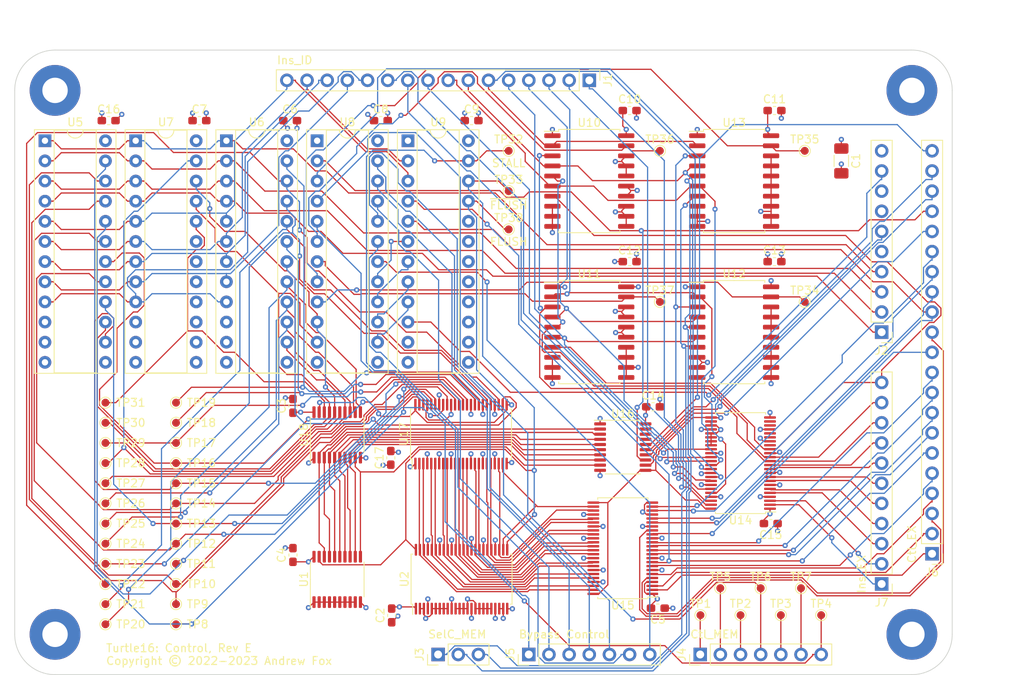
<source format=kicad_pcb>
(kicad_pcb (version 20241229) (generator "pcbnew") (generator_version "9.0")
  (title_block (title "Turtle16: Control") (date "2023-10-31") (rev "D") (comment 3 "This includes logic to resolve pipeline hazards.") (comment 4 "The control unit produces control signals to sequence the CPU."))
  (layers (0 "F.Cu" signal) (4 "In1.Cu" power) (6 "In2.Cu" power) (2 "B.Cu" signal) (13 "F.Paste" user) (15 "B.Paste" user) (5 "F.SilkS" user "F.Silkscreen") (7 "B.SilkS" user "B.Silkscreen") (1 "F.Mask" user) (3 "B.Mask" user) (25 "Edge.Cuts" user))
  (net 0 "")
  (net 1 "GND")
  (net 2 "VCC")
  (net 3 "/ID Prototype Inputs/Carry")
  (net 4 "/ID Prototype Inputs/Z")
  (net 5 "/ID Prototype Inputs/OVF")
  (net 6 "/ID Prototype Inputs/Phi1c")
  (net 7 "/ID Prototype Inputs/SelC_MEM0")
  (net 8 "/ID Prototype Inputs/SelC_MEM1")
  (net 9 "/ID Prototype Inputs/SelC_MEM2")
  (net 10 "/ID Prototype Inputs/Ctl_MEM14")
  (net 11 "/ID Prototype Inputs/Ctl_MEM15")
  (net 12 "/ID Prototype Inputs/Ctl_MEM16")
  (net 13 "/ID Prototype Inputs/Ctl_MEM17")
  (net 14 "/ID Prototype Inputs/Ctl_MEM18")
  (net 15 "/ID/Hazard Control/Hazard Control Comparators/SEL_A_MATCHES_SEL_C_EX")
  (net 16 "/ID/Hazard Control/Hazard Control Comparators/SEL_B_MATCHES_SEL_C_EX")
  (net 17 "/ID/Hazard Control/Hazard Control Comparators/SEL_B_MATCHES_SEL_C_MEM")
  (net 18 "/ID/Hazard Control/Hazard Control Comparators/SEL_A_MATCHES_SEL_C_MEM")
  (net 19 "/ID Prototype Inputs/Ctl_MEM19")
  (net 20 "/ID Prototype Inputs/Ctl_MEM20")
  (net 21 "/ID Prototype Outputs/FWD_A")
  (net 22 "/ID Prototype Outputs/FWD_EX_TO_A")
  (net 23 "/ID Prototype Outputs/FWD_MEM_TO_A")
  (net 24 "/ID Prototype Outputs/FWD_B")
  (net 25 "/ID Prototype Outputs/FWD_EX_TO_B")
  (net 26 "/ID Prototype Outputs/FWD_MEM_TO_B")
  (net 27 "/ID/ID Flush/Ctl_ID0")
  (net 28 "/ID/ID Flush/Ctl_ID1")
  (net 29 "/ID/ID Flush/Ctl_ID2")
  (net 30 "/ID/ID Flush/Ctl_ID3")
  (net 31 "/ID/ID Flush/Ctl_ID4")
  (net 32 "/ID/ID Flush/Ctl_ID5")
  (net 33 "/ID/ID Flush/Ctl_ID6")
  (net 34 "/ID/ID Flush/Ctl_ID7")
  (net 35 "/ID/ID Flush/Ctl_ID8")
  (net 36 "/ID/ID Flush/Ctl_ID9")
  (net 37 "/ID/ID Flush/Ctl_ID10")
  (net 38 "/ID/ID Flush/Ctl_ID11")
  (net 39 "/ID/ID Flush/Ctl_ID12")
  (net 40 "/ID/ID Flush/Ctl_ID13")
  (net 41 "/ID/ID Flush/Ctl_ID14")
  (net 42 "/ID/ID Flush/Ctl_ID15")
  (net 43 "/ID/ID Flush/Ctl_ID16")
  (net 44 "/ID/ID Flush/Ctl_ID17")
  (net 45 "/ID/ID Flush/Ctl_ID18")
  (net 46 "/ID/Ctl_EX0")
  (net 47 "/ID/Ctl_EX12")
  (net 48 "/ID/Ctl_EX13")
  (net 49 "/ID/Ctl_EX5")
  (net 50 "/ID Prototype Outputs/Ins_EX0")
  (net 51 "/ID Prototype Outputs/Ins_EX1")
  (net 52 "/ID Prototype Outputs/Ins_EX2")
  (net 53 "/ID/Ctl_EX20")
  (net 54 "/ID/Ctl_EX19")
  (net 55 "/ID/Ctl_EX18")
  (net 56 "/ID/Ctl_EX17")
  (net 57 "/ID/Ctl_EX16")
  (net 58 "/ID/Ctl_EX15")
  (net 59 "/ID/Ctl_EX14")
  (net 60 "/ID/Ctl_EX2")
  (net 61 "/ID/Ctl_EX1")
  (net 62 "/ID Prototype Outputs/Ins_EX3")
  (net 63 "/ID Prototype Outputs/Ins_EX4")
  (net 64 "/ID Prototype Outputs/Ins_EX5")
  (net 65 "/ID Prototype Outputs/Ins_EX6")
  (net 66 "/ID Prototype Outputs/Ins_EX7")
  (net 67 "/ID Prototype Outputs/Ins_EX8")
  (net 68 "/ID Prototype Outputs/Ins_EX9")
  (net 69 "/ID Prototype Outputs/Ins_EX10")
  (net 70 "/ID/Ctl_EX6")
  (net 71 "/ID/Ctl_EX7")
  (net 72 "/ID/Ctl_EX8")
  (net 73 "/ID/Ctl_EX9")
  (net 74 "/ID/Ctl_EX10")
  (net 75 "/ID/Ctl_EX11")
  (net 76 "/ID/Ctl_EX4")
  (net 77 "/ID/Ctl_EX3")
  (net 78 "/ID Prototype Inputs/Ins_ID0")
  (net 79 "/ID Prototype Inputs/Ins_ID1")
  (net 80 "/ID/ID Flush/Ctl_ID19")
  (net 81 "/ID/ID Flush/Ctl_ID20")
  (net 82 "/ID/ID Flush/Ctl_ID21")
  (net 83 "/ID/ID Flush/Ctl_ID22")
  (net 84 "/ID/Ctl_Mid0")
  (net 85 "/ID/Ctl_Mid1")
  (net 86 "/ID/Ctl_Mid2")
  (net 87 "/ID/Ctl_Mid3")
  (net 88 "/ID/Ctl_Mid4")
  (net 89 "/ID/Ctl_Mid5")
  (net 90 "/ID/Ctl_Mid6")
  (net 91 "/ID/Ctl_Mid7")
  (net 92 "/ID/Ctl_Mid8")
  (net 93 "/ID/Ctl_Mid9")
  (net 94 "/ID/Ctl_Mid10")
  (net 95 "/ID/Ctl_Mid11")
  (net 96 "/ID/Ctl_Mid12")
  (net 97 "/ID/Ctl_Mid13")
  (net 98 "/ID/Ctl_Mid14")
  (net 99 "/ID/Hazard Control/STALL")
  (net 100 "/ID/Ctl_Mid15")
  (net 101 "/ID/Ctl_Mid16")
  (net 102 "/ID/Ctl_Mid17")
  (net 103 "/ID/Ctl_Mid18")
  (net 104 "/ID Prototype Inputs/Ins_ID2")
  (net 105 "/ID Prototype Inputs/Ins_ID3")
  (net 106 "/ID Prototype Inputs/Ins_ID4")
  (net 107 "/ID/Ctl_Mid19")
  (net 108 "/ID/Ctl_Mid20")
  (net 109 "/ID/Ctl_Mid21")
  (net 110 "/ID/Ctl_Mid22")
  (net 111 "/ID/Ctl_Mid23")
  (net 112 "/ID/Hazard Control/~{FLUSH}")
  (net 113 "/ID/ID Flush/Ctl_ID23")
  (net 114 "/ID Prototype Inputs/Ins_ID5")
  (net 115 "/ID Prototype Inputs/Ins_ID6")
  (net 116 "/ID Prototype Inputs/Ins_ID7")
  (net 117 "/ID Prototype Inputs/Ins_ID8")
  (net 118 "/ID Prototype Inputs/Ins_ID9")
  (net 119 "/ID Prototype Inputs/Ins_ID10")
  (net 120 "/ID Prototype Inputs/Ins_ID11")
  (net 121 "/ID Prototype Inputs/Ins_ID12")
  (net 122 "/ID Prototype Inputs/Ins_ID13")
  (net 123 "/ID Prototype Inputs/Ins_ID14")
  (net 124 "/ID Prototype Inputs/Ins_ID15")
  (net 125 "/ID Prototype Inputs/~{RST_sync}")
  (net 128 "/ID/Hazard Control/FLUSH")
  (net 135 "/ID Prototype Inputs/N")
  (net 138 "Net-(U8-I{slash}O-Pad17)")
  (net 139 "Net-(U8-I{slash}O-Pad16)")
  (net 140 "Net-(U8-I{slash}O-Pad15)")
  (net 141 "Net-(U8-I{slash}O-Pad14)")
  (footprint "Package_SO:SOIC-20W_7.5x12.8mm_P1.27mm" (layer "F.Cu") (at 170.65 96.52)
    (property "Reference" "U12")
    (property "Value" "74F521")
  )
  (footprint "TestPoint:TestPoint_Pad_D1.0mm" (layer "F.Cu") (at 100.33 105.41 180)
    (property "Reference" "TP19")
    (property "Value" "Ctl_Mid11")
  )
  (footprint "TestPoint:TestPoint_Pad_D1.0mm" (layer "F.Cu") (at 91.44 105.41 180)
    (property "Reference" "TP31")
    (property "Value" "Ctl_Mid23")
  )
  (footprint "TestPoint:TestPoint_Pad_D1.0mm" (layer "F.Cu") (at 168.9 128.8)
    (property "Reference" "TP5")
    (property "Value" "Ctl_MEM15")
  )
  (footprint "Package_SO:TSSOP-20_4.4x6.5mm_P0.65mm" (layer "F.Cu") (at 120.639 109.474 90)
    (property "Reference" "U18")
    (property "Value" "74HC245")
  )
  (footprint "TestPoint:TestPoint_Pad_D1.0mm" (layer "F.Cu") (at 91.44 120.65 180)
    (property "Reference" "TP25")
    (property "Value" "Ctl_Mid17")
  )
  (footprint "TestPoint:TestPoint_Pad_D1.0mm" (layer "F.Cu") (at 142.24 78.74)
    (property "Reference" "TP33")
    (property "Value" "~{FLUSH}")
  )
  (footprint "TestPoint:TestPoint_Pad_D1.0mm" (layer "F.Cu") (at 100.33 113.03 180)
    (property "Reference" "TP16")
    (property "Value" "Ctl_Mid8")
  )
  (footprint "TestPoint:TestPoint_Pad_D1.0mm" (layer "F.Cu") (at 91.44 123.19 180)
    (property "Reference" "TP24")
    (property "Value" "Ctl_Mid16")
  )
  (footprint "Connector_PinHeader_2.54mm:PinHeader_1x21_P2.54mm_Vertical" (layer "F.Cu") (at 195.58 124.46 180)
    (property "Reference" "J6")
    (property "Value" "Ctl_EX")
  )
  (footprint "Package_SO:SOIC-20W_7.5x12.8mm_P1.27mm" (layer "F.Cu") (at 152.4 96.52)
    (property "Reference" "U11")
    (property "Value" "74F521")
  )
  (footprint "Package_SO:SOIC-20W_7.5x12.8mm_P1.27mm" (layer "F.Cu") (at 152.4 77.47)
    (property "Reference" "U10")
    (property "Value" "74F521")
  )
  (footprint "Connector_PinHeader_2.54mm:PinHeader_1x07_P2.54mm_Vertical" (layer "F.Cu") (at 166.37 137.16 90)
    (property "Reference" "J4")
    (property "Value" "Ctl_MEM")
  )
  (footprint "Capacitor_SMD:C_0603_1608Metric_Pad1.08x0.95mm_HandSolder" (layer "F.Cu") (at 115.062 105.8175 90)
    (property "Reference" "C3")
    (property "Value" "0.1uF")
  )
  (footprint "Package_DIP:DIP-24_W7.62mm_Socket" (layer "F.Cu") (at 118.11 72.385)
    (property "Reference" "U8")
    (property "Value" "ATF22V10C-7PX")
  )
  (footprint "TestPoint:TestPoint_Pad_D1.0mm" (layer "F.Cu") (at 91.44 107.95 180)
    (property "Reference" "TP30")
    (property "Value" "Ctl_Mid22")
  )
  (footprint "Package_SO:TSSOP-48_6.1x12.5mm_P0.5mm" (layer "F.Cu") (at 136.306 127.6645 90)
    (property "Reference" "U2")
    (property "Value" "74AHCT16245")
  )
  (footprint "Package_SO:TSSOP-20_4.4x6.5mm_P0.65mm" (layer "F.Cu") (at 120.639 127.6935 90)
    (property "Reference" "U1")
    (property "Value" "74HC245")
  )
  (footprint "Capacitor_SMD:C_0603_1608Metric_Pad1.08x0.95mm_HandSolder" (layer "F.Cu") (at 126.1375 69.85)
    (property "Reference" "C8")
    (property "Value" "0.1uF")
  )
  (footprint "Package_SO:TSSOP-48_6.1x12.5mm_P0.5mm" (layer "F.Cu") (at 156.6205 123.764 180)
    (property "Reference" "U15")
    (property "Value" "74ABT16374")
  )
  (footprint "TestPoint:TestPoint_Pad_D1.0mm" (layer "F.Cu") (at 100.33 110.49 180)
    (property "Reference" "TP17")
    (property "Value" "Ctl_Mid9")
  )
  (footprint "Capacitor_SMD:C_0603_1608Metric_Pad1.08x0.95mm_HandSolder" (layer "F.Cu") (at 115.062 124.6135 90)
    (property "Reference" "C4")
    (property "Value" "0.1uF")
  )
  (footprint "TestPoint:TestPoint_Pad_D1.0mm" (layer "F.Cu") (at 100.33 120.65 180)
    (property "Reference" "TP13")
    (property "Value" "Ctl_Mid5")
  )
  (footprint "TestPoint:TestPoint_Pad_D1.0mm" (layer "F.Cu") (at 100.33 123.19 180)
    (property "Reference" "TP12")
    (property "Value" "Ctl_Mid4")
  )
  (footprint "TestPoint:TestPoint_Pad_D1.0mm" (layer "F.Cu") (at 176.53 132.2)
    (property "Reference" "TP3")
    (property "Value" "Ctl_Mid0")
  )
  (footprint "TestPoint:TestPoint_Pad_D1.0mm" (layer "F.Cu") (at 179.07 128.8)
    (property "Reference" "TP7")
    (property "Value" "Ctl_MEM19")
  )
  (footprint "TestPoint:TestPoint_Pad_D1.0mm" (layer "F.Cu") (at 100.33 130.81 180)
    (property "Reference" "TP9")
    (property "Value" "Ctl_Mid1")
  )
  (footprint "Capacitor_SMD:C_0603_1608Metric_Pad1.08x0.95mm_HandSolder" (layer "F.Cu") (at 137.5675 69.85)
    (property "Reference" "C9")
    (property "Value" "0.1uF")
  )
  (footprint "Connector_PinHeader_2.54mm:PinHeader_1x11_P2.54mm_Vertical" (layer "F.Cu") (at 189.23 128.27 180)
    (property "Reference" "J7")
    (property "Value" "Ins_EX")
  )
  (footprint "Capacitor_SMD:C_0603_1608Metric_Pad1.08x0.95mm_HandSolder" (layer "F.Cu") (at 114.7075 69.85)
    (property "Reference" "C6")
    (property "Value" "0.1uF")
  )
  (footprint "Package_DIP:DIP-24_W7.62mm_Socket" (layer "F.Cu") (at 83.82 72.385)
    (property "Reference" "U5")
    (property "Value" "ATF22V10C-7PX")
  )
  (footprint "TestPoint:TestPoint_Pad_D1.0mm" (layer "F.Cu") (at 91.44 118.11 180)
    (property "Reference" "TP26")
    (property "Value" "Ctl_Mid18")
  )
  (footprint "Package_DIP:DIP-24_W7.62mm_Socket" (layer "F.Cu") (at 106.68 72.385)
    (property "Reference" "U6")
    (property "Value" "ATF22V10C-7PX")
  )
  (footprint "Package_SO:SOIC-20W_7.5x12.8mm_P1.27mm" (layer "F.Cu") (at 170.65 77.47)
    (property "Reference" "U13")
    (property "Value" "74F521")
  )
  (footprint "Capacitor_SMD:C_0603_1608Metric_Pad1.08x0.95mm_HandSolder" (layer "F.Cu") (at 91.8475 69.85)
    (property "Reference" "C16")
    (property "Value" "0.1uF")
  )
  (footprint "Capacitor_SMD:C_0603_1608Metric_Pad1.08x0.95mm_HandSolder" (layer "F.Cu") (at 160.4305 105.933)
    (property "Reference" "C14")
    (property "Value" "0.1uF")
  )
  (footprint "Package_SO:TSSOP-20_4.4x6.5mm_P0.65mm" (layer "F.Cu") (at 156.6205 111.013)
    (property "Reference" "U16")
    (property "Value" "74AHCT574")
  )
  (footprint "TestPoint:TestPoint_Pad_D1.0mm" (layer "F.Cu") (at 179.54 92.71)
    (property "Reference" "TP34")
    (property "Value" "SEL_B_MATCHES_SEL_C_MEM")
  )
  (footprint "MountingHole:MountingHole_3.2mm_M3_Pad" (layer "F.Cu") (at 193.04 66.04)
    (property "Reference" "H2" (hide yes))
    (property "Value" "MountingHole_Pad")
  )
  (footprint "TestPoint:TestPoint_Pad_D1.0mm" (layer "F.Cu") (at 91.44 130.81 180)
    (property "Reference" "TP21")
    (property "Value" "Ctl_Mid13")
  )
  (footprint "Capacitor_SMD:C_0603_1608Metric_Pad1.08x0.95mm_HandSolder" (layer "F.Cu") (at 175.73 87.63)
    (property "Reference" "C13")
    (property "Value" "0.1uF")
  )
  (footprint "TestPoint:TestPoint_Pad_D1.0mm" (layer "F.Cu") (at 171.45 132.2)
    (property "Reference" "TP2")
    (property "Value" "Ctl_MEM16")
  )
  (footprint "Capacitor_SMD:C_0603_1608Metric_Pad1.08x0.95mm_HandSolder" (layer "F.Cu") (at 127.5 132.2335 90)
    (property "Reference" "C2")
    (property "Value" "0.1uF")
  )
  (footprint "TestPoint:TestPoint_Pad_D1.0mm" (layer "F.Cu") (at 100.33 128.27 180)
    (property "Reference" "TP10")
    (property "Value" "Ctl_Mid2")
  )
  (footprint "TestPoint:TestPoint_Pad_D1.0mm" (layer "F.Cu") (at 142.24 73.66)
    (property "Reference" "TP32")
    (property "Value" "STALL")
  )
  (footprint "TestPoint:TestPoint_Pad_D1.0mm" (layer "F.Cu") (at 100.33 115.57 180)
    (property "Reference" "TP15")
    (property "Value" "Ctl_Mid7")
  )
  (footprint "TestPoint:TestPoint_Pad_D1.0mm" (layer "F.Cu") (at 100.33 107.95 180)
    (property "Reference" "TP18")
    (property "Value" "Ctl_Mid10")
  )
  (footprint "TestPoint:TestPoint_Pad_D1.0mm" (layer "F.Cu") (at 173.99 128.8)
    (property "Reference" "TP6")
    (property "Value" "Ctl_MEM17")
  )
  (footprint "TestPoint:TestPoint_Pad_D1.0mm" (layer "F.Cu") (at 179.54 73.66)
    (property "Reference" "TP35")
    (property "Value" "SEL_A_MATCHES_SEL_C_MEM")
  )
  (footprint "Capacitor_SMD:C_0603_1608Metric_Pad1.08x0.95mm_HandSolder" (layer "F.Cu") (at 157.48 87.63)
    (property "Reference" "C12")
    (property "Value" "0.1uF")
  )
  (footprint "Capacitor_SMD:C_0603_1608Metric_Pad1.08x0.95mm_HandSolder" (layer "F.Cu") (at 103.2775 69.85)
    (property "Reference" "C7")
    (property "Value" "0.1uF")
  )
  (footprint "Capacitor_SMD:C_0603_1608Metric_Pad1.08x0.95mm_HandSolder" (layer "F.Cu") (at 175.73 68.58)
    (property "Reference" "C11")
    (property "Value" "0.1uF")
  )
  (footprint "TestPoint:TestPoint_Pad_D1.0mm" (layer "F.Cu") (at 91.44 110.49 180)
    (property "Reference" "TP29")
    (property "Value" "Ctl_Mid21")
  )
  (footprint "Connector_PinHeader_2.54mm:PinHeader_1x03_P2.54mm_Vertical" (layer "F.Cu") (at 133.35 137.16 90)
    (property "Reference" "J3")
    (property "Value" "SelC_MEM")
  )
  (footprint "TestPoint:TestPoint_Pad_D1.0mm" (layer "F.Cu") (at 161.29 73.66)
    (property "Reference" "TP36")
    (property "Value" "SEL_A_MATCHES_SEL_C_EX")
  )
  (footprint "TestPoint:TestPoint_Pad_D1.0mm" (layer "F.Cu") (at 91.44 128.27 180)
    (property "Reference" "TP22")
    (property "Value" "Ctl_Mid14")
  )
  (footprint "Package_SO:TSSOP-48_6.1x12.5mm_P0.5mm" (layer "F.Cu") (at 171.45 113.03 180)
    (property "Reference" "U14")
    (property "Value" "74ABT16374")
  )
  (footprint "TestPoint:TestPoint_Pad_D1.0mm" (layer "F.Cu") (at 166.4 132.2)
    (property "Reference" "TP1")
    (property "Value" "Ctl_MEM14")
  )
  (footprint "TestPoint:TestPoint_Pad_D1.0mm" (layer "F.Cu") (at 100.33 118.11 180)
    (property "Reference" "TP14")
    (property "Value" "Ctl_Mid6")
  )
  (footprint "Capacitor_SMD:C_0603_1608Metric_Pad1.08x0.95mm_HandSolder" (layer "F.Cu") (at 127.388 112.3685 90)
    (property "Reference" "C17")
    (property "Value" "0.1uF")
  )
  (footprint "TestPoint:TestPoint_Pad_D1.0mm" (layer "F.Cu") (at 100.33 133.35 180)
    (property "Reference" "TP8")
    (property "Value" "Ctl_Mid0")
  )
  (footprint "TestPoint:TestPoint_Pad_D1.0mm" (layer "F.Cu") (at 91.44 113.03 180)
    (property "Reference" "TP28")
    (property "Value" "Ctl_Mid20")
  )
  (footprint "MountingHole:MountingHole_3.2mm_M3_Pad" (layer "F.Cu") (at 85.09 66.04)
    (property "Reference" "H1" (hide yes))
    (property "Value" "MountingHole_Pad")
  )
  (footprint "TestPoint:TestPoint_Pad_D1.0mm" (layer "F.Cu") (at 91.44 125.73 180)
    (property "Reference" "TP23")
    (property "Value" "Ctl_Mid15")
  )
  (footprint "TestPoint:TestPoint_Pad_D1.0mm" (layer "F.Cu") (at 181.61 132.2)
    (property "Reference" "TP4")
    (property "Value" "Ctl_MEM20")
  )
  (footprint "Package_SO:TSSOP-48_6.1x12.5mm_P0.5mm" (layer "F.Cu") (at 136.236 109.3765 90)
    (property "Reference" "U17")
    (property "Value" "74AHCT16245")
  )
  (footprint "Package_DIP:DIP-24_W7.62mm_Socket" (layer "F.Cu") (at 129.55 72.385)
    (property "Reference" "U9")
    (property "Value" "ATF22V10C-7PX")
  )
  (footprint "Capacitor_SMD:C_0603_1608Metric_Pad1.08x0.95mm_HandSolder" (layer "F.Cu") (at 175.26 120.65 180)
    (property "Reference" "C15")
    (property "Value" "0.1uF")
  )
  (footprint "Capacitor_SMD:C_1206_3216Metric_Pad1.33x1.80mm_HandSolder" (layer "F.Cu") (at 184.15 74.93 -90)
    (property "Reference" "C1")
    (property "Value" "100µF")
  )
  (footprint "Capacitor_SMD:C_0603_1608Metric_Pad1.08x0.95mm_HandSolder" (layer "F.Cu") (at 157.48 68.58)
    (property "Reference" "C10")
    (property "Value" "0.1uF")
  )
  (footprint "Capacitor_SMD:C_0603_1608Metric_Pad1.08x0.95mm_HandSolder" (layer "F.Cu") (at 161.033 131.318 180)
    (property "Reference" "C5")
    (property "Value" "0.1uF")
  )
  (footprint "Package_DIP:DIP-24_W7.62mm_Socket" (layer "F.Cu") (at 95.25 72.385)
    (property "Reference" "U7")
    (property "Value" "ATF22V10C-7PX")
  )
  (footprint "Connector_PinHeader_2.54mm:PinHeader_1x10_P2.54mm_Vertical" (layer "F.Cu") (at 189.23 96.52 180)
    (property "Reference" "J2")
    (property "Value" "Control Signals")
  )
  (footprint "TestPoint:TestPoint_Pad_D1.0mm" (layer "F.Cu") (at 91.44 115.57 180)
    (property "Reference" "TP27")
    (property "Value" "Ctl_Mid19")
  )
  (footprint "TestPoint:TestPoint_Pad_D1.0mm" (layer "F.Cu") (at 142.24 83.566)
    (property "Reference" "TP38")
    (property "Value" "FLUSH")
  )
  (footprint "Connector_PinHeader_2.54mm:PinHeader_1x16_P2.54mm_Vertical" (layer "F.Cu") (at 152.4 64.77 -90)
    (property "Reference" "J1")
    (property "Value" "Ins_ID")
  )
  (footprint "Connector_PinHeader_2.54mm:PinHeader_1x07_P2.54mm_Vertical" (layer "F.Cu") (at 144.775 137.16 90)
    (property "Reference" "J5")
    (property "Value" "Bypass Control")
  )
  (footprint "TestPoint:TestPoint_Pad_D1.0mm" (layer "F.Cu") (at 100.33 125.73 180)
    (property "Reference" "TP11")
    (property "Value" "Ctl_Mid3")
  )
  (footprint "MountingHole:MountingHole_3.2mm_M3_Pad" (layer "F.Cu") (at 193.04 134.62)
    (property "Reference" "H4" (hide yes))
    (property "Value" "MountingHole_Pad")
  )
  (footprint "MountingHole:MountingHole_3.2mm_M3_Pad" (layer "F.Cu") (at 85.09 134.62)
    (property "Reference" "H3" (hide yes))
    (property "Value" "MountingHole_Pad")
  )
  (footprint "TestPoint:TestPoint_Pad_D1.0mm" (layer "F.Cu") (at 161.29 92.71)
    (property "Reference" "TP37")
    (property "Value" "SEL_B_MATCHES_SEL_C_EX")
  )
  (footprint "TestPoint:TestPoint_Pad_D1.0mm" (layer "F.Cu") (at 91.44 133.35 180)
    (property "Reference" "TP20")
    (property "Value" "Ctl_Mid12")
  )
  (gr_line (start 198.12 134.62) (end 198.12 66.04) (stroke (width 0.1)) (layer "Edge.Cuts"))
  (gr_line (start 80.01 66.04) (end 80.01 134.62) (stroke (width 0.1)) (layer "Edge.Cuts"))
  (gr_line (start 85.09 139.7) (end 193.04 139.7) (stroke (width 0.1)) (layer "Edge.Cuts"))
  (gr_arc (start 192.97 60.96) (mid 196.607282 62.423073) (end 198.12 66.04) (stroke (width 0.1)) (layer "Edge.Cuts"))
  (gr_arc (start 198.12 134.62) (mid 196.632102 138.212102) (end 193.04 139.7) (stroke (width 0.1)) (layer "Edge.Cuts"))
  (gr_arc (start 80.01 66.04) (mid 81.497898 62.447898) (end 85.09 60.96) (stroke (width 0.1)) (layer "Edge.Cuts"))
  (gr_line (start 192.97 60.96) (end 85.09 60.96) (stroke (width 0.1)) (layer "Edge.Cuts"))
  (gr_arc (start 85.09 139.7) (mid 81.497898 138.212102) (end 80.01 134.62) (stroke (width 0.1)) (layer "Edge.Cuts"))
  (gr_text "Turtle16: Control, Rev E\nCopyright © 2022-2023 Andrew Fox" (at 91.44 137.16 0) (layer "F.SilkS") (effects (font (size 1 1)) (justify left)))
  (segment (start 175.3 93.345) (end 175.3 94.615) (width 0.1524) (layer "F.Cu") (net 1))
  (segment (start 131.986 105.664) (end 131.986 106.3974) (width 0.1524) (layer "F.Cu") (net 1))
  (segment (start 131.8279 106.5555) (end 131.8279 107.2767) (width 0.1524) (layer "F.Cu") (net 1))
  (segment (start 156.4988 75.0138) (end 156.4988 74.8462) (width 0.1524) (layer "F.Cu") (net 1))
  (segment (start 159.6297 128.014) (end 160.333 128.014) (width 0.1524) (layer "F.Cu") (net 1))
  (segment (start 137.486 105.664) (end 137.486 106.8797) (width 0.1524) (layer "F.Cu") (net 1))
  (segment (start 165.9968 90.8082) (end 166 90.805) (width 0.1524) (layer "F.Cu") (net 1))
  (segment (start 159.3511 118.2873) (end 159.6244 118.014) (width 0.1524) (layer "F.Cu") (net 1))
  (segment (start 147.75 80.645) (end 147.75 81.915) (width 0.1524) (layer "F.Cu") (net 1))
  (segment (start 167.7375 111.78) (end 168.9591 111.78) (width 0.1524) (layer "F.Cu") (net 1))
  (segment (start 128.3482 111.6598) (end 127.5418 111.6598) (width 0.1524) (layer "F.Cu") (net 1))
  (segment (start 175.3 78.105) (end 175.3 79.375) (width 0.1524) (layer "F.Cu") (net 1))
  (segment (start 160.333 129.514) (end 159.5946 129.514) (width 0.1524) (layer "F.Cu") (net 1))
  (segment (start 140.486 113.089) (end 140.486 111.8664) (width 0.1524) (layer "F.Cu") (net 1))
  (segment (start 157.05 100.965) (end 157.05 102.235) (width 0.1524) (layer "F.Cu") (net 1))
  (segment (start 176.5925 69.5549) (end 176.5925 68.58) (width 0.1524) (layer "F.Cu") (net 1))
  (segment (start 175.3 79.375) (end 175.3 80.645) (width 0.1524) (layer "F.Cu") (net 1))
  (segment (start 159.5965 119.514) (end 159.3511 119.2686) (width 0.1524) (layer "F.Cu") (net 1))
  (segment (start 132.056 130.1581) (end 132.056 131.377) (width 0.1524) (layer "F.Cu") (net 1))
  (segment (start 157.05 99.695) (end 157.05 100.9522) (width 0.1524) (layer "F.Cu") (net 1))
  (segment (start 175.3 75.565) (end 175.3 76.835) (width 0.1524) (layer "F.Cu") (net 1))
  (segment (start 158.5551 100.9522) (end 157.05 100.9522) (width 0.1524) (layer "F.Cu") (net 1))
  (segment (start 114.9183 104.8113) (end 115.062 104.955) (width 0.1524) (layer "F.Cu") (net 1))
  (segment (start 157.05 75.565) (end 156.4988 75.0138) (width 0.1524) (layer "F.Cu") (net 1))
  (segment (start 176.2494 111.78) (end 176.3801 111.6493) (width 0.1524) (layer "F.Cu") (net 1))
  (segment (start 176.5925 87.63) (end 176.5925 86.6722) (width 0.1524) (layer "F.Cu") (net 1))
  (segment (start 166 81.915) (end 166 80.645) (width 0.1524) (layer "F.Cu") (net 1))
  (segment (start 160.9696 130.1506) (end 160.333 129.514) (width 0.1524) (layer "F.Cu") (net 1))
  (segment (start 135.056 130.1518) (end 135.056 131.377) (width 0.1524) (layer "F.Cu") (net 1))
  (segment (start 114.108 104.8113) (end 114.9183 104.8113) (width 0.1524) (layer "F.Cu") (net 1))
  (segment (start 151.6902 119.514) (end 152.908 119.514) (width 0.1524) (layer "F.Cu") (net 1))
  (segment (start 166.6334 100.3284) (end 166 99.695) (width 0.1524) (layer "F.Cu") (net 1))
  (segment (start 157.5918 78.6468) (end 157.05 78.105) (width 0.1524) (layer "F.Cu") (net 1))
  (segment (start 161.293 104.9674) (end 161.293 105.933) (width 0.1524) (layer "F.Cu") (net 1))
  (segment (start 142.0759 131.3969) (end 142.056 131.377) (width 0.1524) (layer "F.Cu") (net 1))
  (segment (start 140.556 123.952) (end 140.556 122.7268) (width 0.1524) (layer "F.Cu") (net 1))
  (segment (start 166 71.755) (end 166 70.9668) (width 0.1524) (layer "F.Cu") (net 1))
  (segment (start 128.4759 131.1603) (end 130.3393 131.1603) (width 0.1524) (layer "F.Cu") (net 1))
  (segment (start 156.4998 93.8952) (end 156.4998 94.0648) (width 0.1524) (layer "F.Cu") (net 1))
  (segment (start 175.3 81.2933) (end 175.3 80.645) (width 0.1524) (layer "F.Cu") (net 1))
  (segment (start 175.2421 114.2004) (end 175.1625 114.28) (width 0.1524) (layer "F.Cu") (net 1))
  (segment (start 157.05 98.425) (end 157.05 99.695) (width 0.1524) (layer "F.Cu") (net 1))
  (segment (start 159.5946 129.514) (end 159.3564 129.2758) (width 0.1524) (layer "F.Cu") (net 1))
  (segment (start 152.908 128.014) (end 154.1233 128.014) (width 0.1524) (layer "F.Cu") (net 1))
  (segment (start 175.3 74.295) (end 175.3 75.565) (width 0.1524) (layer "F.Cu") (net 1))
  (segment (start 135.056 122.7302) (end 135.056 123.952) (width 0.1524) (layer "F.Cu") (net 1))
  (segment (start 175.1625 119.4168) (end 174.3975 120.1818) (width 0.1524) (layer "F.Cu") (net 1))
  (segment (start 134.986 111.8672) (end 134.986 113.089) (width 0.1524) (layer "F.Cu") (net 1))
  (segment (start 153.758 108.088) (end 153.758 107.4082) (width 0.1524) (layer "F.Cu") (net 1))
  (segment (start 137.486 113.089) (end 137.486 111.8664) (width 0.1524) (layer "F.Cu") (net 1))
  (segment (start 134.986 106.8985) (end 134.986 105.664) (width 0.1524) (layer "F.Cu") (net 1))
  (segment (start 175.3 83.185) (end 175.3 81.915) (width 0.1524) (layer "F.Cu") (net 1))
  (segment (start 161.5512 122.4902) (end 160.3568 122.4902) (width 0.1524) (layer "F.Cu") (net 1))
  (segment (start 166.6334 100.33) (end 166.6334 100.3284) (width 0.1524) (layer "F.Cu") (net 1))
  (segment (start 140.556 132.6097) (end 140.556 131.377) (width 0.1524) (layer "F.Cu") (net 1))
  (segment (start 137.556 131.377) (end 137.556 132.5936) (width 0.1524) (layer "F.Cu") (net 1))
  (segment (start 147.75 102.235) (end 147.75 100.965) (width 0.1524) (layer "F.Cu") (net 1))
  (segment (start 131.8279 107.2767) (end 132.1498 107.5986) (width 0.1524) (layer "F.Cu") (net 1))
  (segment (start 166 100.965) (end 166.6334 100.3316) (width 0.1524) (layer "F.Cu") (net 1))
  (segment (start 138.43 69.85) (end 138.43 68.8864) (width 0.1524) (layer "F.Cu") (net 1))
  (segment (start 156.4998 94.0648) (end 157.05 94.615) (width 0.1524) (layer "F.Cu") (net 1))
  (segment (start 167.32 82.5465) (end 166 82.5465) (width 0.1524) (layer "F.Cu") (net 1))
  (segment (start 166.6334 100.3316) (end 166.6334 100.33) (width 0.1524) (layer "F.Cu") (net 1))
  (segment (start 153.758 114.6171) (end 153.758 113.938) (width 0.1524) (layer "F.Cu") (net 1))
  (segment (start 166.5165 114.3617) (end 166.5982 114.28) (width 0.1524) (layer "F.Cu") (net 1))
  (segment (start 159.3511 119.1929) (end 159.3511 118.2873) (width 0.1524) (layer "F.Cu") (net 1))
  (segment (start 140.486 105.664) (end 140.486 106.8808) (width 0.1524) (layer "F.Cu") (net 1))
  (segment (start 114.0963 123.7187) (end 115.0297 123.7187) (width 0.1524) (layer "F.Cu") (net 1))
  (segment (start 157.05 75.565) (end 157.05 76.835) (width 0.1524) (layer "F.Cu") (net 1))
  (segment (start 155.7141 96.577) (end 156.472 96.577) (width 0.1524) (layer "F.Cu") (net 1))
  (segment (start 147.75 102.235) (end 147.75 103.0135) (width 0.1524) (layer "F.Cu") (net 1))
  (segment (start 131.986 106.3974) (end 131.8279 106.5555) (width 0.1524) (layer "F.Cu") (net 1))
  (segment (start 156.472 96.577) (end 157.05 97.155) (width 0.1524) (layer "F.Cu") (net 1))
  (segment (start 175.3 97.155) (end 175.3 98.425) (width 0.1524) (layer "F.Cu") (net 1))
  (segment (start 160.9696 130.1506) (end 160.1705 130.9497) (width 0.1524) (layer "F.Cu") (net 1))
  (segment (start 147.75 71.755) (end 147.75 70.9699) (width 0.1524) (layer "F.Cu") (net 1))
  (segment (start 124.2516 112.3728) (end 123.6003 112.3728) (width 0.1524) (layer "F.Cu") (net 1))
  (segment (start 130.3393 131.1603) (end 130.556 131.377) (width 0.1524) (layer "F.Cu") (net 1))
  (segment (start 156.4971 81.3621) (end 157.05 81.915) (width 0.1524) (layer "F.Cu") (net 1))
  (segment (start 175.3 102.235) (end 175.3 100.965) (width 0.1524) (layer "F.Cu") (net 1))
  (segment (start 147.75 83.9667) (end 147.75 83.185) (width 0.1524) (layer "F.Cu") (net 1))
  (segment (start 115.0297 123.7187) (end 115.062 123.751) (width 0.1524) (layer "F.Cu") (net 1))
  (segment (start 156.472 96.577) (end 156.472 96.463) (width 0.1524) (layer "F.Cu") (net 1))
  (segment (start 149.3125 90.8384) (end 147.7834 90.8384) (width 0.1524) (layer "F.Cu") (net 1))
  (segment (start 158.3425 87.63) (end 158.3425 86.6722) (width 0.1524) (layer "F.Cu") (net 1))
  (segment (start 175.3 100.965) (end 175.3 99.695) (width 0.1524) (layer "F.Cu") (net 1))
  (segment (start 159.3511 119.2686) (end 159.3511 119.1929) (width 0.1524) (layer "F.Cu") (net 1))
  (segment (start 132.056 123.952) (end 132.056 122.7288) (width 0.1524) (layer "F.Cu") (net 1))
  (segment (start 137.556 122.5351) (end 137.556 123.952) (width 0.1524) (layer "F.Cu") (net 1))
  (segment (start 175.1625 111.78) (end 176.2494 111.78) (width 0.1524) (layer "F.Cu") (net 1))
  (segment (start 156.472 96.463) (end 157.05 95.885) (width 0.1524) (layer "F.Cu") (net 1))
  (segment (start 160.3335 125.0145) (end 160.333 125.014) (width 0.1524) (layer "F.Cu") (net 1))
  (segment (start 159.3564 128.2873) (end 159.6297 128.014) (width 0.1524) (layer "F.Cu") (net 1))
  (segment (start 157.05 100.9522) (end 157.05 100.965) (width 0.1524) (layer "F.Cu") (net 1))
  (segment (start 159.6244 118.014) (end 160.333 118.014) (width 0.1524) (layer "F.Cu") (net 1))
  (segment (start 147.7834 90.8384) (end 147.75 90.805) (width 0.1524) (layer "F.Cu") (net 1))
  (segment (start 174.3975 120.1818) (end 174.3975 120.65) (width 0.1524) (layer "F.Cu") (net 1))
  (segment (start 156.4971 81.3621) (end 156.4971 81.1979) (width 0.1524) (layer "F.Cu") (net 1))
  (segment (start 158.4308 78.6468) (end 157.5918 78.6468) (width 0.1524) (layer "F.Cu") (net 1))
  (segment (start 160.1705 130.9497) (end 160.1705 131.318) (width 0.1524) (layer "F.Cu") (net 1))
  (segment (start 117.035 113.0155) (end 117.714 112.3365) (width 0.1524) (layer "F.Cu") (net 1))
  (segment (start 161.5534 125.0145) (end 160.3335 125.0145) (width 0.1524) (layer "F.Cu") (net 1))
  (segment (start 127.5418 111.6598) (end 127.388 111.506) (width 0.1524) (layer "F.Cu") (net 1))
  (segment (start 175.3 97.155) (end 175.3 95.885) (width 0.1524) (layer "F.Cu") (net 1))
  (segment (start 115.57 69.85) (end 115.57 70.8124) (width 0.1524) (layer "F.Cu") (net 1))
  (segment (start 157.5918 78.8332) (end 157.05 79.375) (width 0.1524) (layer "F.Cu") (net 1))
  (segment (start 155.6766 75.0138) (end 156.4988 75.0138) (width 0.1524) (layer "F.Cu") (net 1))
  (segment (start 160.3568 122.4902) (end 160.333 122.514) (width 0.1524) (layer "F.Cu") (net 1))
  (segment (start 127 68.8946) (end 127 69.85) (width 0.1524) (layer "F.Cu") (net 1))
  (segment (start 158.3425 68.58) (end 158.3425 69.5359) (width 0.1524) (layer "F.Cu") (net 1))
  (segment (start 131.986 113.089) (end 131.986 111.8664) (width 0.1524) (layer "F.Cu") (net 1))
  (segment (start 175.3 103.0156) (end 175.3 102.235) (width 0.1524) (layer "F.Cu") (net 1))
  (segment (start 124.2601 131.2521) (end 123.564 130.556) (width 0.1524) (layer "F.Cu") (net 1))
  (segment (start 167.2827 100.33) (end 166.6334 100.33) (width 0.1524) (layer "F.Cu") (net 1))
  (segment (start 175.3 95.885) (end 175.3 94.615) (width 0.1524) (layer "F.Cu") (net 1))
  (segment (start 132.1498 107.5986) (end 134.2859 107.5986) (width 0.1524) (layer "F.Cu") (net 1))
  (segment (start 151.6902 125.014) (end 152.908 125.014) (width 0.1524) (layer "F.Cu") (net 1))
  (segment (start 156.4988 74.8462) (end 157.05 74.295) (width 0.1524) (layer "F.Cu") (net 1))
  (segment (start 175.3 81.915) (end 175.3 81.2933) (width 0.1524) (layer "F.Cu") (net 1))
  (segment (start 127.5 131.371) (end 127.7107 131.1603) (width 0.1524) (layer "F.Cu") (net 1))
  (segment (start 166.5982 114.28) (end 167.7375 114.28) (width 0.1524) (layer "F.Cu") (net 1))
  (segment (start 175.3 99.695) (end 175.3 98.425) (width 0.1524) (layer "F.Cu") (net 1))
  (segment (start 175.1625 107.28) (end 175.1625 106.6462) (width 0.1524) (layer "F.Cu") (net 1))
  (segment (start 175.1625 118.78) (end 175.1625 119.4168) (width 0.1524) (layer "F.Cu") (net 1))
  (segment (start 175.1485 117.266) (end 175.1625 117.28) (width 0.1524) (layer "F.Cu") (net 1))
  (segment (start 159.1162 119.1929) (end 159.3511 119.1929) (width 0.1524) (layer "F.Cu") (net 1))
  (segment (start 174.0008 81.2933) (end 175.3 81.2933) (width 0.1524) (layer "F.Cu") (net 1))
  (segment (start 167.7375 108.78) (end 166.5094 108.78) (width 0.1524) (layer "F.Cu") (net 1))
  (segment (start 155.6747 93.8952) (end 156.4998 93.8952) (width 0.1524) (layer "F.Cu") (net 1))
  (segment (start 155.6847 81.3621) (end 156.4971 81.3621) (width 0.1524) (layer "F.Cu") (net 1))
  (segment (start 93.4978 69.0622) (end 92.71 69.85) (width 0.1524) (layer "F.Cu") (net 1))
  (segment (start 175.1625 108.78) (end 173.9457 108.78) (width 0.1524) (layer "F.Cu") (net 1))
  (segment (start 160.333 119.514) (end 159.5965 119.514) (width 0.1524) (layer "F.Cu") (net 1))
  (segment (start 123.6003 112.3728) (end 123.564 112.3365) (width 0.1524) (layer "F.Cu") (net 1))
  (segment (start 159.3564 129.2758) (end 159.3564 128.2873) (width 0.1524) (layer "F.Cu") (net 1))
  (segment (start 184.15 75.3258) (end 184.15 76.4925) (width 0.1524) (layer "F.Cu") (net 1))
  (segment (start 166 82.5465) (end 166 81.915) (width 0.1524) (layer "F.Cu") (net 1))
  (segment (start 166 82.5465) (end 166 83.185) (width 0.1524) (layer "F.Cu") (net 1))
  (segment (start 134.2859 107.5986) (end 134.986 106.8985) (width 0.1524) (layer "F.Cu") (net 1))
  (segment (start 142.7048 131.3969) (end 142.0759 131.3969) (width 0.1524) (layer "F.Cu") (net 1))
  (segment (start 175.3 76.835) (end 175.3 78.105) (width 0.1524) (layer "F.Cu") (net 1))
  (segment (start 166 100.965) (end 166 102.235) (width 0.1524) (layer "F.Cu") (net 1))
  (segment (start 147.75 81.915) (end 147.75 83.185) (width 0.1524) (layer "F.Cu") (net 1))
  (segment (start 147.75 100.965) (end 147.75 99.695) (width 0.1524) (layer "F.Cu") (net 1))
  (segment (start 173.9423 117.266) (end 175.1485 117.266) (width 0.1524) (layer "F.Cu") (net 1))
  (segment (start 176.3895 114.2004) (end 175.2421 114.2004) (width 0.1524) (layer "F.Cu") (net 1))
  (segment (start 157.5918 78.6468) (end 157.5918 78.8332) (width 0.1524) (layer "F.Cu") (net 1))
  (segment (start 157.05 81.915) (end 157.05 83.185) (width 0.1524) (layer "F.Cu") (net 1))
  (segment (start 156.4971 81.1979) (end 157.05 80.645) (width 0.1524) (layer "F.Cu") (net 1))
  (segment (start 156.4998 93.8952) (end 157.05 93.345) (width 0.1524) (layer "F.Cu") (net 1))
  (segment (start 104.14 68.8807) (end 104.14 69.85) (width 0.1524) (layer "F.Cu") (net 1))
  (segment (start 151.6902 122.514) (end 152.908 122.514) (width 0.1524) (layer "F.Cu") (net 1))
  (segment (start 127.7107 131.1603) (end 128.4759 131.1603) (width 0.1524) (layer "F.Cu") (net 1))
  (segment (start 167.7375 117.28) (end 168.9541 117.28) (width 0.1524) (layer "F.Cu") (net 1))
  (segment (start 164.4948 90.8082) (end 165.9968 90.8082) (width 0.1524) (layer "F.Cu") (net 1))
  (via (at 155.6847 81.3621) (size 0.65) (drill 0.3) (layers "F.Cu" "B.Cu") (net 1))
  (via (at 115.57 70.8124) (size 0.65) (drill 0.3) (layers "F.Cu" "B.Cu") (net 1))
  (via (at 114.0963 123.7187) (size 0.65) (drill 0.3) (layers "F.Cu" "B.Cu") (net 1))
  (via (at 160.9696 130.1506) (size 0.65) (drill 0.3) (layers "F.Cu" "B.Cu") (net 1))
  (via (at 149.3125 90.8384) (size 0.65) (drill 0.3) (layers "F.Cu" "B.Cu") (net 1))
  (via (at 168.9591 111.78) (size 0.65) (drill 0.3) (layers "F.Cu" "B.Cu") (net 1))
  (via (at 174.0008 81.2933) (size 0.65) (drill 0.3) (layers "F.Cu" "B.Cu") (net 1))
  (via (at 151.6902 122.514) (size 0.65) (drill 0.3) (layers "F.Cu" "B.Cu") (net 1))
  (via (at 173.9457 108.78) (size 0.65) (drill 0.3) (layers "F.Cu" "B.Cu") (net 1))
  (via (at 135.056 122.7302) (size 0.65) (drill 0.3) (layers "F.Cu" "B.Cu") (net 1))
  (via (at 175.3 103.0156) (size 0.65) (drill 0.3) (layers "F.Cu" "B.Cu") (net 1))
  (via (at 131.986 111.8664) (size 0.65) (drill 0.3) (layers "F.Cu" "B.Cu") (net 1))
  (via (at 114.108 104.8113) (size 0.65) (drill 0.3) (layers "F.Cu" "B.Cu") (net 1))
  (via (at 151.6902 125.014) (size 0.65) (drill 0.3) (layers "F.Cu" "B.Cu") (net 1))
  (via (at 147.75 70.9699) (size 0.65) (drill 0.3) (layers "F.Cu" "B.Cu") (net 1))
  (via (at 147.75 103.0135) (size 0.65) (drill 0.3) (layers "F.Cu" "B.Cu") (net 1))
  (via (at 134.986 111.8672) (size 0.65) (drill 0.3) (layers "F.Cu" "B.Cu") (net 1))
  (via (at 153.758 107.4082) (size 0.65) (drill 0.3) (layers "F.Cu" "B.Cu") (net 1))
  (via (at 155.6766 75.0138) (size 0.65) (drill 0.3) (layers "F.Cu" "B.Cu") (net 1))
  (via (at 93.4978 69.0622) (size 0.65) (drill 0.3) (layers "F.Cu" "B.Cu") (net 1))
  (via (at 132.056 122.7288) (size 0.65) (drill 0.3) (layers "F.Cu" "B.Cu") (net 1))
  (via (at 161.5534 125.0145) (size 0.65) (drill 0.3) (layers "F.Cu" "B.Cu") (net 1))
  (via (at 124.2516 112.3728) (size 0.65) (drill 0.3) (layers "F.Cu" "B.Cu") (net 1))
  (via (at 124.2601 131.2521) (size 0.65) (drill 0.3) (layers "F.Cu" "B.Cu") (net 1))
  (via (at 155.6747 93.8952) (size 0.65) (drill 0.3) (layers "F.Cu" "B.Cu") (net 1))
  (via (at 128.3482 111.6598) (size 0.65) (drill 0.3) (layers "F.Cu" "B.Cu") (net 1))
  (via (at 159.1162 119.1929) (size 0.65) (drill 0.3) (layers "F.Cu" "B.Cu") (net 1))
  (via (at 137.556 122.5351) (size 0.65) (drill 0.3) (layers "F.Cu" "B.Cu") (net 1))
  (via (at 137.486 111.8664) (size 0.65) (drill 0.3) (layers "F.Cu" "B.Cu") (net 1))
  (via (at 134.986 106.8985) (size 0.65) (drill 0.3) (layers "F.Cu" "B.Cu") (net 1))
  (via (at 176.3895 114.2004) (size 0.65) (drill 0.3) (layers "F.Cu" "B.Cu") (net 1))
  (via (at 140.486 106.8808) (size 0.65) (drill 0.3) (layers "F.Cu" "B.Cu") (net 1))
  (via (at 140.556 122.7268) (size 0.65) (drill 0.3) (layers "F.Cu" "B.Cu") (net 1))
  (via (at 140.556 132.6097) (size 0.65) (drill 0.3) (layers "F.Cu" "B.Cu") (net 1))
  (via (at 175.1625 119.4168) (size 0.65) (drill 0.3) (layers "F.Cu" "B.Cu") (net 1))
  (via (at 166.5094 108.78) (size 0.65) (drill 0.3) (layers "F.Cu" "B.Cu") (net 1))
  (via (at 168.9541 117.28) (size 0.65) (drill 0.3) (layers "F.Cu" "B.Cu") (net 1))
  (via (at 173.9423 117.266) (size 0.65) (drill 0.3) (layers "F.Cu" "B.Cu") (net 1))
  (via (at 127 68.8946) (size 0.65) (drill 0.3) (layers "F.Cu" "B.Cu") (net 1))
  (via (at 167.32 82.5465) (size 0.65) (drill 0.3) (layers "F.Cu" "B.Cu") (net 1))
  (via (at 104.14 68.8807) (size 0.65) (drill 0.3) (layers "F.Cu" "B.Cu") (net 1))
  (via (at 158.3425 86.6722) (size 0.65) (drill 0.3) (layers "F.Cu" "B.Cu") (net 1))
  (via (at 140.486 111.8664) (size 0.65) (drill 0.3) (layers "F.Cu" "B.Cu") (net 1))
  (via (at 176.5925 69.5549) (size 0.65) (drill 0.3) (layers "F.Cu" "B.Cu") (net 1))
  (via (at 155.7141 96.577) (size 0.65) (drill 0.3) (layers "F.Cu" "B.Cu") (net 1))
  (via (at 161.293 104.9674) (size 0.65) (drill 0.3) (layers "F.Cu" "B.Cu") (net 1))
  (via (at 167.2827 100.33) (size 0.65) (drill 0.3) (layers "F.Cu" "B.Cu") (net 1))
  (via (at 158.3425 69.5359) (size 0.65) (drill 0.3) (layers "F.Cu" "B.Cu") (net 1))
  (via (at 151.6902 119.514) (size 0.65) (drill 0.3) (layers "F.Cu" "B.Cu") (net 1))
  (via (at 158.5551 100.9522) (size 0.65) (drill 0.3) (layers "F.Cu" "B.Cu") (net 1))
  (via (at 117.035 113.0155) (size 0.65) (drill 0.3) (layers "F.Cu" "B.Cu") (net 1))
  (via (at 137.486 106.8797) (size 0.65) (drill 0.3) (layers "F.Cu" "B.Cu") (net 1))
  (via (at 137.556 132.5936) (size 0.65) (drill 0.3) (layers "F.Cu" "B.Cu") (net 1))
  (via (at 135.056 130.1518) (size 0.65) (drill 0.3) (layers "F.Cu" "B.Cu") (net 1))
  (via (at 158.4308 78.6468) (size 0.65) (drill 0.3) (layers "F.Cu" "B.Cu") (net 1))
  (via (at 153.758 114.6171) (size 0.65) (drill 0.3) (layers "F.Cu" "B.Cu") (net 1))
  (via (at 166.5165 114.3617) (size 0.65) (drill 0.3) (layers "F.Cu" "B.Cu") (net 1))
  (via (at 176.3801 111.6493) (size 0.65) (drill 0.3) (layers "F.Cu" "B.Cu") (net 1))
  (via (at 164.4948 90.8082) (size 0.65) (drill 0.3) (layers "F.Cu" "B.Cu") (net 1))
  (via (at 176.5925 86.6722) (size 0.65) (drill 0.3) (layers "F.Cu" "B.Cu") (net 1))
  (via (at 147.75 83.9667) (size 0.65) (drill 0.3) (layers "F.Cu" "B.Cu") (net 1))
  (via (at 161.5512 122.4902) (size 0.65) (drill 0.3) (layers "F.Cu" "B.Cu") (net 1))
  (via (at 128.4759 131.1603) (size 0.65) (drill 0.3) (layers "F.Cu" "B.Cu") (net 1))
  (via (at 166 70.9668) (size 0.65) (drill 0.3) (layers "F.Cu" "B.Cu") (net 1))
  (via (at 138.43 68.8864) (size 0.65) (drill 0.3) (layers "F.Cu" "B.Cu") (net 1))
  (via (at 154.1233 128.014) (size 0.65) (drill 0.3) (layers "F.Cu" "B.Cu") (net 1))
  (via (at 132.056 130.1581) (size 0.65) (drill 0.3) (layers "F.Cu" "B.Cu") (net 1))
  (via (at 175.1625 106.6462) (size 0.65) (drill 0.3) (layers "F.Cu" "B.Cu") (net 1))
  (via (at 142.7048 131.3969) (size 0.65) (drill 0.3) (layers "F.Cu" "B.Cu") (net 1))
  (via (at 184.15 75.3258) (size 0.65) (drill 0.3) (layers "F.Cu" "B.Cu") (net 1))
  (segment (start 137.056 130.362) (end 137.7649 130.362) (width 0.1524) (layer "F.Cu") (net 2))
  (segment (start 138.986 111.871) (end 138.986 113.089) (width 0.1524) (layer "F.Cu") (net 2))
  (segment (start 127.5 133.096) (end 128.2776 132.3184) (width 0.1524) (layer "F.Cu") (net 2))
  (segment (start 131.056 131.377) (end 131.556 131.377) (width 0.1524) (layer "F.Cu") (net 2))
  (segment (start 132.5559 132.0692) (end 132.2552 132.3699) (width 0.1524) (layer "F.Cu") (net 2))
  (segment (start 138.056 131.377) (end 138.556 131.377) (width 0.1524) (layer "F.Cu") (net 2))
  (segment (start 130.0831 113.4919) (end 130.486 113.089) (width 0.1524) (layer "F.Cu") (net 2))
  (segment (start 167.7072 115.7497) (end 167.7375 115.78) (width 0.1524) (layer "F.Cu") (net 2))
  (segment (start 113.845 70.2778) (end 113.845 69.85) (width 0.1524) (layer "F.Cu") (net 2))
  (segment (start 184.15 72.2192) (end 184.15 73.3675) (width 0.1524) (layer "F.Cu") (net 2))
  (segment (start 120.314 130.556) (end 120.964 130.556) (width 0.1524) (layer "F.Cu") (net 2))
  (segment (start 162.9217 131.318) (end 161.8955 131.318) (width 0.1524) (layer "F.Cu") (net 2))
  (segment (start 135.556 131.377) (end 136.056 131.377) (width 0.1524) (layer "F.Cu") (net 2))
  (segment (start 167.7375 110.28) (end 167.7375 110.78) (width 0.1524) (layer "F.Cu") (net 2))
  (segment (start 175.3 71.755) (end 174.8675 71.3225) (width 0.1524) (layer "F.Cu") (net 2))
  (segment (start 136.705 68.8961) (end 136.705 69.85) (width 0.1524) (layer "F.Cu") (net 2))
  (segment (start 117.0148 125.476) (end 115.062 125.476) (width 0.1524) (layer "F.Cu") (net 2))
  (segment (start 159.483 107.0102) (end 159.568 106.9252) (width 0.1524) (layer "F.Cu") (net 2))
  (segment (start 133.486 113.089) (end 133.486 111.8664) (width 0.1524) (layer "F.Cu") (net 2))
  (segment (start 126.417 113.2918) (end 127.3272 113.2918) (width 0.1524) (layer "F.Cu") (net 2))
  (segment (start 132.2552 132.3699) (end 131.7853 132.3699) (width 0.1524) (layer "F.Cu") (net 2))
  (segment (start 133.556 131.377) (end 134.056 131.377) (width 0.1524) (layer "F.Cu") (net 2))
  (segment (start 129.8386 113.4919) (end 130.0831 113.4919) (width 0.1524) (layer "F.Cu") (net 2))
  (segment (start 141.986 113.089) (end 142.1146 112.9604) (width 0.1524) (layer "F.Cu") (net 2))
  (segment (start 141.056 131.377) (end 141.556 131.377) (width 0.1524) (layer "F.Cu") (net 2))
  (segment (start 117.714 130.556) (end 118.364 130.556) (width 0.1524) (layer "F.Cu") (net 2))
  (segment (start 137.056 130.362) (end 137.056 131.377) (width 0.1524) (layer "F.Cu") (net 2))
  (segment (start 131.556 132.1406) (end 131.556 131.377) (width 0.1524) (layer "F.Cu") (net 2))
  (segment (start 131.7853 132.3699) (end 131.556 132.1406) (width 0.1524) (layer "F.Cu") (net 2))
  (segment (start 141.556 132.6013) (end 141.556 131.377) (width 0.1524) (layer "F.Cu") (net 2))
  (segment (start 152.908 121.014) (end 154.1251 121.014) (width 0.1524) (layer "F.Cu") (net 2))
  (segment (start 132.556 131.377) (end 132.5559 131.377) (width 0.1524) (layer "F.Cu") (net 2))
  (segment (start 120.964 130.556) (end 121.614 130.556) (width 0.1524) (layer "F.Cu") (net 2))
  (segment (start 114.3771 70.8099) (end 113.845 70.2778) (width 0.1524) (layer "F.Cu") (net 2))
  (segment (start 160.3393 126.5077) (end 160.333 126.514) (width 0.1524) (layer "F.Cu") (net 2))
  (segment (start 117.6598 124.831) (end 117.714 124.831) (width 0.1524) (layer "F.Cu") (net 2))
  (segment (start 168.9591 108.8175) (end 168.9425 108.8175) (width 0.1524) (layer "F.Cu") (net 2))
  (segment (start 116.0294 106.6115) (end 115.1305 106.6115) (width 0.1524) (layer "F.Cu") (net 2))
  (segment (start 174.8675 70.952) (end 174.8675 68.58) (width 0.1524) (layer "F.Cu") (net 2))
  (segment (start 102.415 69.85) (end 102.415 68.895) (width 0.1524) (layer "F.Cu") (net 2))
  (segment (start 90.985 69.85) (end 90.985 68.884) (width 0.1524) (layer "F.Cu") (net 2))
  (segment (start 159.568 106.9252) (end 159.568 105.933) (width 0.1524) (layer "F.Cu") (net 2))
  (segment (start 137.056 130.1611) (end 137.056 130.362) (width 0.1524) (layer "F.Cu") (net 2))
  (segment (start 167.7375 109.78) (end 167.7375 110.28) (width 0.1524) (layer "F.Cu") (net 2))
  (segment (start 127.3272 113.2918) (end 127.388 113.231) (width 0.1524) (layer "F.Cu") (net 2))
  (segment (start 142.1146 112.9604) (end 142.6174 112.9604) (width 0.1524) (layer "F.Cu") (net 2))
  (segment (start 133.556 123.952) (end 133.556 122.7288) (width 0.1524) (layer "F.Cu") (net 2))
  (segment (start 168.9106 108.7855) (end 168.405 108.28) (width 0.1524) (layer "F.Cu") (net 2))
  (segment (start 174.3331 110.28) (end 175.1625 110.28) (width 0.1524) (layer "F.Cu") (net 2))
  (segment (start 134.056 131.377) (end 134.556 131.377) (width 0.1524) (layer "F.Cu") (net 2))
  (segment (start 139.556 131.377) (end 140.056 131.377) (width 0.1524) (layer "F.Cu") (net 2))
  (segment (start 137.7649 130.362) (end 138.056 130.6531) (width 0.1524) (layer "F.Cu") (net 2))
  (segment (start 115.1305 106.6115) (end 115.062 106.68) (width 0.1524) (layer "F.Cu") (net 2))
  (segment (start 166.5158 115.7497) (end 167.7072 115.7497) (width 0.1524) (layer "F.Cu") (net 2))
  (segment (start 138.986 105.664) (end 138.986 106.8802) (width 0.1524) (layer "F.Cu") (net 2))
  (segment (start 131.7853 132.6164) (end 131.7853 132.3699) (width 0.1524) (layer "F.Cu") (net 2))
  (segment (start 152.908 126.514) (end 154.1499 126.514) (width 0.1524) (layer "F.Cu") (net 2))
  (segment (start 167.7375 107.78) (end 167.7375 108.28) (width 0.1524) (layer "F.Cu") (net 2))
  (segment (start 174.8675 71.3225) (end 174.8675 70.952) (width 0.1524) (layer "F.Cu") (net 2))
  (segment (start 136.556 131.377) (end 137.056 131.377) (width 0.1524) (layer "F.Cu") (net 2))
  (segment (start 168.4161 109.28) (end 168.9106 108.7855) (width 0.1524) (layer "F.Cu") (net 2))
  (segment (start 173.9393 109.8862) (end 174.3331 110.28) (width 0.1524) (layer "F.Cu") (net 2))
  (segment (start 132.556 131.377) (end 133.056 131.377) (width 0.1524) (layer "F.Cu") (net 2))
  (segment (start 176.3873 115.78) (end 175.1625 115.78) (width 0.1524) (layer "F.Cu") (net 2))
  (segment (start 157.05 71.755) (end 157.05 70.9569) (width 0.1524) (layer "F.Cu") (net 2))
  (segment (start 168.9425 108.8175) (end 168.9106 108.7855) (width 0.1524) (layer "F.Cu") (net 2))
  (segment (start 118.364 130.556) (end 119.014 130.556) (width 0.1524) (layer "F.Cu") (net 2))
  (segment (start 119.664 130.556) (end 120.314 130.556) (width 0.1524) (layer "F.Cu") (net 2))
  (segment (start 139.056 131.377) (end 139.556 131.377) (width 0.1524) (layer "F.Cu") (net 2))
  (segment (start 156.6175 70.5244) (end 156.6175 68.58) (width 0.1524) (layer "F.Cu") (net 2))
  (segment (start 160.333 121.014) (end 159.1155 121.014) (width 0.1524) (layer "F.Cu") (net 2))
  (segment (start 176.1225 121.6073) (end 176.1225 120.65) (width 0.1524) (layer "F.Cu") (net 2))
  (segment (start 139.056 123.952) (end 139.056 122.7265) (width 0.1524) (layer "F.Cu") (net 2))
  (segment (start 117.0148 125.476) (end 117.6598 124.831) (width 0.1524) (layer "F.Cu") (net 2))
  (segment (start 157.05 70.9569) (end 156.6175 70.5244) (width 0.1524) (layer "F.Cu") (net 2))
  (segment (start 159.483 108.088) (end 159.483 107.0102) (width 0.1524) (layer "F.Cu") (net 2))
  (segment (start 158.5749 90.8082) (end 157.0532 90.8082) (width 0.1524) (layer "F.Cu") (net 2))
  (segment (start 119.014 130.556) (end 119.664 130.556) (width 0.1524) (layer "F.Cu") (net 2))
  (segment (start 122.264 130.556) (end 122.914 130.556) (width 0.1524) (layer "F.Cu") (net 2))
  (segment (start 121.614 130.556) (end 122.264 130.556) (width 0.1524) (layer "F.Cu") (net 2))
  (segment (start 161.5486 126.5077) (end 160.3393 126.5077) (width 0.1524) (layer "F.Cu") (net 2))
  (segment (start 117.0179 131.2521) (end 117.714 130.556) (width 0.1524) (layer "F.Cu") (net 2))
  (segment (start 167.7375 109.28) (end 168.4161 109.28) (width 0.1524) (layer "F.Cu") (net 2))
  (segment (start 133.056 131.377) (end 133.556 131.377) (width 0.1524) (layer "F.Cu") (net 2))
  (segment (start 133.486 105.664) (end 133.486 104.4341) (width 0.1524) (layer "F.Cu") (net 2))
  (segment (start 156.6028 87.6153) (end 156.6175 87.63) (width 0.1524) (layer "F.Cu") (net 2))
  (segment (start 125.275 69.85) (end 124.4893 69.0643) (width 0.1524) (layer "F.Cu") (net 2))
  (segment (start 155.5988 87.6153) (end 156.6028 87.6153) (width 0.1524) (layer "F.Cu") (net 2))
  (segment (start 157.0532 90.8082) (end 157.05 90.805) (width 0.1524) (layer "F.Cu") (net 2))
  (segment (start 117.714 106.6115) (end 116.0294 106.6115) (width 0.1524) (layer "F.Cu") (net 2))
  (segment (start 138.056 130.6531) (end 138.056 131.377) (width 0.1524) (layer "F.Cu") (net 2))
  (segment (start 138.556 131.377) (end 139.056 131.377) (width 0.1524) (layer "F.Cu") (net 2))
  (segment (start 132.5559 131.377) (end 132.5559 132.0692) (width 0.1524) (layer "F.Cu") (net 2))
  (segment (start 167.7375 109.28) (end 167.7375 109.78) (width 0.1524) (layer "F.Cu") (net 2))
  (segment (start 136.056 131.377) (end 136.556 131.377) (width 0.1524) (layer "F.Cu") (net 2))
  (segment (start 174.8675 87.63) (end 174.8675 86.6722) (width 0.1524) (layer "F.Cu") (net 2))
  (segment (start 175.3 90.805) (end 175.3 90.0228) (width 0.1524) (layer "F.Cu") (net 2))
  (segment (start 168.405 108.28) (end 167.7375 108.28) (width 0.1524) (layer "F.Cu") (net 2))
  (via (at 157.05 70.9569) (size 0.65) (drill 0.3) (layers "F.Cu" "B.Cu") (net 2))
  (via (at 117.0179 131.2521) (size 0.65) (drill 0.3) (layers "F.Cu" "B.Cu") (net 2))
  (via (at 161.5486 126.5077) (size 0.65) (drill 0.3) (layers "F.Cu" "B.Cu") (net 2))
  (via (at 102.415 68.895) (size 0.65) (drill 0.3) (layers "F.Cu" "B.Cu") (net 2))
  (via (at 158.5749 90.8082) (size 0.65) (drill 0.3) (layers "F.Cu" "B.Cu") (net 2))
  (via (at 129.8386 113.4919) (size 0.65) (drill 0.3) (layers "F.Cu" "B.Cu") (net 2))
  (via (at 162.9217 131.318) (size 0.65) (drill 0.3) (layers "F.Cu" "B.Cu") (net 2))
  (via (at 137.056 130.1611) (size 0.65) (drill 0.3) (layers "F.Cu" "B.Cu") (net 2))
  (via (at 138.986 111.871) (size 0.65) (drill 0.3) (layers "F.Cu" "B.Cu") (net 2))
  (via (at 168.9591 108.8175) (size 0.65) (drill 0.3) (layers "F.Cu" "B.Cu") (net 2))
  (via (at 176.3873 115.78) (size 0.65) (drill 0.3) (layers "F.Cu" "B.Cu") (net 2))
  (via (at 117.0148 125.476) (size 0.65) (drill 0.3) (layers "F.Cu" "B.Cu") (net 2))
  (via (at 116.0294 106.6115) (size 0.65) (drill 0.3) (layers "F.Cu" "B.Cu") (net 2))
  (via (at 174.8675 86.6722) (size 0.65) (drill 0.3) (layers "F.Cu" "B.Cu") (net 2))
  (via (at 128.2776 132.3184) (size 0.65) (drill 0.3) (layers "F.Cu" "B.Cu") (net 2))
  (via (at 133.556 122.7288) (size 0.65) (drill 0.3) (layers "F.Cu" "B.Cu") (net 2))
  (via (at 173.9393 109.8862) (size 0.65) (drill 0.3) (layers "F.Cu" "B.Cu") (net 2))
  (via (at 138.986 106.8802) (size 0.65) (drill 0.3) (layers "F.Cu" "B.Cu") (net 2))
  (via (at 142.6174 112.9604) (size 0.65) (drill 0.3) (layers "F.Cu" "B.Cu") (net 2))
  (via (at 133.486 111.8664) (size 0.65) (drill 0.3) (layers "F.Cu" "B.Cu") (net 2))
  (via (at 166.5158 115.7497) (size 0.65) (drill 0.3) (layers "F.Cu" "B.Cu") (net 2))
  (via (at 175.3 90.0228) (size 0.65) (drill 0.3) (layers "F.Cu" "B.Cu") (net 2))
  (via (at 114.3771 70.8099) (size 0.65) (drill 0.3) (layers "F.Cu" "B.Cu") (net 2))
  (via (at 155.5988 87.6153) (size 0.65) (drill 0.3) (layers "F.Cu" "B.Cu") (net 2))
  (via (at 139.056 122.7265) (size 0.65) (drill 0.3) (layers "F.Cu" "B.Cu") (net 2))
  (via (at 126.417 113.2918) (size 0.65) (drill 0.3) (layers "F.Cu" "B.Cu") (net 2))
  (via (at 174.8675 70.952) (size 0.65) (drill 0.3) (layers "F.Cu" "B.Cu") (net 2))
  (via (at 159.1155 121.014) (size 0.65) (drill 0.3) (layers "F.Cu" "B.Cu") (net 2))
  (via (at 184.15 72.2192) (size 0.65) (drill 0.3) (layers "F.Cu" "B.Cu") (net 2))
  (via (at 141.556 132.6013) (size 0.65) (drill 0.3) (layers "F.Cu" "B.Cu") (net 2))
  (via (at 133.486 104.4341) (size 0.65) (drill 0.3) (layers "F.Cu" "B.Cu") (net 2))
  (via (at 154.1251 121.014) (size 0.65) (drill 0.3) (layers "F.Cu" "B.Cu") (net 2))
  (via (at 176.1225 121.6073) (size 0.65) (drill 0.3) (layers "F.Cu" "B.Cu") (net 2))
  (via (at 124.4893 69.0643) (size 0.65) (drill 0.3) (layers "F.Cu" "B.Cu") (net 2))
  (via (at 90.985 68.884) (size 0.65) (drill 0.3) (layers "F.Cu" "B.Cu") (net 2))
  (via (at 136.705 68.8961) (size 0.65) (drill 0.3) (layers "F.Cu" "B.Cu") (net 2))
  (via (at 154.1499 126.514) (size 0.65) (drill 0.3) (layers "F.Cu" "B.Cu") (net 2))
  (via (at 131.7853 132.6164) (size 0.65) (drill 0.3) (layers "F.Cu" "B.Cu") (net 2))
  (via (at 159.483 107.0102) (size 0.65) (drill 0.3) (layers "F.Cu" "B.Cu") (net 2))
  (segment (start 94.7357 80.005) (end 95.25 80.005) (width 0.1524) (layer "F.Cu") (net 3))
  (segment (start 104.6226 78.9763) (end 105.6513 80.005) (width 0.1524) (layer "F.Cu") (net 3))
  (segment (start 94.2213 80.005) (end 93.1926 78.9763) (width 0.1524) (layer "F.Cu") (net 3))
  (segment (start 85.8774 78.9763) (end 84.8487 80.005) (width 0.1524) (layer "F.Cu") (net 3))
  (segment (start 117.0249 83.815) (end 114.7261 81.5162) (width 0.1524) (layer "F.Cu") (net 3))
  (segment (start 83.82 80.005) (end 84.8487 80.005) (width 0.1524) (layer "F.Cu") (net 3))
  (segment (start 140.2493 89.465) (end 139.438 88.6537) (width 0.1524) (layer "F.Cu") (net 3))
  (segment (start 96.2787 80.005) (end 97.3074 78.9763) (width 0.1524) (layer "F.Cu") (net 3))
  (segment (start 139.438 88.6537) (end 133.4409 88.6537) (width 0.1524) (layer "F.Cu") (net 3))
  (segment (start 94.7357 80.005) (end 94.2213 80.005) (width 0.1524) (layer "F.Cu") (net 3))
  (segment (start 121.3625 86.5851) (end 118.5924 83.815) (width 0.1524) (layer "F.Cu") (net 3))
  (segment (start 181.0963 89.465) (end 140.2493 89.465) (width 0.1524) (layer "F.Cu") (net 3))
  (segment (start 106.68 80.005) (end 107.7087 80.005) (width 0.1524) (layer "F.Cu") (net 3))
  (segment (start 118.5924 83.815) (end 117.0249 83.815) (width 0.1524) (layer "F.Cu") (net 3))
  (segment (start 133.4409 88.6537) (end 131.3723 86.5851) (width 0.1524) (layer "F.Cu") (net 3))
  (segment (start 189.23 96.52) (end 188.1513 96.52) (width 0.1524) (layer "F.Cu") (net 3))
  (segment (start 131.3723 86.5851) (end 121.3625 86.5851) (width 0.1524) (layer "F.Cu") (net 3))
  (segment (start 114.7261 81.5162) (end 109.2199 81.5162) (width 0.1524) (layer "F.Cu") (net 3))
  (segment (start 109.2199 81.5162) (end 107.7087 80.005) (width 0.1524) (layer "F.Cu") (net 3))
  (segment (start 188.1513 96.52) (end 181.0963 89.465) (width 0.1524) (layer "F.Cu") (net 3))
  (segment (start 106.68 80.005) (end 105.6513 80.005) (width 0.1524) (layer "F.Cu") (net 3))
  (segment (start 97.3074 78.9763) (end 104.6226 78.9763) (width 0.1524) (layer "F.Cu") (net 3))
  (segment (start 95.25 80.005) (end 96.2787 80.005) (width 0.1524) (layer "F.Cu") (net 3))
  (segment (start 93.1926 78.9763) (end 85.8774 78.9763) (width 0.1524) (layer "F.Cu") (net 3))
  (segment (start 189.23 93.98) (end 188.1513 93.98) (width 0.1524) (layer "F.Cu") (net 4))
  (segment (start 188.1513 93.98) (end 183.2627 89.0914) (width 0.1524) (layer "F.Cu") (net 4))
  (segment (start 119.397 81.2113) (end 111.455 81.2113) (width 0.1524) (layer "F.Cu") (net 4))
  (segment (start 124.4037 86.218) (end 119.397 81.2113) (width 0.1524) (layer "F.Cu") (net 4))
  (segment (start 96.2787 77.465) (end 97.3074 78.4937) (width 0.1524) (layer "F.Cu") (net 4))
  (segment (start 138.9035 86.218) (end 124.4037 86.218) (width 0.1524) (layer "F.Cu") (net 4))
  (segment (start 104.6226 78.4937) (end 105.6513 77.465) (width 0.1524) (layer "F.Cu") (net 4))
  (segment (start 183.2627 89.0914) (end 141.7769 89.0914) (width 0.1524) (layer "F.Cu") (net 4))
  (segment (start 94.7357 77.465) (end 95.25 77.465) (width 0.1524) (layer "F.Cu") (net 4))
  (segment (start 106.68 77.465) (end 107.7087 77.465) (width 0.1524) (layer "F.Cu") (net 4))
  (segment (start 111.455 81.2113) (end 107.7087 77.465) (width 0.1524) (layer "F.Cu") (net 4))
  (segment (start 95.25 77.465) (end 96.2787 77.465) (width 0.1524) (layer "F.Cu") (net 4))
  (segment (start 83.82 77.465) (end 84.8487 77.465) (width 0.1524) (layer "F.Cu") (net 4))
  (segment (start 94.7357 77.465) (end 94.2213 77.465) (width 0.1524) (layer "F.Cu") (net 4))
  (segment (start 94.2213 77.465) (end 93.1926 78.4937) (width 0.1524) (layer "F.Cu") (net 4))
  (segment (start 93.1926 78.4937) (end 85.8774 78.4937) (width 0.1524) (layer "F.Cu") (net 4))
  (segment (start 97.3074 78.4937) (end 104.6226 78.4937) (width 0.1524) (layer "F.Cu") (net 4))
  (segment (start 106.68 77.465) (end 105.6513 77.465) (width 0.1524) (layer "F.Cu") (net 4))
  (segment (start 85.8774 78.4937) (end 84.8487 77.465) (width 0.1524) (layer "F.Cu") (net 4))
  (segment (start 141.7769 89.0914) (end 138.9035 86.218) (width 0.1524) (layer "F.Cu") (net 4))
  (segment (start 104.6226 75.9537) (end 97.3074 75.9537) (width 0.1524) (layer "F.Cu") (net 5))
  (segment (start 105.6513 74.925) (end 104.6226 75.9537) (width 0.1524) (layer "F.Cu") (net 5))
  (segment (start 138.7157 84.0155) (end 123.9699 84.0155) (width 0.1524) (layer "F.Cu") (net 5))
  (segment (start 188.1513 91.44) (end 185.1929 88.4816) (width 0.1524) (layer "F.Cu") (net 5))
  (segment (start 95.25 74.925) (end 96.2787 74.925) (width 0.1524) (layer "F.Cu") (net 5))
  (segment (start 189.23 91.44) (end 188.1513 91.44) (width 0.1524) (layer "F.Cu") (net 5))
  (segment (start 94.2213 74.925) (end 93.1926 73.8963) (width 0.1524) (layer "F.Cu") (net 5))
  (segment (start 143.1818 88.4816) (end 138.7157 84.0155) (width 0.1524) (layer "F.Cu") (net 5))
  (segment (start 118.6894 78.735) (end 111.5187 78.735) (width 0.1524) (layer "F.Cu") (net 5))
  (segment (start 123.9699 84.0155) (end 118.6894 78.735) (width 0.1524) (layer "F.Cu") (net 5))
  (segment (start 93.1926 73.8963) (end 85.8774 73.8963) (width 0.1524) (layer "F.Cu") (net 5))
  (segment (start 83.82 74.925) (end 84.8487 74.925) (width 0.1524) (layer "F.Cu") (net 5))
  (segment (start 106.68 74.925) (end 107.7087 74.925) (width 0.1524) (layer "F.Cu") (net 5))
  (segment (start 185.1929 88.4816) (end 143.1818 88.4816) (width 0.1524) (layer "F.Cu") (net 5))
  (segment (start 95.25 74.925) (end 94.2213 74.925) (width 0.1524) (layer "F.Cu") (net 5))
  (segment (start 97.3074 75.9537) (end 96.2787 74.925) (width 0.1524) (layer "F.Cu") (net 5))
  (segment (start 85.8774 73.8963) (end 84.8487 74.925) (width 0.1524) (layer "F.Cu") (net 5))
  (segment (start 106.68 74.925) (end 105.6513 74.925) (width 0.1524) (layer "F.Cu") (net 5))
  (segment (start 111.5187 78.735) (end 107.7087 74.925) (width 0.1524) (layer "F.Cu") (net 5))
  (segment (start 160.7728 113.938) (end 159.483 113.938) (width 0.1524) (layer "F.Cu") (net 6))
  (segment (start 165.4434 107.28) (end 161.1537 111.5697) (width 0.1524) (layer "F.Cu") (net 6))
  (segment (start 167.7375 107.28) (end 167.7752 107.3177) (width 0.1524) (layer "F.Cu") (net 6))
  (segment (start 154.7301 118.014) (end 154.7301 128.372) (width 0.1524) (layer "F.Cu") (net 6))
  (segment (start 159.483 113.938) (end 158.8061 113.938) (width 0.1524) (layer "F.Cu") (net 6))
  (segment (start 153.5881 129.514) (end 152.908 129.514) (width 0.1524) (layer "F.Cu") (net 6))
  (segment (start 161.1537 111.5697) (end 161.1537 111.8676) (width 0.1524) (layer "F.Cu") (net 6))
  (segment (start 167.7375 107.28) (end 165.4434 107.28) (width 0.1524) (layer "F.Cu") (net 6))
  (segment (start 154.7301 118.014) (end 152.908 118.014) (width 0.1524) (layer "F.Cu") (net 6))
  (segment (start 166.5167 118.1579) (end 166.0537 117.6949) (width 0.1524) (layer "F.Cu") (net 6))
  (segment (start 161.1537 111.8676) (end 160.7728 112.2485) (width 0.1524) (layer "F.Cu") (net 6))
  (segment (start 167.0154 118.78) (end 166.5167 118.2813) (width 0.1524) (layer "F.Cu") (net 6))
  (segment (start 160.7728 112.2485) (end 160.7728 113.938) (width 0.1524) (layer "F.Cu") (net 6))
  (segment (start 164.5297 117.6949) (end 160.7728 113.938) (width 0.1524) (layer "F.Cu") (net 6))
  (segment (start 167.7375 118.78) (end 167.0154 118.78) (width 0.1524) (layer "F.Cu") (net 6))
  (segment (start 158.8061 113.938) (end 154.7301 118.014) (width 0.1524) (layer "F.Cu") (net 6))
  (segment (start 154.7301 128.372) (end 153.5881 129.514) (width 0.1524) (layer "F.Cu") (net 6))
  (segment (start 166.0537 117.6949) (end 164.5297 117.6949) (width 0.1524) (layer "F.Cu") (net 6))
  (segment (start 167.7752 107.3177) (end 168.9591 107.3177) (width 0.1524) (layer "F.Cu") (net 6))
  (segment (start 166.5167 118.2813) (end 166.5167 118.1579) (width 0.1524) (layer "F.Cu") (net 6))
  (via (at 168.9591 107.3177) (size 0.65) (drill 0.3) (layers "F.Cu" "B.Cu") (net 6))
  (segment (start 168.3113 105.6502) (end 168.3113 106.6699) (width 0.1524) (layer "B.Cu") (net 6))
  (segment (start 168.3113 106.6699) (end 168.9591 107.3177) (width 0.1524) (layer "B.Cu") (net 6))
  (segment (start 188.7138 84.8987) (end 168.6015 105.011) (width 0.1524) (layer "B.Cu") (net 6))
  (segment (start 168.6015 105.011) (end 168.6015 105.36) (width 0.1524) (layer "B.Cu") (net 6))
  (segment (start 189.23 84.8987) (end 188.7138 84.8987) (width 0.1524) (layer "B.Cu") (net 6))
  (segment (start 189.23 83.82) (end 189.23 84.8987) (width 0.1524) (layer "B.Cu") (net 6))
  (segment (start 168.6015 105.36) (end 168.3113 105.6502) (width 0.1524) (layer "B.Cu") (net 6))
  (segment (start 166 74.295) (end 164.4876 74.295) (width 0.1524) (layer "F.Cu") (net 7))
  (segment (start 166 93.345) (end 163.3015 93.345) (width 0.1524) (layer "F.Cu") (net 7))
  (via (at 163.3015 93.345) (size 0.65) (drill 0.3) (layers "F.Cu" "B.Cu") (net 7))
  (via (at 164.4876 74.295) (size 0.65) (drill 0.3) (layers "F.Cu" "B.Cu") (net 7))
  (segment (start 164.0476 116.8154) (end 164.0476 134.6597) (width 0.1524) (layer "B.Cu") (net 7))
  (segment (start 160.1423 138.565) (end 143.2948 138.565) (width 0.1524) (layer "B.Cu") (net 7))
  (segment (start 164.5914 116.2716) (end 164.0476 116.8154) (width 0.1524) (layer "B.Cu") (net 7))
  (segment (start 163.3015 107.9156) (end 164.244 108.8581) (width 0.1524) (layer "B.Cu") (net 7))
  (segment (start 135.4449 136.0701) (end 134.4287 137.0863) (width 0.1524) (layer "B.Cu") (net 7))
  (segment (start 164.244 108.8581) (end 164.244 112.6502) (width 0.1524) (layer "B.Cu") (net 7))
  (segment (start 164.0476 134.6597) (end 160.1423 138.565) (width 0.1524) (layer "B.Cu") (net 7))
  (segment (start 143.2948 138.565) (end 140.7999 136.0701) (width 0.1524) (layer "B.Cu") (net 7))
  (segment (start 140.7999 136.0701) (end 135.4449 136.0701) (width 0.1524) (layer "B.Cu") (net 7))
  (segment (start 164.5914 112.9976) (end 164.5914 116.2716) (width 0.1524) (layer "B.Cu") (net 7))
  (segment (start 133.35 137.16) (end 134.4287 137.16) (width 0.1524) (layer "B.Cu") (net 7))
  (segment (start 164.244 112.6502) (end 164.5914 112.9976) (width 0.1524) (layer "B.Cu") (net 7))
  (segment (start 163.3015 93.345) (end 163.3015 107.9156) (width 0.1524) (layer "B.Cu") (net 7))
  (segment (start 134.4287 137.0863) (end 134.4287 137.16) (width 0.1524) (layer "B.Cu") (net 7))
  (segment (start 163.3015 75.4811) (end 163.3015 93.345) (width 0.1524) (layer "B.Cu") (net 7))
  (segment (start 164.4876 74.295) (end 163.3015 75.4811) (width 0.1524) (layer "B.Cu") (net 7))
  (segment (start 164.7007 77.461) (end 165.3267 76.835) (width 0.1524) (layer "F.Cu") (net 8))
  (segment (start 166 95.885) (end 164.486 95.885) (width 0.1524) (layer "F.Cu") (net 8))
  (segment (start 165.3267 76.835) (end 166 76.835) (width 0.1524) (layer "F.Cu") (net 8))
  (via (at 164.7007 77.461) (size 0.65) (drill 0.3) (layers "F.Cu" "B.Cu") (net 8))
  (via (at 164.486 95.885) (size 0.65) (drill 0.3) (layers "F.Cu" "B.Cu") (net 8))
  (segment (start 165.0683 77.8286) (end 164.7007 77.461) (width 0.1524) (layer "B.Cu") (net 8))
  (segment (start 164.9623 116.7633) (end 164.9623 134.6873) (width 0.1524) (layer "B.Cu") (net 8))
  (segment (start 164.8618 111.9566) (end 165.2017 112.2965) (width 0.1524) (layer "B.Cu") (net 8))
  (segment (start 138.9042 139.2303) (end 136.9687 137.2948) (width 0.1524) (layer "B.Cu") (net 8))
  (segment (start 160.4193 139.2303) (end 138.9042 139.2303) (width 0.1524) (layer "B.Cu") (net 8))
  (segment (start 165.2017 116.5239) (end 164.9623 116.7633) (width 0.1524) (layer "B.Cu") (net 8))
  (segment (start 136.9687 137.2948) (end 136.9687 137.16) (width 0.1524) (layer "B.Cu") (net 8))
  (segment (start 135.89 137.16) (end 136.9687 137.16) (width 0.1524) (layer "B.Cu") (net 8))
  (segment (start 164.486 95.885) (end 164.486 94.7596) (width 0.1524) (layer "B.Cu") (net 8))
  (segment (start 164.8618 96.2608) (end 164.8618 111.9566) (width 0.1524) (layer "B.Cu") (net 8))
  (segment (start 165.2017 112.2965) (end 165.2017 116.5239) (width 0.1524) (layer "B.Cu") (net 8))
  (segment (start 164.9623 134.6873) (end 160.4193 139.2303) (width 0.1524) (layer "B.Cu") (net 8))
  (segment (start 164.486 95.885) (end 164.8618 96.2608) (width 0.1524) (layer "B.Cu") (net 8))
  (segment (start 164.486 94.7596) (end 165.0683 94.1773) (width 0.1524) (layer "B.Cu") (net 8))
  (segment (start 165.0683 94.1773) (end 165.0683 77.8286) (width 0.1524) (layer "B.Cu") (net 8))
  (segment (start 166 79.375) (end 165.636 79.375) (width 0.1524) (layer "F.Cu") (net 9))
  (segment (start 166 98.425) (end 165.8571 98.2821) (width 0.1524) (layer "F.Cu") (net 9))
  (segment (start 165.636 79.375) (end 164.4837 80.5273) (width 0.1524) (layer "F.Cu") (net 9))
  (segment (start 165.8571 98.2821) (end 164.3063 98.2821) (width 0.1524) (layer "F.Cu") (net 9))
  (via (at 164.4837 80.5273) (size 0.65) (drill 0.3) (layers "F.Cu" "B.Cu") (net 9))
  (via (at 164.3063 98.2821) (size 0.65) (drill 0.3) (layers "F.Cu" "B.Cu") (net 9))
  (segment (start 164.5568 112.2355) (end 164.8964 112.5751) (width 0.1524) (layer "B.Cu") (net 9))
  (segment (start 164.3063 98.2821) (end 164.5568 98.5326) (width 0.1524) (layer "B.Cu") (net 9))
  (segment (start 164.6574 134.4812) (end 160.2685 138.8701) (width 0.1524) (layer "B.Cu") (net 9))
  (segment (start 164.6574 116.6369) (end 164.6574 134.4812) (width 0.1524) (layer "B.Cu") (net 9))
  (segment (start 163.9272 97.903) (end 163.9272 81.0838) (width 0.1524) (layer "B.Cu") (net 9))
  (segment (start 164.8964 116.3979) (end 164.6574 116.6369) (width 0.1524) (layer "B.Cu") (net 9))
  (segment (start 138.43 137.16) (end 139.5087 137.16) (width 0.1524) (layer "B.Cu") (net 9))
  (segment (start 164.5568 98.5326) (end 164.5568 112.2355) (width 0.1524) (layer "B.Cu") (net 9))
  (segment (start 141.2188 138.8701) (end 139.5087 137.16) (width 0.1524) (layer "B.Cu") (net 9))
  (segment (start 164.3063 98.2821) (end 163.9272 97.903) (width 0.1524) (layer "B.Cu") (net 9))
  (segment (start 163.9272 81.0838) (end 164.4837 80.5273) (width 0.1524) (layer "B.Cu") (net 9))
  (segment (start 160.2685 138.8701) (end 141.2188 138.8701) (width 0.1524) (layer "B.Cu") (net 9))
  (segment (start 164.8964 112.5751) (end 164.8964 116.3979) (width 0.1524) (layer "B.Cu") (net 9))
  (segment (start 166.37 137.16) (end 166.37 132.23) (width 0.1524) (layer "F.Cu") (net 10))
  (segment (start 166.37 132.23) (end 166.4 132.2) (width 0.1524) (layer "F.Cu") (net 10))
  (segment (start 168.91 128.81) (end 168.9 128.8) (width 0.1524) (layer "F.Cu") (net 11))
  (segment (start 168.91 137.16) (end 168.91 128.81) (width 0.1524) (layer "F.Cu") (net 11))
  (segment (start 171.45 137.16) (end 171.45 132.2) (width 0.1524) (layer "F.Cu") (net 12))
  (segment (start 173.99 128.8) (end 173.2612 128.0712) (width 0.1524) (layer "F.Cu") (net 13))
  (segment (start 163.8001 132.6914) (end 157.894 132.6914) (width 0.1524) (layer "F.Cu") (net 13))
  (segment (start 168.4203 128.0712) (end 163.8001 132.6914) (width 0.1524) (layer "F.Cu") (net 13))
  (segment (start 173.99 128.8) (end 173.99 137.16) (width 0.1524) (layer "F.Cu") (net 13))
  (segment (start 173.2612 128.0712) (end 168.4203 128.0712) (width 0.1524) (layer "F.Cu") (net 13))
  (via (at 157.894 132.6914) (size 0.65) (drill 0.3) (layers "F.Cu" "B.Cu") (net 13))
  (segment (start 157.894 132.6914) (end 144.6426 119.44) (width 0.1524) (layer "B.Cu") (net 13))
  (segment (start 144.6425 109.2524) (end 136.1413 100.7512) (width 0.1524) (layer "B.Cu") (net 13))
  (segment (start 144.6426 109.2524) (end 144.6425 109.2524) (width 0.1524) (layer "B.Cu") (net 13))
  (segment (start 144.6426 119.44) (end 144.6426 109.2524) (width 0.1524) (layer "B.Cu") (net 13))
  (segment (start 136.1413 100.7512) (end 136.1413 77) (width 0.1524) (layer "B.Cu") (net 13))
  (segment (start 124.4856 73.6294) (end 118.11 80.005) (width 0.1524) (layer "B.Cu") (net 13))
  (segment (start 124.4856 72.1537) (end 124.4856 73.6294) (width 0.1524) (layer "B.Cu") (net 13))
  (segment (start 136.1413 77) (end 130.4975 71.3562) (width 0.1524) (layer "B.Cu") (net 13))
  (segment (start 130.4975 71.3562) (end 125.2831 71.3562) (width 0.1524) (layer "B.Cu") (net 13))
  (segment (start 125.2831 71.3562) (end 124.4856 72.1537) (width 0.1524) (layer "B.Cu") (net 13))
  (segment (start 176.53 137.16) (end 176.53 132.2) (width 0.1524) (layer "F.Cu") (net 14))
  (segment (start 138.3096 65.1756) (end 146.7146 73.5806) (width 0.1524) (layer "F.Cu") (net 15))
  (segment (start 157.685 73.66) (end 157.05 73.025) (width 0.1524) (layer "F.Cu") (net 15))
  (segment (start 128.6689 69.1833) (end 129.2651 69.1833) (width 0.1524) (layer "F.Cu") (net 15))
  (segment (start 156.4944 73.5806) (end 157.05 73.025) (width 0.1524) (layer "F.Cu") (net 15))
  (segment (start 129.2651 69.1833) (end 133.35 65.0984) (width 0.1524) (layer "F.Cu") (net 15))
  (segment (start 133.35 64.4827) (end 134.146 63.6867) (width 0.1524) (layer "F.Cu") (net 15))
  (segment (start 137.6563 63.6867) (end 138.3096 64.34) (width 0.1524) (layer "F.Cu") (net 15))
  (segment (start 133.35 65.0984) (end 133.35 64.4827) (width 0.1524) (layer "F.Cu") (net 15))
  (segment (start 134.146 63.6867) (end 137.6563 63.6867) (width 0.1524) (layer "F.Cu") (net 15))
  (segment (start 146.7146 73.5806) (end 156.4944 73.5806) (width 0.1524) (layer "F.Cu") (net 15))
  (segment (start 161.29 73.66) (end 157.685 73.66) (width 0.1524) (layer "F.Cu") (net 15))
  (segment (start 138.3096 64.34) (end 138.3096 65.1756) (width 0.1524) (layer "F.Cu") (net 15))
  (via (at 128.6689 69.1833) (size 0.65) (drill 0.3) (layers "F.Cu" "B.Cu") (net 15))
  (segment (start 117.0595 83.0058) (end 117.0595 79.5976) (width 0.1524) (layer "B.Cu") (net 15))
  (segment (start 117.9221 78.735) (end 118.3482 78.735) (width 0.1524) (layer "B.Cu") (net 15))
  (segment (start 117.0595 79.5976) (end 117.9221 78.735) (width 0.1524) (layer "B.Cu") (net 15))
  (segment (start 127.6024 70.2498) (end 128.6689 69.1833) (width 0.1524) (layer "B.Cu") (net 15))
  (segment (start 123.0912 73.992) (end 123.0912 73.1168) (width 0.1524) (layer "B.Cu") (net 15))
  (segment (start 118.3482 78.735) (end 123.0912 73.992) (width 0.1524) (layer "B.Cu") (net 15))
  (segment (start 125.9582 70.2498) (end 127.6024 70.2498) (width 0.1524) (layer "B.Cu") (net 15))
  (segment (start 123.0912 73.1168) (end 125.9582 70.2498) (width 0.1524) (layer "B.Cu") (net 15))
  (segment (start 118.11 85.085) (end 118.11 84.0563) (width 0.1524) (layer "B.Cu") (net 15))
  (segment (start 118.11 84.0563) (end 117.0595 83.0058) (width 0.1524) (layer "B.Cu") (net 15))
  (segment (start 119.1387 87.625) (end 119.1387 88.1393) (width 0.1524) (layer "F.Cu") (net 16))
  (segment (start 118.11 87.625) (end 119.1387 87.625) (width 0.1524) (layer "F.Cu") (net 16))
  (segment (start 144.2949 91.6758) (end 145.2355 92.6164) (width 0.1524) (layer "F.Cu") (net 16))
  (segment (start 123.5662 91.7522) (end 123.6426 91.6758) (width 0.1524) (layer "F.Cu") (net 16))
  (segment (start 156.5086 92.6164) (end 157.05 92.075) (width 0.1524) (layer "F.Cu") (net 16))
  (segment (start 119.1387 88.1393) (end 122.7516 91.7522) (width 0.1524) (layer "F.Cu") (net 16))
  (segment (start 160.655 92.075) (end 157.05 92.075) (width 0.1524) (layer "F.Cu") (net 16))
  (segment (start 122.7516 91.7522) (end 123.5662 91.7522) (width 0.1524) (layer "F.Cu") (net 16))
  (segment (start 123.6426 91.6758) (end 144.2949 91.6758) (width 0.1524) (layer "F.Cu") (net 16))
  (segment (start 145.2355 92.6164) (end 156.5086 92.6164) (width 0.1524) (layer "F.Cu") (net 16))
  (segment (start 161.29 92.71) (end 160.655 92.075) (width 0.1524) (layer "F.Cu") (net 16))
  (segment (start 170.4176 92.075) (end 175.3 92.075) (width 0.1524) (layer "F.Cu") (net 17))
  (segment (start 175.3 92.075) (end 178.905 92.075) (width 0.1524) (layer "F.Cu") (net 17))
  (segment (start 144.5438 90.2298) (end 168.5724 90.2298) (width 0.1524) (layer "F.Cu") (net 17))
  (segment (start 143.5758 91.1978) (end 144.5438 90.2298) (width 0.1524) (layer "F.Cu") (net 17))
  (segment (start 123.0884 91.1978) (end 143.5758 91.1978) (width 0.1524) (layer "F.Cu") (net 17))
  (segment (start 168.5724 90.2298) (end 170.4176 92.075) (width 0.1524) (layer "F.Cu") (net 17))
  (segment (start 178.905 92.075) (end 179.54 92.71) (width 0.1524) (layer "F.Cu") (net 17))
  (via (at 123.0884 91.1978) (size 0.65) (drill 0.3) (layers "F.Cu" "B.Cu") (net 17))
  (segment (start 120.6459 91.1978) (end 123.0884 91.1978) (width 0.1524) (layer "B.Cu") (net 17))
  (segment (start 118.11 92.705) (end 119.1387 92.705) (width 0.1524) (layer "B.Cu") (net 17))
  (segment (start 119.1387 92.705) (end 120.6459 91.1978) (width 0.1524) (layer "B.Cu") (net 17))
  (segment (start 179.54 73.66) (end 175.935 73.66) (width 0.1524) (layer "F.Cu") (net 18))
  (segment (start 169.7983 73.025) (end 175.3 73.025) (width 0.1524) (layer "F.Cu") (net 18))
  (segment (start 130.81 64.4963) (end 131.9246 63.3817) (width 0.1524) (layer "F.Cu") (net 18))
  (segment (start 130.81 65.03) (end 130.81 64.4963) (width 0.1524) (layer "F.Cu") (net 18))
  (segment (start 160.155 63.3817) (end 169.7983 73.025) (width 0.1524) (layer "F.Cu") (net 18))
  (segment (start 125.1651 67.9576) (end 127.8824 67.9576) (width 0.1524) (layer "F.Cu") (net 18))
  (segment (start 131.9246 63.3817) (end 160.155 63.3817) (width 0.1524) (layer "F.Cu") (net 18))
  (segment (start 175.935 73.66) (end 175.3 73.025) (width 0.1524) (layer "F.Cu") (net 18))
  (segment (start 127.8824 67.9576) (end 130.81 65.03) (width 0.1524) (layer "F.Cu") (net 18))
  (via (at 125.1651 67.9576) (size 0.65) (drill 0.3) (layers "F.Cu" "B.Cu") (net 18))
  (segment (start 118.11 89.1363) (end 116.7545 87.7808) (width 0.1524) (layer "B.Cu") (net 18))
  (segment (start 118.9024 73.5471) (end 124.4919 67.9576) (width 0.1524) (layer "B.Cu") (net 18))
  (segment (start 118.11 90.165) (end 118.11 89.1363) (width 0.1524) (layer "B.Cu") (net 18))
  (segment (start 116.7545 74.7602) (end 117.9676 73.5471) (width 0.1524) (layer "B.Cu") (net 18))
  (segment (start 117.9676 73.5471) (end 118.9024 73.5471) (width 0.1524) (layer "B.Cu") (net 18))
  (segment (start 116.7545 87.7808) (end 116.7545 74.7602) (width 0.1524) (layer "B.Cu") (net 18))
  (segment (start 124.4919 67.9576) (end 125.1651 67.9576) (width 0.1524) (layer "B.Cu") (net 18))
  (segment (start 179.07 137.16) (end 179.07 128.8) (width 0.1524) (layer "F.Cu") (net 19))
  (segment (start 149.8459 136.04) (end 144.2188 130.4129) (width 0.1524) (layer "F.Cu") (net 20))
  (segment (start 181.61 137.16) (end 181.61 132.2) (width 0.1524) (layer "F.Cu") (net 20))
  (segment (start 180.5313 137.295) (end 179.5876 138.2387) (width 0.1524) (layer "F.Cu") (net 20))
  (segment (start 161.9074 136.04) (end 149.8459 136.04) (width 0.1524) (layer "F.Cu") (net 20))
  (segment (start 164.1061 138.2387) (end 161.9074 136.04) (width 0.1524) (layer "F.Cu") (net 20))
  (segment (start 179.5876 138.2387) (end 164.1061 138.2387) (width 0.1524) (layer "F.Cu") (net 20))
  (segment (start 180.5313 137.16) (end 180.5313 137.295) (width 0.1524) (layer "F.Cu") (net 20))
  (segment (start 181.61 137.16) (end 180.5313 137.16) (width 0.1524) (layer "F.Cu") (net 20))
  (via (at 144.2188 130.4129) (size 0.65) (drill 0.3) (layers "F.Cu" "B.Cu") (net 20))
  (segment (start 123.6422 89.1059) (end 118.11 83.5737) (width 0.1524) (layer "B.Cu") (net 20))
  (segment (start 134.2356 120.4297) (end 134.2356 108.0959) (width 0.1524) (layer "B.Cu") (net 20))
  (segment (start 134.2356 108.0959) (end 127.8222 101.6825) (width 0.1524) (layer "B.Cu") (net 20))
  (segment (start 125.1945 101.6825) (end 123.6422 100.1302) (width 0.1524) (layer "B.Cu") (net 20))
  (segment (start 118.11 82.545) (end 118.11 83.5737) (width 0.1524) (layer "B.Cu") (net 20))
  (segment (start 144.2188 130.4129) (end 134.2356 120.4297) (width 0.1524) (layer "B.Cu") (net 20))
  (segment (start 123.6422 100.1302) (end 123.6422 89.1059) (width 0.1524) (layer "B.Cu") (net 20))
  (segment (start 127.8222 101.6825) (end 125.1945 101.6825) (width 0.1524) (layer "B.Cu") (net 20))
  (segment (start 129.791 86.355) (end 133.4101 89.9741) (width 0.1524) (layer "B.Cu") (net 21))
  (segment (start 125.73 81.0337) (end 128.3827 83.6864) (width 0.1524) (layer "B.Cu") (net 21))
  (segment (start 128.3827 85.4194) (end 129.3183 86.355) (width 0.1524) (layer "B.Cu") (net 21))
  (segment (start 125.73 80.005) (end 125.73 81.0337) (width 0.1524) (layer "B.Cu") (net 21))
  (segment (start 129.3183 86.355) (end 129.791 86.355) (width 0.1524) (layer "B.Cu") (net 21))
  (segment (start 136.1498 115.0013) (end 147.315 126.1665) (width 0.1524) (layer "B.Cu") (net 21))
  (segment (start 133.4101 89.9741) (end 133.4101 102.4521) (width 0.1524) (layer "B.Cu") (net 21))
  (segment (start 128.3827 83.6864) (end 128.3827 85.4194) (width 0.1524) (layer "B.Cu") (net 21))
  (segment (start 133.4101 102.4521) (end 136.1498 105.1918) (width 0.1524) (layer "B.Cu") (net 21))
  (segment (start 136.1498 105.1918) (end 136.1498 115.0013) (width 0.1524) (layer "B.Cu") (net 21))
  (segment (start 147.315 126.1665) (end 147.315 137.16) (width 0.1524) (layer "B.Cu") (net 21))
  (segment (start 135.0979 101.7605) (end 135.0979 89.1579) (width 0.1524) (layer "B.Cu") (net 22))
  (segment (start 149.855 126.535) (end 139.5443 116.2243) (width 0.1524) (layer "B.Cu") (net 22))
  (segment (start 139.5443 106.2069) (end 135.0979 101.7605) (width 0.1524) (layer "B.Cu") (net 22))
  (segment (start 129.755 83.815) (end 129.3548 83.815) (width 0.1524) (layer "B.Cu") (net 22))
  (segment (start 139.5443 116.2243) (end 139.5443 106.2069) (width 0.1524) (layer "B.Cu") (net 22))
  (segment (start 149.855 137.16) (end 149.855 126.535) (width 0.1524) (layer "B.Cu") (net 22))
  (segment (start 128.2903 82.7505) (end 128.2903 81.054) (width 0.1524) (layer "B.Cu") (net 22))
  (segment (start 129.3548 83.815) (end 128.2903 82.7505) (width 0.1524) (layer "B.Cu") (net 22))
  (segment (start 135.0979 89.1579) (end 129.755 83.815) (width 0.1524) (layer "B.Cu") (net 22))
  (segment (start 125.73 77.465) (end 125.73 78.4937) (width 0.1524) (layer "B.Cu") (net 22))
  (segment (start 128.2903 81.054) (end 125.73 78.4937) (width 0.1524) (layer "B.Cu") (net 22))
  (segment (start 135.4157 101.2675) (end 135.4157 86.9095) (width 0.1524) (layer "B.Cu") (net 23))
  (segment (start 139.8884 105.7402) (end 135.4157 101.2675) (width 0.1524) (layer "B.Cu") (net 23))
  (segment (start 126.7587 78.7316) (end 126.7587 76.9824) (width 0.1524) (layer "B.Cu") (net 23))
  (segment (start 129.7812 81.275) (end 129.3021 81.275) (width 0.1524) (layer "B.Cu") (net 23))
  (segment (start 125.73 74.925) (end 125.73 75.9537) (width 0.1524) (layer "B.Cu") (net 23))
  (segment (start 152.395 136.0813) (end 152.395 128.6436) (width 0.1524) (layer "B.Cu") (net 23))
  (segment (start 152.395 137.16) (end 152.395 136.0813) (width 0.1524) (layer "B.Cu") (net 23))
  (segment (start 135.4157 86.9095) (end 129.7812 81.275) (width 0.1524) (layer "B.Cu") (net 23))
  (segment (start 152.395 128.6436) (end 139.8884 116.137) (width 0.1524) (layer "B.Cu") (net 23))
  (segment (start 126.7587 76.9824) (end 125.73 75.9537) (width 0.1524) (layer "B.Cu") (net 23))
  (segment (start 129.3021 81.275) (end 126.7587 78.7316) (width 0.1524) (layer "B.Cu") (net 23))
  (segment (start 139.8884 116.137) (end 139.8884 105.7402) (width 0.1524) (layer "B.Cu") (net 23))
  (segment (start 128.2903 75.9528) (end 126.2257 73.8882) (width 0.1524) (layer "B.Cu") (net 24))
  (segment (start 124.6955 74.4535) (end 124.6955 80.4818) (width 0.1524) (layer "B.Cu") (net 24))
  (segment (start 135.7575 100.7987) (end 135.7575 84.7552) (width 0.1524) (layer "B.Cu") (net 24))
  (segment (start 126.2257 73.8882) (end 125.2608 73.8882) (width 0.1524) (layer "B.Cu") (net 24))
  (segment (start 125.2608 73.8882) (end 124.6955 74.4535) (width 0.1524) (layer "B.Cu") (net 24))
  (segment (start 124.6955 80.4818) (end 125.73 81.5163) (width 0.1524) (layer "B.Cu") (net 24))
  (segment (start 129.7373 78.735) (end 129.3548 78.735) (width 0.1524) (layer "B.Cu") (net 24))
  (segment (start 154.935 130.383) (end 141.5952 117.0432) (width 0.1524) (layer "B.Cu") (net 24))
  (segment (start 129.3548 78.735) (end 128.2903 77.6705) (width 0.1524) (layer "B.Cu") (net 24))
  (segment (start 141.5952 117.0432) (end 141.5952 106.6364) (width 0.1524) (layer "B.Cu") (net 24))
  (segment (start 135.7575 84.7552) (end 129.7373 78.735) (width 0.1524) (layer "B.Cu") (net 24))
  (segment (start 128.2903 77.6705) (end 128.2903 75.9528) (width 0.1524) (layer "B.Cu") (net 24))
  (segment (start 154.935 137.16) (end 154.935 130.383) (width 0.1524) (layer "B.Cu") (net 24))
  (segment (start 141.5952 106.6364) (end 135.7575 100.7987) (width 0.1524) (layer "B.Cu") (net 24))
  (segment (start 125.73 82.545) (end 125.73 81.5163) (width 0.1524) (layer "B.Cu") (net 24))
  (segment (start 126.1051 99.055) (end 125.5342 99.055) (width 0.1524) (layer "B.Cu") (net 25))
  (segment (start 124.6582 98.179) (end 124.6582 87.1855) (width 0.1524) (layer "B.Cu") (net 25))
  (segment (start 135.8448 116.0758) (end 135.8448 108.7947) (width 0.1524) (layer "B.Cu") (net 25))
  (segment (start 124.6582 87.1855) (end 125.73 86.1137) (width 0.1524) (layer "B.Cu") (net 25))
  (segment (start 125.5342 99.055) (end 124.6582 98.179) (width 0.1524) (layer "B.Cu") (net 25))
  (segment (start 125.73 85.085) (end 125.73 86.1137) (width 0.1524) (layer "B.Cu") (net 25))
  (segment (start 146.7967 138.2387) (end 145.9371 137.3791) (width 0.1524) (layer "B.Cu") (net 25))
  (segment (start 145.9371 126.1681) (end 135.8448 116.0758) (width 0.1524) (layer "B.Cu") (net 25))
  (segment (start 157.475 137.16) (end 156.3963 137.16) (width 0.1524) (layer "B.Cu") (net 25))
  (segment (start 156.3963 137.16) (end 156.3963 137.295) (width 0.1524) (layer "B.Cu") (net 25))
  (segment (start 156.3963 137.295) (end 155.4526 138.2387) (width 0.1524) (layer "B.Cu") (net 25))
  (segment (start 155.4526 138.2387) (end 146.7967 138.2387) (width 0.1524) (layer "B.Cu") (net 25))
  (segment (start 135.8448 108.7947) (end 126.1051 99.055) (width 0.1524) (layer "B.Cu") (net 25))
  (segment (start 145.9371 137.3791) (end 145.9371 126.1681) (width 0.1524) (layer "B.Cu") (net 25))
  (segment (start 128.0924 88.9587) (end 138.2735 88.9587) (width 0.1524) (layer "F.Cu") (net 26))
  (segment (start 125.73 87.625) (end 126.7587 87.625) (width 0.1524) (layer "F.Cu") (net 26))
  (segment (start 126.7587 87.625) (end 128.0924 88.9587) (width 0.1524) (layer "F.Cu") (net 26))
  (segment (start 138.2735 88.9587) (end 139.5148 90.2) (width 0.1524) (layer "F.Cu") (net 26))
  (via (at 139.5148 90.2) (size 0.65) (drill 0.3) (layers "F.Cu" "B.Cu") (net 26))
  (segment (start 160.015 118.0357) (end 160.015 137.16) (width 0.1524) (layer "B.Cu") (net 26))
  (segment (start 139.5148 97.5355) (end 160.015 118.0357) (width 0.1524) (layer "B.Cu") (net 26))
  (segment (start 139.5148 90.2) (end 139.5148 97.5355) (width 0.1524) (layer "B.Cu") (net 26))
  (segment (start 135.6638 129.2324) (end 144.6359 129.2324) (width 0.1524) (layer "F.Cu") (net 27))
  (segment (start 144.8543 129.014) (end 152.908 129.014) (width 0.1524) (layer "F.Cu") (net 27))
  (segment (start 130.986 123.882) (end 131.056 123.952) (width 0.1524) (layer "F.Cu") (net 27))
  (segment (start 130.986 113.089) (end 130.986 123.882) (width 0.1524) (layer "F.Cu") (net 27))
  (segment (start 144.6359 129.2324) (end 144.8543 129.014) (width 0.1524) (layer "F.Cu") (net 27))
  (segment (start 131.056 123.952) (end 131.056 124.6246) (width 0.1524) (layer "F.Cu") (net 27))
  (segment (start 131.056 124.6246) (end 135.6638 129.2324) (width 0.1524) (layer "F.Cu") (net 27))
  (segment (start 131.486 123.882) (end 131.556 123.952) (width 0.1524) (layer "F.Cu") (net 28))
  (segment (start 131.556 124.6881) (end 135.7954 128.9275) (width 0.1524) (layer "F.Cu") (net 28))
  (segment (start 135.7954 128.9275) (end 144.5095 128.9275) (width 0.1524) (layer "F.Cu") (net 28))
  (segment (start 131.556 123.952) (end 131.556 124.6881) (width 0.1524) (layer "F.Cu") (net 28))
  (segment (start 144.5095 128.9275) (end 144.923 128.514) (width 0.1524) (layer "F.Cu") (net 28))
  (segment (start 144.923 128.514) (end 152.908 128.514) (width 0.1524) (layer "F.Cu") (net 28))
  (segment (start 131.486 113.089) (end 131.486 123.882) (width 0.1524) (layer "F.Cu") (net 28))
  (segment (start 132.6097 122.2118) (end 132.486 122.0881) (width 0.1524) (layer "F.Cu") (net 29))
  (segment (start 145.4917 127.514) (end 152.908 127.514) (width 0.1524) (layer "F.Cu") (net 29))
  (segment (start 132.556 124.6466) (end 136.532 128.6226) (width 0.1524) (layer "F.Cu") (net 29))
  (segment (start 136.532 128.6226) (end 144.3831 128.6226) (width 0.1524) (layer "F.Cu") (net 29))
  (segment (start 132.556 123.952) (end 132.556 124.6466) (width 0.1524) (layer "F.Cu") (net 29))
  (segment (start 132.6097 123.8983) (end 132.6097 122.2118) (width 0.1524) (layer "F.Cu") (net 29))
  (segment (start 144.3831 128.6226) (end 145.4917 127.514) (width 0.1524) (layer "F.Cu") (net 29))
  (segment (start 132.556 123.952) (end 132.6097 123.8983) (width 0.1524) (layer "F.Cu") (net 29))
  (segment (start 132.486 122.0881) (end 132.486 113.089) (width 0.1524) (layer "F.Cu") (net 29))
  (segment (start 132.986 123.882) (end 133.056 123.952) (width 0.1524) (layer "F.Cu") (net 30))
  (segment (start 132.986 113.089) (end 132.986 123.882) (width 0.1524) (layer "F.Cu") (net 30))
  (segment (start 133.056 123.952) (end 133.056 124.6404) (width 0.1524) (layer "F.Cu") (net 30))
  (segment (start 133.056 124.6404) (end 136.7333 128.3177) (width 0.1524) (layer "F.Cu") (net 30))
  (segment (start 145.5604 127.014) (end 152.908 127.014) (width 0.1524) (layer "F.Cu") (net 30))
  (segment (start 136.7333 128.3177) (end 144.2567 128.3177) (width 0.1524) (layer "F.Cu") (net 30))
  (segment (start 144.2567 128.3177) (end 145.5604 127.014) (width 0.1524) (layer "F.Cu") (net 30))
  (segment (start 137.4205 128.0128) (end 144.1303 128.0128) (width 0.1524) (layer "F.Cu") (net 31))
  (segment (start 134.1097 123.8983) (end 134.1097 122.2118) (width 0.1524) (layer "F.Cu") (net 31))
  (segment (start 134.056 124.6483) (end 137.4205 128.0128) (width 0.1524) (layer "F.Cu") (net 31))
  (segment (start 133.986 122.0881) (end 133.986 113.089) (width 0.1524) (layer "F.Cu") (net 31))
  (segment (start 144.1303 128.0128) (end 146.1291 126.014) (width 0.1524) (layer "F.Cu") (net 31))
  (segment (start 134.1097 122.2118) (end 133.986 122.0881) (width 0.1524) (layer "F.Cu") (net 31))
  (segment (start 146.1291 126.014) (end 152.908 126.014) (width 0.1524) (layer "F.Cu") (net 31))
  (segment (start 134.056 123.952) (end 134.1097 123.8983) (width 0.1524) (layer "F.Cu") (net 31))
  (segment (start 134.056 123.952) (end 134.056 124.6483) (width 0.1524) (layer "F.Cu") (net 31))
  (segment (start 134.486 113.089) (end 134.486 123.882) (width 0.1524) (layer "F.Cu") (net 32))
  (segment (start 134.556 123.952) (end 134.556 124.6433) (width 0.1524) (layer "F.Cu") (net 32))
  (segment (start 144.0039 127.7079) (end 146.0769 125.6349) (width 0.1524) (layer "F.Cu") (net 32))
  (segment (start 152.7871 125.6349) (end 152.908 125.514) (width 0.1524) (layer "F.Cu") (net 32))
  (segment (start 146.0769 125.6349) (end 152.7871 125.6349) (width 0.1524) (layer "F.Cu") (net 32))
  (segment (start 134.486 123.882) (end 134.556 123.952) (width 0.1524) (layer "F.Cu") (net 32))
  (segment (start 134.556 124.6433) (end 137.6206 127.7079) (width 0.1524) (layer "F.Cu") (net 32))
  (segment (start 137.6206 127.7079) (end 144.0039 127.7079) (width 0.1524) (layer "F.Cu") (net 32))
  (segment (start 135.486 121.6811) (end 135.6097 121.8048) (width 0.1524) (layer "F.Cu") (net 33))
  (segment (start 146.827 124.4535) (end 152.8475 124.4535) (width 0.1524) (layer "F.Cu") (net 33))
  (segment (start 135.6097 123.9252) (end 135.5829 123.952) (width 0.1524) (layer "F.Cu") (net 33))
  (segment (start 135.5829 123.952) (end 135.5829 124.6608) (width 0.1524) (layer "F.Cu") (net 33))
  (segment (start 135.6097 121.8048) (end 135.6097 123.9252) (width 0.1524) (layer "F.Cu") (net 33))
  (segment (start 135.556 123.952) (end 135.5829 123.952) (width 0.1524) (layer "F.Cu") (net 33))
  (segment (start 135.5829 124.6608) (end 138.3251 127.403) (width 0.1524) (layer "F.Cu") (net 33))
  (segment (start 135.486 113.089) (end 135.486 121.6811) (width 0.1524) (layer "F.Cu") (net 33))
  (segment (start 138.3251 127.403) (end 143.8775 127.403) (width 0.1524) (layer "F.Cu") (net 33))
  (segment (start 152.8475 124.4535) (end 152.908 124.514) (width 0.1524) (layer "F.Cu") (net 33))
  (segment (start 143.8775 127.403) (end 146.827 124.4535) (width 0.1524) (layer "F.Cu") (net 33))
  (segment (start 138.4576 127.0981) (end 143.7511 127.0981) (width 0.1524) (layer "F.Cu") (net 34))
  (segment (start 136.056 124.6965) (end 138.4576 127.0981) (width 0.1524) (layer "F.Cu") (net 34))
  (segment (start 135.986 113.089) (end 135.986 123.882) (width 0.1524) (layer "F.Cu") (net 34))
  (segment (start 136.056 123.952) (end 136.056 124.6965) (width 0.1524) (layer "F.Cu") (net 34))
  (segment (start 146.8352 124.014) (end 152.908 124.014) (width 0.1524) (layer "F.Cu") (net 34))
  (segment (start 135.986 123.882) (end 136.056 123.952) (width 0.1524) (layer "F.Cu") (net 34))
  (segment (start 143.7511 127.0981) (end 146.8352 124.014) (width 0.1524) (layer "F.Cu") (net 34))
  (segment (start 138.7297 126.7932) (end 143.398 126.7932) (width 0.1524) (layer "F.Cu") (net 35))
  (segment (start 136.556 123.952) (end 136.556 124.6195) (width 0.1524) (layer "F.Cu") (net 35))
  (segment (start 136.486 123.882) (end 136.556 123.952) (width 0.1524) (layer "F.Cu") (net 35))
  (segment (start 136.556 124.6195) (end 138.7297 126.7932) (width 0.1524) (layer "F.Cu") (net 35))
  (segment (start 146.6772 123.514) (end 152.908 123.514) (width 0.1524) (layer "F.Cu") (net 35))
  (segment (start 136.486 113.089) (end 136.486 123.882) (width 0.1524) (layer "F.Cu") (net 35))
  (segment (start 143.398 126.7932) (end 146.6772 123.514) (width 0.1524) (layer "F.Cu") (net 35))
  (segment (start 152.908 123.014) (end 152.8175 123.1045) (width 0.1524) (layer "F.Cu") (net 36))
  (segment (start 137.056 124.639) (end 137.056 123.952) (width 0.1524) (layer "F.Cu") (net 36))
  (segment (start 138.8999 126.4829) (end 137.056 124.639) (width 0.1524) (layer "F.Cu") (net 36))
  (segment (start 143.2433 126.4829) (end 138.8999 126.4829) (width 0.1524) (layer "F.Cu") (net 36))
  (segment (start 146.6217 123.1045) (end 143.2433 126.4829) (width 0.1524) (layer "F.Cu") (net 36))
  (segment (start 152.8175 123.1045) (end 146.6217 123.1045) (width 0.1524) (layer "F.Cu") (net 36))
  (segment (start 136.986 123.882) (end 137.056 123.952) (width 0.1524) (layer "F.Cu") (net 36))
  (segment (start 136.986 113.089) (end 136.986 123.882) (width 0.1524) (layer "F.Cu") (net 36))
  (segment (start 137.986 113.9318) (end 138.1164 114.0622) (width 0.1524) (layer "F.Cu") (net 37))
  (segment (start 152.8475 121.9535) (end 147.3414 121.9535) (width 0.1524) (layer "F.Cu") (net 37))
  (segment (start 138.056 124.654) (end 138.056 123.952) (width 0.1524) (layer "F.Cu") (net 37))
  (segment (start 138.1164 114.0622) (end 138.1164 123.8916) (width 0.1524) (layer "F.Cu") (net 37))
  (segment (start 152.908 122.014) (end 152.8475 121.9535) (width 0.1524) (layer "F.Cu") (net 37))
  (segment (start 138.1164 123.8916) (end 138.056 123.952) (width 0.1524) (layer "F.Cu") (net 37))
  (segment (start 139.58 126.178) (end 138.056 124.654) (width 0.1524) (layer "F.Cu") (net 37))
  (segment (start 147.3414 121.9535) (end 143.1169 126.178) (width 0.1524) (layer "F.Cu") (net 37))
  (segment (start 143.1169 126.178) (end 139.58 126.178) (width 0.1524) (layer "F.Cu") (net 37))
  (segment (start 137.986 113.089) (end 137.986 113.9318) (width 0.1524) (layer "F.Cu") (net 37))
  (segment (start 147.3496 121.514) (end 142.9905 125.8731) (width 0.1524) (layer "F.Cu") (net 38))
  (segment (start 139.7728 125.8731) (end 138.556 124.6563) (width 0.1524) (layer "F.Cu") (net 38))
  (segment (start 138.556 124.6563) (end 138.556 123.952) (width 0.1524) (layer "F.Cu") (net 38))
  (segment (start 138.486 113.089) (end 138.486 123.882) (width 0.1524) (layer "F.Cu") (net 38))
  (segment (start 152.908 121.514) (end 147.3496 121.514) (width 0.1524) (layer "F.Cu") (net 38))
  (segment (start 142.9905 125.8731) (end 139.7728 125.8731) (width 0.1524) (layer "F.Cu") (net 38))
  (segment (start 138.486 123.882) (end 138.556 123.952) (width 0.1524) (layer "F.Cu") (net 38))
  (segment (start 152.908 120.514) (end 147.5766 120.514) (width 0.1524) (layer "F.Cu") (net 39))
  (segment (start 139.6164 123.8916) (end 139.556 123.952) (width 0.1524) (layer "F.Cu") (net 39))
  (segment (start 139.486 117.9122) (end 139.6164 118.0426) (width 0.1524) (layer "F.Cu") (net 39))
  (segment (start 139.556 124.6337) (end 139.556 123.952) (width 0.1524) (layer "F.Cu") (net 39))
  (segment (start 139.486 113.089) (end 139.486 117.9122) (width 0.1524) (layer "F.Cu") (net 39))
  (segment (start 142.5224 125.5682) (end 140.4905 125.5682) (width 0.1524) (layer "F.Cu") (net 39))
  (segment (start 139.6164 118.0426) (end 139.6164 123.8916) (width 0.1524) (layer "F.Cu") (net 39))
  (segment (start 147.5766 120.514) (end 142.5224 125.5682) (width 0.1524) (layer "F.Cu") (net 39))
  (segment (start 140.4905 125.5682) (end 139.556 124.6337) (width 0.1524) (layer "F.Cu") (net 39))
  (segment (start 140.056 124.6242) (end 140.056 123.952) (width 0.1524) (layer "F.Cu") (net 40))
  (segment (start 147.5244 120.1349) (end 142.396 125.2633) (width 0.1524) (layer "F.Cu") (net 40))
  (segment (start 139.986 113.089) (end 139.986 123.882) (width 0.1524) (layer "F.Cu") (net 40))
  (segment (start 152.908 120.014) (end 152.7871 120.1349) (width 0.1524) (layer "F.Cu") (net 40))
  (segment (start 152.7871 120.1349) (end 147.5244 120.1349) (width 0.1524) (layer "F.Cu") (net 40))
  (segment (start 142.396 125.2633) (end 140.6951 125.2633) (width 0.1524) (layer "F.Cu") (net 40))
  (segment (start 140.6951 125.2633) (end 140.056 124.6242) (width 0.1524) (layer "F.Cu") (net 40))
  (segment (start 139.986 123.882) (end 140.056 123.952) (width 0.1524) (layer "F.Cu") (net 40))
  (segment (start 141.056 123.952) (end 141.056 124.6848) (width 0.1524) (layer "F.Cu") (net 41))
  (segment (start 141.3147 124.9435) (end 142.2845 124.9435) (width 0.1524) (layer "F.Cu") (net 41))
  (segment (start 141.1164 123.8916) (end 141.056 123.952) (width 0.1524) (layer "F.Cu") (net 41))
  (segment (start 141.1164 114.1934) (end 141.1164 123.8916) (width 0.1524) (layer "F.Cu") (net 41))
  (segment (start 142.2845 124.9435) (end 148.2745 118.9535) (width 0.1524) (layer "F.Cu") (net 41))
  (segment (start 141.056 124.6848) (end 141.3147 124.9435) (width 0.1524) (layer "F.Cu") (net 41))
  (segment (start 152.8475 118.9535) (end 152.908 119.014) (width 0.1524) (layer "F.Cu") (net 41))
  (segment (start 140.986 114.063) (end 141.1164 114.1934) (width 0.1524) (layer "F.Cu") (net 41))
  (segment (start 148.2745 118.9535) (end 152.8475 118.9535) (width 0.1524) (layer "F.Cu") (net 41))
  (segment (start 140.986 113.089) (end 140.986 114.063) (width 0.1524) (layer "F.Cu") (net 41))
  (segment (start 145.8683 118.514) (end 145.7435 118.3892) (width 0.1524) (layer "F.Cu") (net 42))
  (segment (start 141.486 114.1317) (end 141.486 113.089) (width 0.1524) (layer "F.Cu") (net 42))
  (segment (start 141.556 122.5767) (end 141.556 123.952) (width 0.1524) (layer "F.Cu") (net 42))
  (segment (start 145.7435 118.3892) (end 141.556 122.5767) (width 0.1524) (layer "F.Cu") (net 42))
  (segment (start 145.7435 118.3892) (end 141.486 114.1317) (width 0.1524) (layer "F.Cu") (net 42))
  (segment (start 152.908 118.514) (end 145.8683 118.514) (width 0.1524) (layer "F.Cu") (net 42))
  (segment (start 141.9248 110.9965) (end 144.2163 113.288) (width 0.1524) (layer "F.Cu") (net 43))
  (segment (start 144.2163 113.288) (end 153.758 113.288) (width 0.1524) (layer "F.Cu") (net 43))
  (segment (start 130.9099 110.9965) (end 141.9248 110.9965) (width 0.1524) (layer "F.Cu") (net 43))
  (segment (start 122.914 113.4891) (end 122.914 112.3365) (width 0.1524) (layer "F.Cu") (net 43))
  (segment (start 127.7673 114.1391) (end 130.9099 110.9965) (width 0.1524) (layer "F.Cu") (net 43))
  (segment (start 123.564 124.831) (end 123.564 114.1391) (width 0.1524) (layer "F.Cu") (net 43))
  (segment (start 123.564 114.1391) (end 122.914 113.4891) (width 0.1524) (layer "F.Cu") (net 43))
  (segment (start 123.564 114.1391) (end 127.7673 114.1391) (width 0.1524) (layer "F.Cu") (net 43))
  (segment (start 123.296 110.6916) (end 142.4825 110.6916) (width 0.1524) (layer "F.Cu") (net 44))
  (segment (start 142.4825 110.6916) (end 144.4289 112.638) (width 0.1524) (layer "F.Cu") (net 44))
  (segment (start 122.264 113.5647) (end 122.264 112.3365) (width 0.1524) (layer "F.Cu") (net 44))
  (segment (start 144.4289 112.638) (end 153.758 112.638) (width 0.1524) (layer "F.Cu") (net 44))
  (segment (start 122.914 124.831) (end 122.914 114.2147) (width 0.1524) (layer "F.Cu") (net 44))
  (segment (start 122.914 114.2147) (end 122.264 113.5647) (width 0.1524) (layer "F.Cu") (net 44))
  (segment (start 122.264 111.7236) (end 123.296 110.6916) (width 0.1524) (layer "F.Cu") (net 44))
  (segment (start 122.264 112.3365) (end 122.264 111.7236) (width 0.1524) (layer "F.Cu") (net 44))
  (segment (start 121.614 112.9982) (end 121.614 112.3365) (width 0.1524) (layer "F.Cu") (net 45))
  (segment (start 122.264 124.831) (end 122.264 118.9843) (width 0.1524) (layer "F.Cu") (net 45))
  (segment (start 121.614 111.7834) (end 123.0107 110.3867) (width 0.1524) (layer "F.Cu") (net 45))
  (segment (start 121.9458 118.6661) (end 121.9458 113.33) (width 0.1524) (layer "F.Cu") (net 45))
  (segment (start 144.2102 111.988) (end 153.758 111.988) (width 0.1524) (layer "F.Cu") (net 45))
  (segment (start 123.0107 110.3867) (end 142.6089 110.3867) (width 0.1524) (layer "F.Cu") (net 45))
  (segment (start 142.6089 110.3867) (end 144.2102 111.988) (width 0.1524) (layer "F.Cu") (net 45))
  (segment (start 121.9458 113.33) (end 121.614 112.9982) (width 0.1524) (layer "F.Cu") (net 45))
  (segment (start 122.264 118.9843) (end 121.9458 118.6661) (width 0.1524) (layer "F.Cu") (net 45))
  (segment (start 121.614 112.3365) (end 121.614 111.7834) (width 0.1524) (layer "F.Cu") (net 45))
  (segment (start 191.8048 127.1565) (end 194.5013 124.46) (width 0.1524) (layer "F.Cu") (net 46))
  (segment (start 160.333 129.014) (end 162.2327 129.014) (width 0.1524) (layer "F.Cu") (net 46))
  (segment (start 162.2327 129.014) (end 164.0902 127.1565) (width 0.1524) (layer "F.Cu") (net 46))
  (segment (start 195.58 124.46) (end 194.5013 124.46) (width 0.1524) (layer "F.Cu") (net 46))
  (segment (start 164.0902 127.1565) (end 191.8048 127.1565) (width 0.1524) (layer "F.Cu") (net 46))
  (segment (start 160.3743 120.5553) (end 160.333 120.514) (width 0.1524) (layer "F.Cu") (net 47))
  (segment (start 195.58 93.98) (end 194.5013 93.98) (width 0.1524) (layer "F.Cu") (net 47))
  (segment (start 140.2907 83.574) (end 142.8309 86.1142) (width 0.1524) (layer "F.Cu") (net 47))
  (segment (start 184.0954 86.1142) (end 188.1512 90.17) (width 0.1524) (layer "F.Cu") (net 47))
  (segment (start 130.5787 82.545) (end 131.6077 83.574) (width 0.1524) (layer "F.Cu") (net 47))
  (segment (start 142.8309 86.1142) (end 184.0954 86.1142) (width 0.1524) (layer "F.Cu") (net 47))
  (segment (start 131.6077 83.574) (end 140.2907 83.574) (width 0.1524) (layer "F.Cu") (net 47))
  (segment (start 168.4413 120.5553) (end 160.3743 120.5553) (width 0.1524) (layer "F.Cu") (net 47))
  (segment (start 188.1512 90.17) (end 190.6913 90.17) (width 0.1524) (layer "F.Cu") (net 47))
  (segment (start 190.6913 90.17) (end 194.5013 93.98) (width 0.1524) (layer "F.Cu") (net 47))
  (segment (start 129.55 82.545) (end 130.5787 82.545) (width 0.1524) (layer "F.Cu") (net 47))
  (via (at 168.4413 120.5553) (size 0.65) (drill 0.3) (layers "F.Cu" "B.Cu") (net 47))
  (segment (start 194.2204 95.0587) (end 168.7238 120.5553) (width 0.1524) (layer "B.Cu") (net 47))
  (segment (start 195.58 93.98) (end 195.58 95.0587) (width 0.1524) (layer "B.Cu") (net 47))
  (segment (start 195.58 95.0587) (end 194.2204 95.0587) (width 0.1524) (layer "B.Cu") (net 47))
  (segment (start 168.7238 120.5553) (end 168.4413 120.5553) (width 0.1524) (layer "B.Cu") (net 47))
  (segment (start 167.8814 119.9783) (end 160.3687 119.9783) (width 0.1524) (layer "F.Cu") (net 48))
  (segment (start 160.3687 119.9783) (end 160.333 120.014) (width 0.1524) (layer "F.Cu") (net 48))
  (via (at 167.8814 119.9783) (size 0.65) (drill 0.3) (layers "F.Cu" "B.Cu") (net 48))
  (segment (start 168.8467 119.9783) (end 167.8814 119.9783) (width 0.1524) (layer "B.Cu") (net 48))
  (segment (start 195.58 91.44) (end 195.58 92.5187) (width 0.1524) (layer "B.Cu") (net 48))
  (segment (start 194.5013 93.4624) (end 194.5013 94.3237) (width 0.1524) (layer "B.Cu") (net 48))
  (segment (start 194.5013 94.3237) (end 168.8467 119.9783) (width 0.1524) (layer "B.Cu") (net 48))
  (segment (start 195.445 92.5187) (end 194.5013 93.4624) (width 0.1524) (layer "B.Cu") (net 48))
  (segment (start 195.58 92.5187) (end 195.445 92.5187) (width 0.1524) (layer "B.Cu") (net 48))
  (segment (start 131.6074 81.0337) (end 130.5787 80.005) (width 0.1524) (layer "F.Cu") (net 49))
  (segment (start 160.3934 125.5744) (end 162.2253 125.5744) (width 0.1524) (layer "F.Cu") (net 49))
  (segment (start 162.2253 125.5744) (end 162.4397 125.36) (width 0.1524) (layer "F.Cu") (net 49))
  (segment (start 139.5215 82.901) (end 137.6542 81.0337) (width 0.1524) (layer "F.Cu") (net 49))
  (segment (start 137.6542 81.0337) (end 131.6074 81.0337) (width 0.1524) (layer "F.Cu") (net 49))
  (segment (start 129.55 80.005) (end 130.5787 80.005) (width 0.1524) (layer "F.Cu") (net 49))
  (segment (start 160.333 125.514) (end 160.3934 125.5744) (width 0.1524) (layer "F.Cu") (net 49))
  (segment (start 162.4397 125.36) (end 179.2321 125.36) (width 0.1524) (layer "F.Cu") (net 49))
  (via (at 179.2321 125.36) (size 0.65) (drill 0.3) (layers "F.Cu" "B.Cu") (net 49))
  (via (at 162.4397 125.36) (size 0.65) (drill 0.3) (layers "F.Cu" "B.Cu") (net 49))
  (via (at 139.5215 82.901) (size 0.65) (drill 0.3) (layers "F.Cu" "B.Cu") (net 49))
  (segment (start 143.5069 95.521) (end 162.4397 114.4538) (width 0.1524) (layer "B.Cu") (net 49))
  (segment (start 139.5215 82.901) (end 143.5069 86.8864) (width 0.1524) (layer "B.Cu") (net 49))
  (segment (start 194.5013 111.8948) (end 189.5561 116.84) (width 0.1524) (layer "B.Cu") (net 49))
  (segment (start 195.58 111.76) (end 194.5013 111.76) (width 0.1524) (layer "B.Cu") (net 49))
  (segment (start 162.4397 114.4538) (end 162.4397 125.36) (width 0.1524) (layer "B.Cu") (net 49))
  (segment (start 143.5069 86.8864) (end 143.5069 95.521) (width 0.1524) (layer "B.Cu") (net 49))
  (segment (start 194.5013 111.76) (end 194.5013 111.8948) (width 0.1524) (layer "B.Cu") (net 49))
  (segment (start 187.7521 116.84) (end 179.2321 125.36) (width 0.1524) (layer "B.Cu") (net 49))
  (segment (start 189.5561 116.84) (end 187.7521 116.84) (width 0.1524) (layer "B.Cu") (net 49))
  (segment (start 178.7814 118.28) (end 182.9465 122.4451) (width 0.1524) (layer "F.Cu") (net 50))
  (segment (start 175.1625 118.28) (end 178.7814 118.28) (width 0.1524) (layer "F.Cu") (net 50))
  (via (at 182.9465 122.4451) (size 0.65) (drill 0.3) (layers "F.Cu" "B.Cu") (net 50))
  (segment (start 189.23 128.27) (end 188.1513 128.27) (width 0.1524) (layer "B.Cu") (net 50))
  (segment (start 182.9465 123.0652) (end 182.9465 122.4451) (width 0.1524) (layer "B.Cu") (net 50))
  (segment (start 188.1513 128.27) (end 182.9465 123.0652) (width 0.1524) (layer "B.Cu") (net 50))
  (segment (start 186.2813 124.423) (end 179.6383 117.78) (width 0.1524) (layer "F.Cu") (net 51))
  (segment (start 179.6383 117.78) (end 175.1625 117.78) (width 0.1524) (layer "F.Cu") (net 51))
  (via (at 186.2813 124.423) (size 0.65) (drill 0.3) (layers "F.Cu" "B.Cu") (net 51))
  (segment (start 189.23 125.73) (end 187.5883 125.73) (width 0.1524) (layer "B.Cu") (net 51))
  (segment (start 187.5883 125.73) (end 186.2813 124.423) (width 0.1524) (layer "B.Cu") (net 51))
  (segment (start 175.1625 116.78) (end 181.7413 116.78) (width 0.1524) (layer "F.Cu") (net 52))
  (segment (start 189.23 123.19) (end 188.1513 123.19) (width 0.1524) (layer "F.Cu") (net 52))
  (segment (start 181.7413 116.78) (end 188.1513 123.19) (width 0.1524) (layer "F.Cu") (net 52))
  (segment (start 160.0701 110.688) (end 159.483 110.688) (width 0.1524) (layer "F.Cu") (net 53))
  (segment (start 166.0253 104.7328) (end 160.0701 110.688) (width 0.1524) (layer "F.Cu") (net 53))
  (via (at 166.0253 104.7328) (size 0.65) (drill 0.3) (layers "F.Cu" "B.Cu") (net 53))
  (segment (start 166.2875 74.6222) (end 154.9845 63.3192) (width 0.1524) (layer "B.Cu") (net 53))
  (segment (start 154.9845 63.3192) (end 126.8725 63.3192) (width 0.1524) (layer "B.Cu") (net 53))
  (segment (start 125.73 64.4617) (end 125.73 68.8163) (width 0.1524) (layer "B.Cu") (net 53))
  (segment (start 170.5547 70.355) (end 166.2875 74.6222) (width 0.1524) (layer "B.Cu") (net 53))
  (segment (start 166.2875 94.252) (end 166.2875 74.6222) (width 0.1524) (layer "B.Cu") (net 53))
  (segment (start 126.8725 63.3192) (end 125.73 64.4617) (width 0.1524) (layer "B.Cu") (net 53))
  (segment (start 195.58 73.66) (end 194.5013 73.66) (width 0.1524) (layer "B.Cu") (net 53))
  (segment (start 191.1963 70.355) (end 170.5547 70.355) (width 0.1524) (layer "B.Cu") (net 53))
  (segment (start 125.73 68.8163) (end 118.11 76.4363) (width 0.1524) (layer "B.Cu") (net 53))
  (segment (start 194.5013 73.66) (end 191.1963 70.355) (width 0.1524) (layer "B.Cu") (net 53))
  (segment (start 166.0253 104.7328) (end 166.0253 94.5142) (width 0.1524) (layer "B.Cu") (net 53))
  (segment (start 118.11 77.465) (end 118.11 76.4363) (width 0.1524) (layer "B.Cu") (net 53))
  (segment (start 166.0253 94.5142) (end 166.2875 94.252) (width 0.1524) (layer "B.Cu") (net 53))
  (segment (start 168.0114 105.0259) (end 167.1009 105.9364) (width 0.1524) (layer "F.Cu") (net 54))
  (segment (start 160.0915 111.338) (end 159.483 111.338) (width 0.1524) (layer "F.Cu") (net 54))
  (segment (start 165.4931 105.9364) (end 160.0915 111.338) (width 0.1524) (layer "F.Cu") (net 54))
  (segment (start 167.1009 105.9364) (end 165.4931 105.9364) (width 0.1524) (layer "F.Cu") (net 54))
  (via (at 168.0114 105.0259) (size 0.65) (drill 0.3) (layers "F.Cu" "B.Cu") (net 54))
  (segment (start 188.0154 83.5085) (end 188.0154 85.0219) (width 0.1524) (layer "B.Cu") (net 54))
  (segment (start 188.9739 82.55) (end 188.0154 83.5085) (width 0.1524) (layer "B.Cu") (net 54))
  (segment (start 194.8135 77.2787) (end 189.5422 82.55) (width 0.1524) (layer "B.Cu") (net 54))
  (segment (start 195.58 77.2787) (end 194.8135 77.2787) (width 0.1524) (layer "B.Cu") (net 54))
  (segment (start 195.58 76.2) (end 195.58 77.2787) (width 0.1524) (layer "B.Cu") (net 54))
  (segment (start 189.5422 82.55) (end 188.9739 82.55) (width 0.1524) (layer "B.Cu") (net 54))
  (segment (start 188.0154 85.0219) (end 168.0114 105.0259) (width 0.1524) (layer "B.Cu") (net 54))
  (segment (start 160.4534 111.4074) (end 160.4534 111.6551) (width 0.1524) (layer "F.Cu") (net 55))
  (segment (start 160.1205 111.988) (end 159.483 111.988) (width 0.1524) (layer "F.Cu") (net 55))
  (segment (start 168.865 105.8796) (end 168.5032 106.2414) (width 0.1524) (layer "F.Cu") (net 55))
  (segment (start 168.5032 106.2414) (end 165.6194 106.2414) (width 0.1524) (layer "F.Cu") (net 55))
  (segment (start 160.4534 111.6551) (end 160.1205 111.988) (width 0.1524) (layer "F.Cu") (net 55))
  (segment (start 165.6194 106.2414) (end 160.4534 111.4074) (width 0.1524) (layer "F.Cu") (net 55))
  (via (at 168.865 105.8796) (size 0.65) (drill 0.3) (layers "F.Cu" "B.Cu") (net 55))
  (segment (start 195.58 79.8187) (end 194.7792 79.8187) (width 0.1524) (layer "B.Cu") (net 55))
  (segment (start 189.3942 85.2037) (end 188.8401 85.2037) (width 0.1524) (layer "B.Cu") (net 55))
  (segment (start 169.0541 105.6905) (end 168.865 105.8796) (width 0.1524) (layer "B.Cu") (net 55))
  (segment (start 188.8401 85.2037) (end 169.0541 104.9897) (width 0.1524) (layer "B.Cu") (net 55))
  (segment (start 169.0541 104.9897) (end 169.0541 105.6905) (width 0.1524) (layer "B.Cu") (net 55))
  (segment (start 194.7792 79.8187) (end 189.3942 85.2037) (width 0.1524) (layer "B.Cu") (net 55))
  (segment (start 195.58 78.74) (end 195.58 79.8187) (width 0.1524) (layer "B.Cu") (net 55))
  (segment (start 158.9453 83.7268) (end 155.0047 83.7268) (width 0.1524) (layer "F.Cu") (net 56))
  (segment (start 141.1121 78.6712) (end 122.8849 78.6712) (width 0.1524) (layer "F.Cu") (net 56))
  (segment (start 118.11 74.925) (end 119.1387 74.925) (width 0.1524) (layer "F.Cu") (net 56))
  (segment (start 158.4246 112.1518) (end 158.4246 106.0074) (width 0.1524) (layer "F.Cu") (net 56))
  (segment (start 159.483 112.638) (end 158.9108 112.638) (width 0.1524) (layer "F.Cu") (net 56))
  (segment (start 193.4226 82.3587) (end 187.6876 82.3587) (width 0.1524) (layer "F.Cu") (net 56))
  (segment (start 194.5013 81.28) (end 193.4226 82.3587) (width 0.1524) (layer "F.Cu") (net 56))
  (segment (start 144.8072 78.8345) (end 144.1459 79.4958) (width 0.1524) (layer "F.Cu") (net 56))
  (segment (start 155.0047 83.7268) (end 150.1124 78.8345) (width 0.1524) (layer "F.Cu") (net 56))
  (segment (start 187.6876 82.3587) (end 186.3195 83.7268) (width 0.1524) (layer "F.Cu") (net 56))
  (segment (start 195.58 81.28) (end 194.5013 81.28) (width 0.1524) (layer "F.Cu") (net 56))
  (segment (start 186.3195 83.7268) (end 158.9453 83.7268) (width 0.1524) (layer "F.Cu") (net 56))
  (segment (start 141.9367 79.4958) (end 141.1121 78.6712) (width 0.1524) (layer "F.Cu") (net 56))
  (segment (start 158.9108 112.638) (end 158.4246 112.1518) (width 0.1524) (layer "F.Cu") (net 56))
  (segment (start 150.1124 78.8345) (end 144.8072 78.8345) (width 0.1524) (layer "F.Cu") (net 56))
  (segment (start 144.1459 79.4958) (end 141.9367 79.4958) (width 0.1524) (layer "F.Cu") (net 56))
  (segment (start 122.8849 78.6712) (end 119.1387 74.925) (width 0.1524) (layer "F.Cu") (net 56))
  (via (at 158.4246 106.0074) (size 0.65) (drill 0.3) (layers "F.Cu" "B.Cu") (net 56))
  (via (at 158.9453 83.7268) (size 0.65) (drill 0.3) (layers "F.Cu" "B.Cu") (net 56))
  (segment (start 158.9453 83.7268) (end 159.1443 83.9258) (width 0.1524) (layer "B.Cu") (net 56))
  (segment (start 159.1443 105.2877) (end 158.4246 106.0074) (width 0.1524) (layer "B.Cu") (net 56))
  (segment (start 159.1443 83.9258) (end 159.1443 105.2877) (width 0.1524) (layer "B.Cu") (net 56))
  (segment (start 160.0362 113.288) (end 159.483 113.288) (width 0.1524) (layer "F.Cu") (net 57))
  (segment (start 165.5594 106.7327) (end 160.8488 111.4433) (width 0.1524) (layer "F.Cu") (net 57))
  (segment (start 160.8488 111.7412) (end 160.4679 112.1221) (width 0.1524) (layer "F.Cu") (net 57))
  (segment (start 169.6672 106.7327) (end 165.5594 106.7327) (width 0.1524) (layer "F.Cu") (net 57))
  (segment (start 160.4679 112.8563) (end 160.0362 113.288) (width 0.1524) (layer "F.Cu") (net 57))
  (segment (start 160.4679 112.1221) (end 160.4679 112.8563) (width 0.1524) (layer "F.Cu") (net 57))
  (segment (start 160.8488 111.4433) (end 160.8488 111.7412) (width 0.1524) (layer "F.Cu") (net 57))
  (via (at 169.6672 106.7327) (size 0.65) (drill 0.3) (layers "F.Cu" "B.Cu") (net 57))
  (segment (start 190.6913 87.63) (end 188.7699 87.63) (width 0.1524) (layer "B.Cu") (net 57))
  (segment (start 195.58 83.82) (end 194.5013 83.82) (width 0.1524) (layer "B.Cu") (net 57))
  (segment (start 188.7699 87.63) (end 169.6672 106.7327) (width 0.1524) (layer "B.Cu") (net 57))
  (segment (start 194.5013 83.82) (end 190.6913 87.63) (width 0.1524) (layer "B.Cu") (net 57))
  (segment (start 160.333 118.514) (end 165.8364 118.514) (width 0.1524) (layer "F.Cu") (net 58))
  (segment (start 165.8364 118.514) (end 165.963 118.3874) (width 0.1524) (layer "F.Cu") (net 58))
  (via (at 165.963 118.3874) (size 0.65) (drill 0.3) (layers "F.Cu" "B.Cu") (net 58))
  (segment (start 195.445 87.4387) (end 194.5013 88.3824) (width 0.1524) (layer "B.Cu") (net 58))
  (segment (start 184.2565 99.4016) (end 184.2565 100.3627) (width 0.1524) (layer "B.Cu") (net 58))
  (segment (start 189.4417 95.3579) (end 188.3002 95.3579) (width 0.1524) (layer "B.Cu") (net 58))
  (segment (start 194.5013 88.3824) (end 194.5013 90.2983) (width 0.1524) (layer "B.Cu") (net 58))
  (segment (start 184.2565 100.3627) (end 166.2318 118.3874) (width 0.1524) (layer "B.Cu") (net 58))
  (segment (start 195.58 87.4387) (end 195.445 87.4387) (width 0.1524) (layer "B.Cu") (net 58))
  (segment (start 166.2318 118.3874) (end 165.963 118.3874) (width 0.1524) (layer "B.Cu") (net 58))
  (segment (start 194.5013 90.2983) (end 189.4417 95.3579) (width 0.1524) (layer "B.Cu") (net 58))
  (segment (start 188.3002 95.3579) (end 184.2565 99.4016) (width 0.1524) (layer "B.Cu") (net 58))
  (segment (start 195.58 86.36) (end 195.58 87.4387) (width 0.1524) (layer "B.Cu") (net 58))
  (segment (start 165.4545 119.014) (end 165.5161 119.0756) (width 0.1524) (layer "F.Cu") (net 59))
  (segment (start 160.333 119.014) (end 165.4545 119.014) (width 0.1524) (layer "F.Cu") (net 59))
  (via (at 165.5161 119.0756) (size 0.65) (drill 0.3) (layers "F.Cu" "B.Cu") (net 59))
  (segment (start 188.9614 98.2688) (end 168.1546 119.0756) (width 0.1524) (layer "B.Cu") (net 59))
  (segment (start 168.1546 119.0756) (end 165.5161 119.0756) (width 0.1524) (layer "B.Cu") (net 59))
  (segment (start 190.6437 97.1386) (end 189.5135 98.2688) (width 0.1524) (layer "B.Cu") (net 59))
  (segment (start 195.58 88.9) (end 195.58 89.9787) (width 0.1524) (layer "B.Cu") (net 59))
  (segment (start 189.5135 98.2688) (end 188.9614 98.2688) (width 0.1524) (layer "B.Cu") (net 59))
  (segment (start 190.6437 94.7957) (end 190.6437 97.1386) (width 0.1524) (layer "B.Cu") (net 59))
  (segment (start 195.58 89.9787) (end 195.4607 89.9787) (width 0.1524) (layer "B.Cu") (net 59))
  (segment (start 195.4607 89.9787) (end 190.6437 94.7957) (width 0.1524) (layer "B.Cu") (net 59))
  (segment (start 163.4501 132.0265) (end 168.0152 127.4614) (width 0.1524) (layer "F.Cu") (net 60))
  (segment (start 159.6793 132.0265) (end 163.4501 132.0265) (width 0.1524) (layer "F.Cu") (net 60))
  (segment (start 196.6587 121.4024) (end 195.715 120.4587) (width 0.1524) (layer "F.Cu") (net 60))
  (segment (start 196.6587 125.4545) (end 196.6587 121.4024) (width 0.1524) (layer "F.Cu") (net 60))
  (segment (start 195.58 119.38) (end 195.58 120.4587) (width 0.1524) (layer "F.Cu") (net 60))
  (segment (start 159.0515 128.1006) (end 159.0515 131.3987) (width 0.1524) (layer "F.Cu") (net 60))
  (segment (start 160.333 127.514) (end 159.6381 127.514) (width 0.1524) (layer "F.Cu") (net 60))
  (segment (start 192.7062 129.407) (end 196.6587 125.4545) (width 0.1524) (layer "F.Cu") (net 60))
  (segment (start 159.6381 127.514) (end 159.0515 128.1006) (width 0.1524) (layer "F.Cu") (net 60))
  (segment (start 195.715 120.4587) (end 195.58 120.4587) (width 0.1524) (layer "F.Cu") (net 60))
  (segment (start 181.1459 129.407) (end 192.7062 129.407) (width 0.1524) (layer "F.Cu") (net 60))
  (segment (start 168.0152 127.4614) (end 179.2003 127.4614) (width 0.1524) (layer "F.Cu") (net 60))
  (segment (start 159.0515 131.3987) (end 159.6793 132.0265) (width 0.1524) (layer "F.Cu") (net 60))
  (segment (start 179.2003 127.4614) (end 181.1459 129.407) (width 0.1524) (layer "F.Cu") (net 60))
  (segment (start 160.333 128.514) (end 161.6547 128.514) (width 0.1524) (layer "F.Cu") (net 61))
  (segment (start 195.58 121.92) (end 194.5013 121.92) (width 0.1524) (layer "F.Cu") (net 61))
  (segment (start 194.5013 122.0548) (end 194.5013 121.92) (width 0.1524) (layer "F.Cu") (net 61))
  (segment (start 161.6547 128.514) (end 163.3534 126.8153) (width 0.1524) (layer "F.Cu") (net 61))
  (segment (start 189.7408 126.8153) (end 194.5013 122.0548) (width 0.1524) (layer "F.Cu") (net 61))
  (segment (start 163.3534 126.8153) (end 189.7408 126.8153) (width 0.1524) (layer "F.Cu") (net 61))
  (segment (start 188.1513 120.65) (end 183.9022 116.4009) (width 0.1524) (layer "F.Cu") (net 62))
  (segment (start 189.23 120.65) (end 188.1513 120.65) (width 0.1524) (layer "F.Cu") (net 62))
  (segment (start 175.2834 116.4009) (end 175.1625 116.28) (width 0.1524) (layer "F.Cu") (net 62))
  (segment (start 183.9022 116.4009) (end 175.2834 116.4009) (width 0.1524) (layer "F.Cu") (net 62))
  (segment (start 185.2676 115.2263) (end 188.1513 118.11) (width 0.1524) (layer "F.Cu") (net 63))
  (segment (start 175.2162 115.2263) (end 185.2676 115.2263) (width 0.1524) (layer "F.Cu") (net 63))
  (segment (start 189.23 118.11) (end 188.1513 118.11) (width 0.1524) (layer "F.Cu") (net 63))
  (segment (start 175.1625 115.28) (end 175.2162 115.2263) (width 0.1524) (layer "F.Cu") (net 63))
  (segment (start 188.1513 115.57) (end 187.3613 114.78) (width 0.1524) (layer "F.Cu") (net 64))
  (segment (start 187.3613 114.78) (end 175.1625 114.78) (width 0.1524) (layer "F.Cu") (net 64))
  (segment (start 189.23 115.57) (end 188.1513 115.57) (width 0.1524) (layer "F.Cu") (net 64))
  (segment (start 175.8804 113.78) (end 175.1625 113.78) (width 0.1524) (layer "F.Cu") (net 65))
  (segment (start 189.23 113.03) (end 188.1513 113.03) (width 0.1524) (layer "F.Cu") (net 65))
  (segment (start 187.5963 113.585) (end 176.0754 113.585) (width 0.1524) (layer "F.Cu") (net 65))
  (segment (start 188.1513 113.03) (end 187.5963 113.585) (width 0.1524) (layer "F.Cu") (net 65))
  (segment (start 176.0754 113.585) (end 175.8804 113.78) (width 0.1524) (layer "F.Cu") (net 65))
  (segment (start 185.3613 113.28) (end 175.1625 113.28) (width 0.1524) (layer "F.Cu") (net 66))
  (segment (start 189.23 110.49) (end 188.1513 110.49) (width 0.1524) (layer "F.Cu") (net 66))
  (segment (start 188.1513 110.49) (end 185.3613 113.28) (width 0.1524) (layer "F.Cu") (net 66))
  (segment (start 147.75 93.345) (end 146.9724 93.345) (width 0.1524) (layer "F.Cu") (net 67))
  (segment (start 189.23 107.95) (end 188.1513 107.95) (width 0.1524) (layer "F.Cu") (net 67))
  (segment (start 146.1488 94.1686) (end 146.1488 102.2012) (width 0.1524) (layer "F.Cu") (net 67))
  (segment (start 170.9947 109.2836) (end 174.4911 112.78) (width 0.1524) (layer "F.Cu") (net 67))
  (segment (start 147.5733 103.6257) (end 167.3944 103.6257) (width 0.1524) (layer "F.Cu") (net 67))
  (segment (start 183.3213 112.78) (end 175.1625 112.78) (width 0.1524) (layer "F.Cu") (net 67))
  (segment (start 170.9947 107.226) (end 170.9947 109.2836) (width 0.1524) (layer "F.Cu") (net 67))
  (segment (start 146.5258 93.7916) (end 146.1488 94.1686) (width 0.1524) (layer "F.Cu") (net 67))
  (segment (start 146.1488 102.2012) (end 147.5733 103.6257) (width 0.1524) (layer "F.Cu") (net 67))
  (segment (start 146.113 74.2636) (end 147.7186 74.2636) (width 0.1524) (layer "F.Cu") (net 67))
  (segment (start 188.1513 107.95) (end 183.3213 112.78) (width 0.1524) (layer "F.Cu") (net 67))
  (segment (start 174.4911 112.78) (end 175.1625 112.78) (width 0.1524) (layer "F.Cu") (net 67))
  (segment (start 147.7186 74.2636) (end 147.75 74.295) (width 0.1524) (layer "F.Cu") (net 67))
  (segment (start 146.5258 93.7916) (end 146.2388 93.5046) (width 0.1524) (layer "F.Cu") (net 67))
  (segment (start 146.9724 93.345) (end 146.5258 93.7916) (width 0.1524) (layer "F.Cu") (net 67))
  (segment (start 167.3944 103.6257) (end 170.9947 107.226) (width 0.1524) (layer "F.Cu") (net 67))
  (via (at 146.2388 93.5046) (size 0.65) (drill 0.3) (layers "F.Cu" "B.Cu") (net 67))
  (via (at 146.113 74.2636) (size 0.65) (drill 0.3) (layers "F.Cu" "B.Cu") (net 67))
  (segment (start 146.113 74.2636) (end 146.113 93.3788) (width 0.1524) (layer "B.Cu") (net 67))
  (segment (start 146.113 93.3788) (end 146.2388 93.5046) (width 0.1524) (layer "B.Cu") (net 67))
  (segment (start 147.75 95.885) (end 148.4067 95.885) (width 0.1524) (layer "F.Cu") (net 68))
  (segment (start 146.4747 96.8595) (end 147.4492 95.885) (width 0.1524) (layer "F.Cu") (net 68))
  (segment (start 172.2903 108.0151) (end 167.5959 103.3207) (width 0.1524) (layer "F.Cu") (net 68))
  (segment (start 174.4509 112.28) (end 172.2903 110.1194) (width 0.1524) (layer "F.Cu") (net 68))
  (segment (start 147.4492 95.885) (end 147.75 95.885) (width 0.1524) (layer "F.Cu") (net 68))
  (segment (start 149.046 77.47) (end 148.385 77.47) (width 0.1524) (layer "F.Cu") (net 68))
  (segment (start 148.7462 99.06) (end 146.7399 99.06) (width 0.1524) (layer "F.Cu") (net 68))
  (segment (start 181.2813 112.28) (end 175.1625 112.28) (width 0.1524) (layer "F.Cu") (net 68))
  (segment (start 146.4747 98.7948) (end 146.4747 96.8595) (width 0.1524) (layer "F.Cu") (net 68))
  (segment (start 167.5959 103.3207) (end 153.0069 103.3207) (width 0.1524) (layer "F.Cu") (net 68))
  (segment (start 148.385 77.47) (end 147.75 76.835) (width 0.1524) (layer "F.Cu") (net 68))
  (segment (start 146.7399 99.06) (end 146.4747 98.7948) (width 0.1524) (layer "F.Cu") (net 68))
  (segment (start 189.23 105.41) (end 188.1513 105.41) (width 0.1524) (layer "F.Cu") (net 68))
  (segment (start 175.1625 112.28) (end 174.4509 112.28) (width 0.1524) (layer "F.Cu") (net 68))
  (segment (start 153.0069 103.3207) (end 148.7462 99.06) (width 0.1524) (layer "F.Cu") (net 68))
  (segment (start 148.4067 95.885) (end 149.0539 95.2378) (width 0.1524) (layer "F.Cu") (net 68))
  (segment (start 172.2903 110.1194) (end 172.2903 108.0151) (width 0.1524) (layer "F.Cu") (net 68))
  (segment (start 188.1513 105.41) (end 181.2813 112.28) (width 0.1524) (layer "F.Cu") (net 68))
  (via (at 149.0539 95.2378) (size 0.65) (drill 0.3) (layers "F.Cu" "B.Cu") (net 68))
  (via (at 149.046 77.47) (size 0.65) (drill 0.3) (layers "F.Cu" "B.Cu") (net 68))
  (segment (start 148.4539 94.6378) (end 149.0539 95.2378) (width 0.1524) (layer "B.Cu") (net 68))
  (segment (start 149.046 77.47) (end 148.4539 78.0621) (width 0.1524) (layer "B.Cu") (net 68))
  (segment (start 148.4539 78.0621) (end 148.4539 94.6378) (width 0.1524) (layer "B.Cu") (net 68))
  (segment (start 195.8097 95.2947) (end 196.6949 94.4095) (width 0.1524) (layer "F.Cu") (net 69))
  (segment (start 184.688 84.3271) (end 152.9938 84.3271) (width 0.1524) (layer "F.Cu") (net 69))
  (segment (start 184.3763 102.87) (end 176.0268 111.2195) (width 0.1524) (layer "F.Cu") (net 69))
  (segment (start 195.2372 95.2947) (end 195.8097 95.2947) (width 0.1524) (layer "F.Cu") (net 69))
  (segment (start 175.1625 111.2195) (end 175.1625 111.28) (width 0.1524) (layer "F.Cu") (net 69))
  (segment (start 174.3379 111.2195) (end 175.1625 111.2195) (width 0.1524) (layer "F.Cu") (net 69))
  (segment (start 188.1513 102.87) (end 184.3763 102.87) (width 0.1524) (layer "F.Cu") (net 69))
  (segment (start 196.6949 94.4095) (end 196.6949 93.4986) (width 0.1524) (layer "F.Cu") (net 69))
  (segment (start 189.23 102.87) (end 189.23 101.3019) (width 0.1524) (layer "F.Cu") (net 69))
  (segment (start 173.2242 110.1058) (end 174.3379 111.2195) (width 0.1524) (layer "F.Cu") (net 69))
  (segment (start 189.9417 87.6541) (end 188.015 87.6541) (width 0.1524) (layer "F.Cu") (net 69))
  (segment (start 176.0268 111.2195) (end 175.1625 111.2195) (width 0.1524) (layer "F.Cu") (net 69))
  (segment (start 154.5428 102.9607) (end 167.674 102.9607) (width 0.1524) (layer "F.Cu") (net 69))
  (segment (start 148.0417 79.375) (end 147.75 79.375) (width 0.1524) (layer "F.Cu") (net 69))
  (segment (start 188.015 87.6541) (end 184.688 84.3271) (width 0.1524) (layer "F.Cu") (net 69))
  (segment (start 147.75 98.425) (end 150.0071 98.425) (width 0.1524) (layer "F.Cu") (net 69))
  (segment (start 167.674 102.9607) (end 173.2242 108.5109) (width 0.1524) (layer "F.Cu") (net 69))
  (segment (start 194.9976 92.71) (end 189.9417 87.6541) (width 0.1524) (layer "F.Cu") (net 69))
  (segment (start 189.23 101.3019) (end 195.2372 95.2947) (width 0.1524) (layer "F.Cu") (net 69))
  (segment (start 152.9938 84.3271) (end 148.0417 79.375) (width 0.1524) (layer "F.Cu") (net 69))
  (segment (start 150.0071 98.425) (end 154.5428 102.9607) (width 0.1524) (layer "F.Cu") (net 69))
  (segment (start 195.9063 92.71) (end 194.9976 92.71) (width 0.1524) (layer "F.Cu") (net 69))
  (segment (start 196.6949 93.4986) (end 195.9063 92.71) (width 0.1524) (layer "F.Cu") (net 69))
  (segment (start 189.23 102.87) (end 188.1513 102.87) (width 0.1524) (layer "F.Cu") (net 69))
  (segment (start 173.2242 108.5109) (end 173.2242 110.1058) (width 0.1524) (layer "F.Cu") (net 69))
  (segment (start 160.333 124.514) (end 160.3923 124.4547) (width 0.1524) (layer "F.Cu") (net 70))
  (segment (start 160.3923 124.4547) (end 177.3982 124.4547) (width 0.1524) (layer "F.Cu") (net 70))
  (segment (start 177.3982 124.4547) (end 177.5143 124.5708) (width 0.1524) (layer "F.Cu") (net 70))
  (via (at 177.5143 124.5708) (size 0.65) (drill 0.3) (layers "F.Cu" "B.Cu") (net 70))
  (segment (start 188.4641 114.4913) (end 178.3846 124.5708) (width 0.1524) (layer "B.Cu") (net 70))
  (segment (start 178.3846 124.5708) (end 177.5143 124.5708) (width 0.1524) (layer "B.Cu") (net 70))
  (segment (start 190.3087 114.4913) (end 188.4641 114.4913) (width 0.1524) (layer "B.Cu") (net 70))
  (segment (start 195.58 109.22) (end 190.3087 114.4913) (width 0.1524) (layer "B.Cu") (net 70))
  (segment (start 178.1128 124.014) (end 160.333 124.014) (width 0.1524) (layer "F.Cu") (net 71))
  (via (at 178.1128 124.014) (size 0.65) (drill 0.3) (layers "F.Cu" "B.Cu") (net 71))
  (segment (start 189.6168 114.1864) (end 187.9404 114.1864) (width 0.1524) (layer "B.Cu") (net 71))
  (segment (start 187.9404 114.1864) (end 178.1128 124.014) (width 0.1524) (layer "B.Cu") (net 71))
  (segment (start 195.58 106.68) (end 195.58 107.7587) (width 0.1524) (layer "B.Cu") (net 71))
  (segment (start 194.3749 109.4283) (end 189.6168 114.1864) (width 0.1524) (layer "B.Cu") (net 71))
  (segment (start 195.445 107.7587) (end 194.3749 108.8288) (width 0.1524) (layer "B.Cu") (net 71))
  (segment (start 194.3749 108.8288) (end 194.3749 109.4283) (width 0.1524) (layer "B.Cu") (net 71))
  (segment (start 195.58 107.7587) (end 195.445 107.7587) (width 0.1524) (layer "B.Cu") (net 71))
  (segment (start 160.333 123.514) (end 160.4245 123.4225) (width 0.1524) (layer "F.Cu") (net 72))
  (segment (start 160.4245 123.4225) (end 177.0666 123.4225) (width 0.1524) (layer "F.Cu") (net 72))
  (via (at 177.0666 123.4225) (size 0.65) (drill 0.3) (layers "F.Cu" "B.Cu") (net 72))
  (segment (start 195.58 105.2187) (end 195.445 105.2187) (width 0.1524) (layer "B.Cu") (net 72))
  (segment (start 189.5032 111.76) (end 188.7291 111.76) (width 0.1524) (layer "B.Cu") (net 72))
  (segment (start 188.7291 111.76) (end 177.0666 123.4225) (width 0.1524) (layer "B.Cu") (net 72))
  (segment (start 194.3749 106.2888) (end 194.3749 106.8883) (width 0.1524) (layer "B.Cu") (net 72))
  (segment (start 195.58 104.14) (end 195.58 105.2187) (width 0.1524) (layer "B.Cu") (net 72))
  (segment (start 194.3749 106.8883) (end 189.5032 111.76) (width 0.1524) (layer "B.Cu") (net 72))
  (segment (start 195.445 105.2187) (end 194.3749 106.2888) (width 0.1524) (layer "B.Cu") (net 72))
  (segment (start 173.5245 123.0657) (end 173.737 122.8532) (width 0.1524) (layer "F.Cu") (net 73))
  (segment (start 160.3847 123.0657) (end 173.5245 123.0657) (width 0.1524) (layer "F.Cu") (net 73))
  (segment (start 160.333 123.014) (end 160.3847 123.0657) (width 0.1524) (layer "F.Cu") (net 73))
  (via (at 173.737 122.8532) (size 0.65) (drill 0.3) (layers "F.Cu" "B.Cu") (net 73))
  (segment (start 194.5013 104.2091) (end 189.4904 109.22) (width 0.1524) (layer "B.Cu") (net 73))
  (segment (start 195.58 102.6787) (end 195.445 102.6787) (width 0.1524) (layer "B.Cu") (net 73))
  (segment (start 195.58 101.6) (end 195.58 102.6787) (width 0.1524) (layer "B.Cu") (net 73))
  (segment (start 194.5013 103.6224) (end 194.5013 104.2091) (width 0.1524) (layer "B.Cu") (net 73))
  (segment (start 187.3702 109.22) (end 173.737 122.8532) (width 0.1524) (layer "B.Cu") (net 73))
  (segment (start 189.4904 109.22) (end 187.3702 109.22) (width 0.1524) (layer "B.Cu") (net 73))
  (segment (start 195.445 102.6787) (end 194.5013 103.6224) (width 0.1524) (layer "B.Cu") (net 73))
  (segment (start 160.333 122.014) (end 160.4323 121.9147) (width 0.1524) (layer "F.Cu") (net 74))
  (segment (start 160.4323 121.9147) (end 167.8848 121.9147) (width 0.1524) (layer "F.Cu") (net 74))
  (via (at 167.8848 121.9147) (size 0.65) (drill 0.3) (layers "F.Cu" "B.Cu") (net 74))
  (segment (start 190.7395 99.06) (end 167.8848 121.9147) (width 0.1524) (layer "B.Cu") (net 74))
  (segment (start 195.58 99.06) (end 190.7395 99.06) (width 0.1524) (layer "B.Cu") (net 74))
  (segment (start 158.7466 131.5251) (end 159.5541 132.3326) (width 0.1524) (layer "F.Cu") (net 75))
  (segment (start 159.5541 132.3326) (end 163.5754 132.3326) (width 0.1524) (layer "F.Cu") (net 75))
  (segment (start 163.5754 132.3326) (end 168.1417 127.7663) (width 0.1524) (layer "F.Cu") (net 75))
  (segment (start 196.9988 125.565) (end 196.9988 98.8827) (width 0.1524) (layer "F.Cu") (net 75))
  (segment (start 196.9988 98.8827) (end 195.7148 97.5987) (width 0.1524) (layer "F.Cu") (net 75))
  (segment (start 192.8065 129.7573) (end 196.9988 125.565) (width 0.1524) (layer "F.Cu") (net 75))
  (segment (start 195.7148 97.5987) (end 195.58 97.5987) (width 0.1524) (layer "F.Cu") (net 75))
  (segment (start 160.333 121.514) (end 159.6449 121.514) (width 0.1524) (layer "F.Cu") (net 75))
  (segment (start 179.0739 127.7663) (end 181.0649 129.7573) (width 0.1524) (layer "F.Cu") (net 75))
  (segment (start 159.6449 121.514) (end 158.7466 122.4123) (width 0.1524) (layer "F.Cu") (net 75))
  (segment (start 195.58 96.52) (end 195.58 97.5987) (width 0.1524) (layer "F.Cu") (net 75))
  (segment (start 168.1417 127.7663) (end 179.0739 127.7663) (width 0.1524) (layer "F.Cu") (net 75))
  (segment (start 181.0649 129.7573) (end 192.8065 129.7573) (width 0.1524) (layer "F.Cu") (net 75))
  (segment (start 158.7466 122.4123) (end 158.7466 131.5251) (width 0.1524) (layer "F.Cu") (net 75))
  (segment (start 183.954 125.9369) (end 160.4101 125.9369) (width 0.1524) (layer "F.Cu") (net 76))
  (segment (start 185.281 124.6099) (end 183.954 125.9369) (width 0.1524) (layer "F.Cu") (net 76))
  (segment (start 160.4101 125.9369) (end 160.333 126.014) (width 0.1524) (layer "F.Cu") (net 76))
  (via (at 185.281 124.6099) (size 0.65) (drill 0.3) (layers "F.Cu" "B.Cu") (net 76))
  (segment (start 187.9709 121.92) (end 185.281 124.6099) (width 0.1524) (layer "B.Cu") (net 76))
  (segment (start 194.5013 116.3224) (end 194.5013 116.9219) (width 0.1524) (layer "B.Cu") (net 76))
  (segment (start 194.5013 116.9219) (end 189.5032 121.92) (width 0.1524) (layer "B.Cu") (net 76))
  (segment (start 189.5032 121.92) (end 187.9709 121.92) (width 0.1524) (layer "B.Cu") (net 76))
  (segment (start 195.58 115.3787) (end 195.445 115.3787) (width 0.1524) (layer "B.Cu") (net 76))
  (segment (start 195.58 114.3) (end 195.58 115.3787) (width 0.1524) (layer "B.Cu") (net 76))
  (segment (start 195.445 115.3787) (end 194.5013 116.3224) (width 0.1524) (layer "B.Cu") (net 76))
  (segment (start 189.5047 124.46) (end 194.5013 119.4634) (width 0.1524) (layer "F.Cu") (net 77))
  (segment (start 195.58 116.84) (end 195.58 117.9187) (width 0.1524) (layer "F.Cu") (net 77))
  (segment (start 160.333 127.014) (end 160.3975 127.0785) (width 0.1524) (layer "F.Cu") (net 77))
  (segment (start 194.5013 118.8624) (end 195.445 117.9187) (width 0.1524) (layer "F.Cu") (net 77))
  (segment (start 194.5013 119.4634) (end 194.5013 118.8624) (width 0.1524) (layer "F.Cu") (net 77))
  (segment (start 186.8554 126.2522) (end 188.6476 124.46) (width 0.1524) (layer "F.Cu") (net 77))
  (segment (start 160.3975 127.0785) (end 162.6589 127.0785) (width 0.1524) (layer "F.Cu") (net 77))
  (segment (start 162.6589 127.0785) (end 163.4852 126.2522) (width 0.1524) (layer "F.Cu") (net 77))
  (segment (start 188.6476 124.46) (end 189.5047 124.46) (width 0.1524) (layer "F.Cu") (net 77))
  (segment (start 163.4852 126.2522) (end 186.8554 126.2522) (width 0.1524) (layer "F.Cu") (net 77))
  (segment (start 195.445 117.9187) (end 195.58 117.9187) (width 0.1524) (layer "F.Cu") (net 77))
  (segment (start 164.0223 116.0576) (end 164.0223 116.0575) (width 0.1524) (layer "F.Cu") (net 78))
  (segment (start 167.0701 118.28) (end 164.8477 116.0576) (width 0.1524) (layer "F.Cu") (net 78))
  (segment (start 164.8477 116.0576) (end 164.0223 116.0576) (width 0.1524) (layer "F.Cu") (net 78))
  (segment (start 167.7375 118.28) (end 167.0701 118.28) (width 0.1524) (layer "F.Cu") (net 78))
  (via (at 164.0223 116.0575) (size 0.65) (drill 0.3) (layers "F.Cu" "B.Cu") (net 78))
  (segment (start 161.8468 107.319) (end 163.9391 109.4113) (width 0.1524) (layer "B.Cu") (net 78))
  (segment (start 161.8468 74.891) (end 161.8468 107.319) (width 0.1524) (layer "B.Cu") (net 78))
  (segment (start 163.9391 109.4113) (end 163.9391 112.7766) (width 0.1524) (layer "B.Cu") (net 78))
  (segment (start 152.8045 65.8487) (end 161.8468 74.891) (width 0.1524) (layer "B.Cu") (net 78))
  (segment (start 152.4 64.77) (end 152.4 65.8487) (width 0.1524) (layer "B.Cu") (net 78))
  (segment (start 163.9391 112.7766) (end 164.2242 113.0617) (width 0.1524) (layer "B.Cu") (net 78))
  (segment (start 164.2242 115.8556) (end 164.0223 116.0575) (width 0.1524) (layer "B.Cu") (net 78))
  (segment (start 164.2242 113.0617) (end 164.2242 115.8556) (width 0.1524) (layer "B.Cu") (net 78))
  (segment (start 152.4 65.8487) (end 152.8045 65.8487) (width 0.1524) (layer "B.Cu") (net 78))
  (segment (start 167.7375 117.78) (end 167.0014 117.78) (width 0.1524) (layer "F.Cu") (net 79))
  (segment (start 167.0014 117.78) (end 164.1709 114.9495) (width 0.1524) (layer "F.Cu") (net 79))
  (segment (start 164.1709 114.9495) (end 163.6565 114.9495) (width 0.1524) (layer "F.Cu") (net 79))
  (via (at 163.6565 114.9495) (size 0.65) (drill 0.3) (layers "F.Cu" "B.Cu") (net 79))
  (segment (start 163.8348 114.7712) (end 163.6565 114.9495) (width 0.1524) (layer "B.Cu") (net 79))
  (segment (start 163.8348 113.1604) (end 163.8348 114.7712) (width 0.1524) (layer "B.Cu") (net 79))
  (segment (start 159.7409 105.6445) (end 163.6342 109.5378) (width 0.1524) (layer "B.Cu") (net 79))
  (segment (start 149.86 64.77) (end 149.86 65.8487) (width 0.1524) (layer "B.Cu") (net 79))
  (segment (start 163.6342 112.9598) (end 163.8348 113.1604) (width 0.1524) (layer "B.Cu") (net 79))
  (segment (start 149.86 65.8487) (end 159.7409 75.7296) (width 0.1524) (layer "B.Cu") (net 79))
  (segment (start 163.6342 109.5378) (end 163.6342 112.9598) (width 0.1524) (layer "B.Cu") (net 79))
  (segment (start 159.7409 75.7296) (end 159.7409 105.6445) (width 0.1524) (layer "B.Cu") (net 79))
  (segment (start 121.614 124.831) (end 121.614 114.668) (width 0.1524) (layer "F.Cu") (net 80))
  (segment (start 122.6657 110.0817) (end 120.964 111.7834) (width 0.1524) (layer "F.Cu") (net 80))
  (segment (start 120.964 111.7834) (end 120.964 112.3365) (width 0.1524) (layer "F.Cu") (net 80))
  (segment (start 153.758 111.338) (end 143.9919 111.338) (width 0.1524) (layer "F.Cu") (net 80))
  (segment (start 142.7356 110.0817) (end 122.6657 110.0817) (width 0.1524) (layer "F.Cu") (net 80))
  (segment (start 121.614 114.668) (end 120.964 114.018) (width 0.1524) (layer "F.Cu") (net 80))
  (segment (start 143.9919 111.338) (end 142.7356 110.0817) (width 0.1524) (layer "F.Cu") (net 80))
  (segment (start 120.964 114.018) (end 120.964 112.3365) (width 0.1524) (layer "F.Cu") (net 80))
  (segment (start 120.964 115.2725) (end 120.314 114.6225) (width 0.1524) (layer "F.Cu") (net 81))
  (segment (start 120.314 114.6225) (end 120.314 112.3365) (width 0.1524) (layer "F.Cu") (net 81))
  (segment (start 122.3207 109.7767) (end 120.314 111.7834) (width 0.1524) (layer "F.Cu") (net 81))
  (segment (start 153.758 110.688) (end 143.7732 110.688) (width 0.1524) (layer "F.Cu") (net 81))
  (segment (start 120.964 124.831) (end 120.964 115.2725) (width 0.1524) (layer "F.Cu") (net 81))
  (segment (start 142.8619 109.7767) (end 122.3207 109.7767) (width 0.1524) (layer "F.Cu") (net 81))
  (segment (start 143.7732 110.688) (end 142.8619 109.7767) (width 0.1524) (layer "F.Cu") (net 81))
  (segment (start 120.314 111.7834) (end 120.314 112.3365) (width 0.1524) (layer "F.Cu") (net 81))
  (segment (start 143.1406 109.4718) (end 121.9692 109.4718) (width 0.1524) (layer "F.Cu") (net 82))
  (segment (start 153.758 110.038) (end 143.7068 110.038) (width 0.1524) (layer "F.Cu") (net 82))
  (segment (start 143.7068 110.038) (end 143.1406 109.4718) (width 0.1524) (layer "F.Cu") (net 82))
  (segment (start 120.314 124.831) (end 120.314 116.4814) (width 0.1524) (layer "F.Cu") (net 82))
  (segment (start 120.314 116.4814) (end 119.664 115.8314) (width 0.1524) (layer "F.Cu") (net 82))
  (segment (start 119.664 111.777) (end 119.664 112.3365) (width 0.1524) (layer "F.Cu") (net 82))
  (segment (start 121.9692 109.4718) (end 119.664 111.777) (width 0.1524) (layer "F.Cu") (net 82))
  (segment (start 119.664 115.8314) (end 119.664 112.3365) (width 0.1524) (layer "F.Cu") (net 82))
  (segment (start 121.8429 109.1668) (end 119.7705 111.2392) (width 0.1524) (layer "F.Cu") (net 83))
  (segment (start 153.0125 109.388) (end 152.7913 109.1668) (width 0.1524) (layer "F.Cu") (net 83))
  (segment (start 119.7705 111.2392) (end 119.5562 111.2392) (width 0.1524) (layer "F.Cu") (net 83))
  (segment (start 119.014 111.7814) (end 119.014 112.3365) (width 0.1524) (layer "F.Cu") (net 83))
  (segment (start 119.5562 111.2392) (end 119.014 111.7814) (width 0.1524) (layer "F.Cu") (net 83))
  (segment (start 119.014 119.4677) (end 119.664 120.1177) (width 0.1524) (layer "F.Cu") (net 83))
  (segment (start 152.7913 109.1668) (end 121.8429 109.1668) (width 0.1524) (layer "F.Cu") (net 83))
  (segment (start 153.758 109.388) (end 153.0125 109.388) (width 0.1524) (layer "F.Cu") (net 83))
  (segment (start 119.014 112.3365) (end 119.014 119.4677) (width 0.1524) (layer "F.Cu") (net 83))
  (segment (start 119.664 120.1177) (end 119.664 124.831) (width 0.1524) (layer "F.Cu") (net 83))
  (segment (start 130.986 105.664) (end 130.986 104.9584) (width 0.1524) (layer "F.Cu") (net 84))
  (segment (start 129.0038 106.5963) (end 129.0037 106.5963) (width 0.1524) (layer "F.Cu") (net 84))
  (segment (start 130.1752 104.6849) (end 129.0038 105.8563) (width 0.1524) (layer "F.Cu") (net 84))
  (segment (start 130.7125 104.6849) (end 130.1752 104.6849) (width 0.1524) (layer "F.Cu") (net 84))
  (segment (start 100.33 133.35) (end 100.3662 133.3138) (width 0.1524) (layer "F.Cu") (net 84))
  (segment (start 100.3662 133.3138) (end 102.2862 133.3138) (width 0.1524) (layer "F.Cu") (net 84))
  (segment (start 129.0038 105.8563) (end 129.0038 106.5963) (width 0.1524) (layer "F.Cu") (net 84))
  (segment (start 130.986 104.9584) (end 130.7125 104.6849) (width 0.1524) (layer "F.Cu") (net 84))
  (via (at 102.2862 133.3138) (size 0.65) (drill 0.3) (layers "F.Cu" "B.Cu") (net 84))
  (via (at 129.0037 106.5963) (size 0.65) (drill 0.3) (layers "F.Cu" "B.Cu") (net 84))
  (segment (start 91.44 74.925) (end 91.44 75.9537) (width 0.1524) (layer "B.Cu") (net 84))
  (segment (start 90.0906 126.4234) (end 96.981 133.3138) (width 0.1524) (layer "B.Cu") (net 84))
  (segment (start 129.0037 106.5963) (end 102.2862 133.3138) (width 0.1524) (layer "B.Cu") (net 84))
  (segment (start 96.981 133.3138) (end 102.2862 133.3138) (width 0.1524) (layer "B.Cu") (net 84))
  (segment (start 91.44 75.9537) (end 90.0906 77.3031) (width 0.1524) (layer "B.Cu") (net 84))
  (segment (start 90.0906 77.3031) (end 90.0906 126.4234) (width 0.1524) (layer "B.Cu") (net 84))
  (segment (start 125.2962 106.5777) (end 124.9413 106.9326) (width 0.1524) (layer "F.Cu") (net 85))
  (segment (start 98.4755 127.8387) (end 92.0793 127.8387) (width 0.1524) (layer "F.Cu") (net 85))
  (segment (start 100.33 130.81) (end 100.33 129.2341) (width 0.1524) (layer "F.Cu") (net 85))
  (segment (start 89.3826 76.4363) (end 90.4113 77.465) (width 0.1524) (layer "F.Cu") (net 85))
  (segment (start 125.6205 106.2532) (end 125.2962 106.5775) (width 0.1524) (layer "F.Cu") (net 85))
  (segment (start 130.8999 104.3675) (end 130.0612 104.3675) (width 0.1524) (layer "F.Cu") (net 85))
  (segment (start 131.486 104.9536) (end 130.8999 104.3675) (width 0.1524) (layer "F.Cu") (net 85))
  (segment (start 124.9413 106.9326) (end 124.9412 106.9326) (width 0.1524) (layer "F.Cu") (net 85))
  (segment (start 130.0612 104.3675) (end 128.1755 106.2532) (width 0.1524) (layer "F.Cu") (net 85))
  (segment (start 83.3698 76.4363) (end 89.3826 76.4363) (width 0.1524) (layer "F.Cu") (net 85))
  (segment (start 131.486 105.664) (end 131.486 104.9536) (width 0.1524) (layer "F.Cu") (net 85))
  (segment (start 81.8583 77.9478) (end 83.3698 76.4363) (width 0.1524) (layer "F.Cu") (net 85))
  (segment (start 128.1755 106.2532) (end 125.6205 106.2532) (width 0.1524) (layer "F.Cu") (net 85))
  (segment (start 99.8709 129.2341) (end 98.4755 127.8387) (width 0.1524) (layer "F.Cu") (net 85))
  (segment (start 91.44 77.465) (end 90.4113 77.465) (width 0.1524) (layer "F.Cu") (net 85))
  (segment (start 124.6169 107.6264) (end 123.8173 108.426) (width 0.1524) (layer "F.Cu") (net 85))
  (segment (start 100.33 129.2341) (end 99.8709 129.2341) (width 0.1524) (layer "F.Cu") (net 85))
  (segment (start 81.8583 117.6177) (end 81.8583 77.9478) (width 0.1524) (layer "F.Cu") (net 85))
  (segment (start 125.2962 106.5775) (end 125.2962 106.5777) (width 0.1524) (layer "F.Cu") (net 85))
  (segment (start 123.8173 108.426) (end 121.7147 108.426) (width 0.1524) (layer "F.Cu") (net 85))
  (segment (start 124.6169 107.2569) (end 124.6169 107.6264) (width 0.1524) (layer "F.Cu") (net 85))
  (segment (start 113.8912 114.9562) (end 113.8912 115.7764) (width 0.1524) (layer "F.Cu") (net 85))
  (segment (start 124.9412 106.9326) (end 124.6169 107.2569) (width 0.1524) (layer "F.Cu") (net 85))
  (segment (start 118.4157 110.4317) (end 113.8912 114.9562) (width 0.1524) (layer "F.Cu") (net 85))
  (segment (start 92.0793 127.8387) (end 81.8583 117.6177) (width 0.1524) (layer "F.Cu") (net 85))
  (segment (start 113.8912 115.7764) (end 100.4335 129.2341) (width 0.1524) (layer "F.Cu") (net 85))
  (segment (start 121.7147 108.426) (end 119.709 110.4317) (width 0.1524) (layer "F.Cu") (net 85))
  (segment (start 100.4335 129.2341) (end 100.33 129.2341) (width 0.1524) (layer "F.Cu") (net 85))
  (segment (start 119.709 110.4317) (end 118.4157 110.4317) (width 0.1524) (layer "F.Cu") (net 85))
  (segment (start 83.855 81.0337) (end 82.1632 82.7255) (width 0.1524) (layer "F.Cu") (net 86))
  (segment (start 132.486 104.9797) (end 131.5374 104.0311) (width 0.1524) (layer "F.Cu") (net 86))
  (segment (start 123.6909 108.1211) (end 121.5883 108.1211) (width 0.1524) (layer "F.Cu") (net 86))
  (segment (start 125.4941 105.9483) (end 124.8149 106.6275) (width 0.1524) (layer "F.Cu") (net 86))
  (segment (start 124.8149 106.6277) (end 124.8148 106.6277) (width 0.1524) (layer "F.Cu") (net 86))
  (segment (start 119.8944 109.815) (end 118.5595 109.815) (width 0.1524) (layer "F.Cu") (net 86))
  (segment (start 91.8228 127.1509) (end 99.2109 127.1509) (width 0.1524) (layer "F.Cu") (net 86))
  (segment (start 90.4113 80.005) (end 89.3826 81.0337) (width 0.1524) (layer "F.Cu") (net 86))
  (segment (start 129.9483 104.0311) (end 128.0311 105.9483) (width 0.1524) (layer "F.Cu") (net 86))
  (segment (start 91.44 80.005) (end 90.4113 80.005) (width 0.1524) (layer "F.Cu") (net 86))
  (segment (start 113.5863 114.7882) (end 113.5863 115.5705) (width 0.1524) (layer "F.Cu") (net 86))
  (segment (start 99.2109 127.1509) (end 100.33 128.27) (width 0.1524) (layer "F.Cu") (net 86))
  (segment (start 131.5374 104.0311) (end 129.9483 104.0311) (width 0.1524) (layer "F.Cu") (net 86))
  (segment (start 124.312 107.1305) (end 124.312 107.5) (width 0.1524) (layer "F.Cu") (net 86))
  (segment (start 100.8868 128.27) (end 100.33 128.27) (width 0.1524) (layer "F.Cu") (net 86))
  (segment (start 128.0311 105.9483) (end 125.4941 105.9483) (width 0.1524) (layer "F.Cu") (net 86))
  (segment (start 132.486 105.664) (end 132.486 104.9797) (width 0.1524) (layer "F.Cu") (net 86))
  (segment (start 113.5863 115.5705) (end 100.8868 128.27) (width 0.1524) (layer "F.Cu") (net 86))
  (segment (start 124.8148 106.6277) (end 124.312 107.1305) (width 0.1524) (layer "F.Cu") (net 86))
  (segment (start 124.312 107.5) (end 123.6909 108.1211) (width 0.1524) (layer "F.Cu") (net 86))
  (segment (start 121.5883 108.1211) (end 119.8944 109.815) (width 0.1524) (layer "F.Cu") (net 86))
  (segment (start 82.1632 82.7255) (end 82.1632 117.4913) (width 0.1524) (layer "F.Cu") (net 86))
  (segment (start 124.8149 106.6275) (end 124.8149 106.6277) (width 0.1524) (layer "F.Cu") (net 86))
  (segment (start 118.5595 109.815) (end 113.5863 114.7882) (width 0.1524) (layer "F.Cu") (net 86))
  (segment (start 82.1632 117.4913) (end 91.8228 127.1509) (width 0.1524) (layer "F.Cu") (net 86))
  (segment (start 89.3826 81.0337) (end 83.855 81.0337) (width 0.1524) (layer "F.Cu") (net 86))
  (segment (start 100.7618 125.2982) (end 100.33 125.73) (width 0.1524) (layer "F.Cu") (net 87))
  (segment (start 129.822 103.7261) (end 128.8866 104.6615) (width 0.1524) (layer "F.Cu") (net 87))
  (segment (start 132.986 105.664) (end 132.986 104.9145) (width 0.1524) (layer "F.Cu") (net 87))
  (segment (start 128.8866 104.6615) (end 128.4373 104.6615) (width 0.1524) (layer "F.Cu") (net 87))
  (segment (start 101.281 125.2982) (end 100.7618 125.2982) (width 0.1524) (layer "F.Cu") (net 87))
  (segment (start 132.986 104.9145) (end 131.7976 103.7261) (width 0.1524) (layer "F.Cu") (net 87))
  (segment (start 131.7976 103.7261) (end 129.822 103.7261) (width 0.1524) (layer "F.Cu") (net 87))
  (via (at 128.4373 104.6615) (size 0.65) (drill 0.3) (layers "F.Cu" "B.Cu") (net 87))
  (via (at 101.281 125.2982) (size 0.65) (drill 0.3) (layers "F.Cu" "B.Cu") (net 87))
  (segment (start 91.44 82.545) (end 91.44 83.5737) (width 0.1524) (layer "B.Cu") (net 87))
  (segment (start 106.9984 119.5808) (end 114.3273 119.5808) (width 0.1524) (layer "B.Cu") (net 87))
  (segment (start 97.0467 129.5325) (end 93.6594 129.5325) (width 0.1524) (layer "B.Cu") (net 87))
  (segment (start 90.3956 126.2687) (end 90.3956 84.6181) (width 0.1524) (layer "B.Cu") (net 87))
  (segment (start 114.3273 119.5808) (end 128.4373 105.4708) (width 0.1524) (layer "B.Cu") (net 87))
  (segment (start 90.3956 84.6181) (end 91.44 83.5737) (width 0.1524) (layer "B.Cu") (net 87))
  (segment (start 101.281 125.2982) (end 97.0467 129.5325) (width 0.1524) (layer "B.Cu") (net 87))
  (segment (start 101.281 125.2982) (end 106.9984 119.5808) (width 0.1524) (layer "B.Cu") (net 87))
  (segment (start 128.4373 105.4708) (end 128.4373 104.6615) (width 0.1524) (layer "B.Cu") (net 87))
  (segment (start 93.6594 129.5325) (end 90.3956 126.2687) (width 0.1524) (layer "B.Cu") (net 87))
  (segment (start 91.1952 123.976) (end 82.4681 115.2489) (width 0.1524) (layer "F.Cu") (net 88))
  (segment (start 83.3858 84.0563) (end 89.3826 84.0563) (width 0.1524) (layer "F.Cu") (net 88))
  (segment (start 82.4681 84.974) (end 83.3858 84.0563) (width 0.1524) (layer "F.Cu") (net 88))
  (segment (start 100.33 123.19) (end 101.518 122.002) (width 0.1524) (layer "F.Cu") (net 88))
  (segment (start 99.544 123.976) (end 91.1952 123.976) (width 0.1524) (layer "F.Cu") (net 88))
  (segment (start 133.2982 107.0449) (end 132.3903 107.0449) (width 0.1524) (layer "F.Cu") (net 88))
  (segment (start 82.4681 115.2489) (end 82.4681 84.974) (width 0.1524) (layer "F.Cu") (net 88))
  (segment (start 133.986 106.3571) (end 133.2982 107.0449) (width 0.1524) (layer "F.Cu") (net 88))
  (segment (start 100.33 123.19) (end 99.544 123.976) (width 0.1524) (layer "F.Cu") (net 88))
  (segment (start 91.44 85.085) (end 90.4113 85.085) (width 0.1524) (layer "F.Cu") (net 88))
  (segment (start 89.3826 84.0563) (end 90.4113 85.085) (width 0.1524) (layer "F.Cu") (net 88))
  (segment (start 133.986 105.664) (end 133.986 106.3571) (width 0.1524) (layer "F.Cu") (net 88))
  (segment (start 101.518 122.002) (end 106.3534 122.002) (width 0.1524) (layer "F.Cu") (net 88))
  (via (at 132.3903 107.0449) (size 0.65) (drill 0.3) (layers "F.Cu" "B.Cu") (net 88))
  (via (at 106.3534 122.002) (size 0.65) (drill 0.3) (layers "F.Cu" "B.Cu") (net 88))
  (segment (start 106.3534 122.002) (end 112.7746 122.002) (width 0.1524) (layer "B.Cu") (net 88))
  (segment (start 128.7455 106.0311) (end 131.3765 106.0311) (width 0.1524) (layer "B.Cu") (net 88))
  (segment (start 131.3765 106.0311) (end 132.3903 107.0449) (width 0.1524) (layer "B.Cu") (net 88))
  (segment (start 112.7746 122.002) (end 128.7455 106.0311) (width 0.1524) (layer "B.Cu") (net 88))
  (segment (start 100.33 120.65) (end 97.4323 120.65) (width 0.1524) (layer "F.Cu") (net 89))
  (segment (start 133.2738 103.4211) (end 129.3138 103.4211) (width 0.1524) (layer "F.Cu") (net 89))
  (segment (start 134.486 105.664) (end 134.486 104.6333) (width 0.1524) (layer "F.Cu") (net 89))
  (segment (start 129.3138 103.4211) (end 129.0302 103.7047) (width 0.1524) (layer "F.Cu") (net 89))
  (segment (start 107.7223 120.65) (end 100.33 120.65) (width 0.1524) (layer "F.Cu") (net 89))
  (segment (start 134.486 104.6333) (end 133.2738 103.4211) (width 0.1524) (layer "F.Cu") (net 89))
  (via (at 107.7223 120.65) (size 0.65) (drill 0.3) (layers "F.Cu" "B.Cu") (net 89))
  (via (at 97.4323 120.65) (size 0.65) (drill 0.3) (layers "F.Cu" "B.Cu") (net 89))
  (via (at 129.0302 103.7047) (size 0.65) (drill 0.3) (layers "F.Cu" "B.Cu") (net 89))
  (segment (start 92.4687 94.7624) (end 92.4687 115.6864) (width 0.1524) (layer "B.Cu") (net 89))
  (segment (start 129.0302 105.315) (end 129.0302 103.7047) (width 0.1524) (layer "B.Cu") (net 89))
  (segment (start 92.4687 115.6864) (end 97.4323 120.65) (width 0.1524) (layer "B.Cu") (net 89))
  (segment (start 91.44 92.705) (end 91.44 93.7337) (width 0.1524) (layer "B.Cu") (net 89))
  (segment (start 107.7223 120.65) (end 113.6952 120.65) (width 0.1524) (layer "B.Cu") (net 89))
  (segment (start 91.44 93.7337) (end 92.4687 94.7624) (width 0.1524) (layer "B.Cu") (net 89))
  (segment (start 113.6952 120.65) (end 129.0302 105.315) (width 0.1524) (layer "B.Cu") (net 89))
  (segment (start 133.6677 103.1139) (end 128.8378 103.1139) (width 0.1524) (layer "F.Cu") (net 90))
  (segment (start 113.1943 115.1406) (end 110.2249 118.11) (width 0.1524) (layer "F.Cu") (net 90))
  (segment (start 124.0071 107.3736) (end 123.5645 107.8162) (width 0.1524) (layer "F.Cu") (net 90))
  (segment (start 100.33 118.11) (end 99.544 118.896) (width 0.1524) (layer "F.Cu") (net 90))
  (segment (start 123.5645 107.8162) (end 121.4619 107.8162) (width 0.1524) (layer "F.Cu") (net 90))
  (segment (start 125.3677 105.6434) (end 124.0071 107.004) (width 0.1524) (layer "F.Cu") (net 90))
  (segment (start 126.3083 105.6434) (end 125.3677 105.6434) (width 0.1524) (layer "F.Cu") (net 90))
  (segment (start 83.3858 89.1363) (end 89.3826 89.1363) (width 0.1524) (layer "F.Cu") (net 90))
  (segment (start 121.4619 107.8162) (end 119.9219 109.3562) (width 0.1524) (layer "F.Cu") (net 90))
  (segment (start 128.8378 103.1139) (end 126.3083 105.6434) (width 0.1524) (layer "F.Cu") (net 90))
  (segment (start 99.544 118.896) (end 91.1952 118.896) (width 0.1524) (layer "F.Cu") (net 90))
  (segment (start 110.2249 118.11) (end 100.33 118.11) (width 0.1524) (layer "F.Cu") (net 90))
  (segment (start 89.3826 89.1363) (end 90.4113 90.165) (width 0.1524) (layer "F.Cu") (net 90))
  (segment (start 113.1943 114.7271) (end 113.1943 115.1406) (width 0.1524) (layer "F.Cu") (net 90))
  (segment (start 135.486 104.9322) (end 133.6677 103.1139) (width 0.1524) (layer "F.Cu") (net 90))
  (segment (start 91.1952 118.896) (end 82.7731 110.4739) (width 0.1524) (layer "F.Cu") (net 90))
  (segment (start 82.7731 110.4739) (end 82.7731 89.749) (width 0.1524) (layer "F.Cu") (net 90))
  (segment (start 82.7731 89.749) (end 83.3858 89.1363) (width 0.1524) (layer "F.Cu") (net 90))
  (segment (start 119.9219 109.3562) (end 118.5652 109.3562) (width 0.1524) (layer "F.Cu") (net 90))
  (segment (start 91.44 90.165) (end 90.4113 90.165) (width 0.1524) (layer "F.Cu") (net 90))
  (segment (start 124.0071 107.004) (end 124.0071 107.3736) (width 0.1524) (layer "F.Cu") (net 90))
  (segment (start 118.5652 109.3562) (end 113.1943 114.7271) (width 0.1524) (layer "F.Cu") (net 90))
  (segment (start 135.486 105.664) (end 135.486 104.9322) (width 0.1524) (layer "F.Cu") (net 90))
  (segment (start 90.0802 115.241) (end 90.0802 95.1329) (width 0.1524) (layer "F.Cu") (net 91))
  (segment (start 133.8169 102.8088) (end 135.986 104.9779) (width 0.1524) (layer "F.Cu") (net 91))
  (segment (start 111.9772 115.57) (end 100.33 115.57) (width 0.1524) (layer "F.Cu") (net 91))
  (segment (start 91.8829 94.1871) (end 92.4687 94.7729) (width 0.1524) (layer "F.Cu") (net 91))
  (segment (start 92.4687 95.7276) (end 91.44 96.7563) (width 0.1524) (layer "F.Cu") (net 91))
  (segment (start 135.986 104.9779) (end 135.986 105.664) (width 0.1524) (layer "F.Cu") (net 91))
  (segment (start 91.1952 116.356) (end 90.0802 115.241) (width 0.1524) (layer "F.Cu") (net 91))
  (segment (start 91.026 94.1871) (end 91.8829 94.1871) (width 0.1524) (layer "F.Cu") (net 91))
  (segment (start 99.544 116.356) (end 91.1952 116.356) (width 0.1524) (layer "F.Cu") (net 91))
  (segment (start 100.33 115.57) (end 99.544 116.356) (width 0.1524) (layer "F.Cu") (net 91))
  (segment (start 128.026 103.0631) (end 128.2803 102.8088) (width 0.1524) (layer "F.Cu") (net 91))
  (segment (start 91.44 97.785) (end 91.44 96.7563) (width 0.1524) (layer "F.Cu") (net 91))
  (segment (start 90.0802 95.1329) (end 91.026 94.1871) (width 0.1524) (layer "F.Cu") (net 91))
  (segment (start 128.2803 102.8088) (end 133.8169 102.8088) (width 0.1524) (layer "F.Cu") (net 91))
  (segment (start 92.4687 94.7729) (end 92.4687 95.7276) (width 0.1524) (layer "F.Cu") (net 91))
  (via (at 128.026 103.0631) (size 0.65) (drill 0.3) (layers "F.Cu" "B.Cu") (net 91))
  (via (at 111.9772 115.57) (size 0.65) (drill 0.3) (layers "F.Cu" "B.Cu") (net 91))
  (segment (start 126.7847 104.3044) (end 128.026 103.0631) (width 0.1524) (layer "B.Cu") (net 91))
  (segment (start 126.7847 106.6555) (end 126.7847 104.3044) (width 0.1524) (layer "B.Cu") (net 91))
  (segment (start 117.8702 115.57) (end 126.7847 106.6555) (width 0.1524) (layer "B.Cu") (net 91))
  (segment (start 111.9772 115.57) (end 117.8702 115.57) (width 0.1524) (layer "B.Cu") (net 91))
  (segment (start 100.33 113.03) (end 111.4486 113.03) (width 0.1524) (layer "F.Cu") (net 92))
  (segment (start 124.96 105.3267) (end 127.7829 102.5038) (width 0.1524) (layer "F.Cu") (net 92))
  (segment (start 111.4486 113.03) (end 117.0064 107.4722) (width 0.1524) (layer "F.Cu") (net 92))
  (segment (start 100.33 113.03) (end 97.5783 113.03) (width 0.1524) (layer "F.Cu") (net 92))
  (segment (start 97.5783 113.03) (end 90.3921 105.8438) (width 0.1524) (layer "F.Cu") (net 92))
  (segment (start 133.9934 102.5038) (end 136.486 104.9964) (width 0.1524) (layer "F.Cu") (net 92))
  (segment (start 91.44 95.245) (end 91.44 96.2737) (width 0.1524) (layer "F.Cu") (net 92))
  (segment (start 90.3921 97.3216) (end 91.44 96.2737) (width 0.1524) (layer "F.Cu") (net 92))
  (segment (start 136.486 104.9964) (end 136.486 105.664) (width 0.1524) (layer "F.Cu") (net 92))
  (segment (start 90.3921 105.8438) (end 90.3921 97.3216) (width 0.1524) (layer "F.Cu") (net 92))
  (segment (start 123.8753 105.3267) (end 124.96 105.3267) (width 0.1524) (layer "F.Cu") (net 92))
  (segment (start 127.7829 102.5038) (end 133.9934 102.5038) (width 0.1524) (layer "F.Cu") (net 92))
  (via (at 123.8753 105.3267) (size 0.65) (drill 0.3) (layers "F.Cu" "B.Cu") (net 92))
  (via (at 117.0064 107.4722) (size 0.65) (drill 0.3) (layers "F.Cu" "B.Cu") (net 92))
  (segment (start 123.8753 105.3267) (end 121.7298 107.4722) (width 0.1524) (layer "B.Cu") (net 92))
  (segment (start 121.7298 107.4722) (end 117.0064 107.4722) (width 0.1524) (layer "B.Cu") (net 92))
  (segment (start 136.986 105.664) (end 136.986 104.9891) (width 0.1524) (layer "F.Cu") (net 93))
  (segment (start 116.283 105.7478) (end 105.0722 105.7478) (width 0.1524) (layer "F.Cu") (net 93))
  (segment (start 95.4696 110.49) (end 90.6998 105.7202) (width 0.1524) (layer "F.Cu") (net 93))
  (segment (start 96.3409 87.1726) (end 95.7122 86.5439) (width 0.1524) (layer "F.Cu") (net 93))
  (segment (start 127.461 102.1988) (end 125.601 104.0588) (width 0.1524) (layer "F.Cu") (net 93))
  (segment (start 94.9623 93.975) (end 95.4784 93.975) (width 0.1524) (layer "F.Cu") (net 93))
  (segment (start 134.1957 102.1988) (end 127.461 102.1988) (width 0.1524) (layer "F.Cu") (net 93))
  (segment (start 100.33 110.49) (end 95.4696 110.49) (width 0.1524) (layer "F.Cu") (net 93))
  (segment (start 92.8819 96.0554) (end 94.9623 93.975) (width 0.1524) (layer "F.Cu") (net 93))
  (segment (start 95.4784 93.975) (end 96.3409 93.1125) (width 0.1524) (layer "F.Cu") (net 93))
  (segment (start 93.5498 86.5439) (end 92.4687 87.625) (width 0.1524) (layer "F.Cu") (net 93))
  (segment (start 125.601 104.0588) (end 123.6061 104.0588) (width 0.1524) (layer "F.Cu") (net 93))
  (segment (start 95.7122 86.5439) (end 93.5498 86.5439) (width 0.1524) (layer "F.Cu") (net 93))
  (segment (start 92.8819 101.5553) (end 92.8819 96.0554) (width 0.1524) (layer "F.Cu") (net 93))
  (segment (start 90.6998 103.7374) (end 92.8819 101.5553) (width 0.1524) (layer "F.Cu") (net 93))
  (segment (start 96.3409 93.1125) (end 96.3409 87.1726) (width 0.1524) (layer "F.Cu") (net 93))
  (segment (start 105.0722 105.7478) (end 100.33 110.49) (width 0.1524) (layer "F.Cu") (net 93))
  (segment (start 91.44 87.625) (end 92.4687 87.625) (width 0.1524) (layer "F.Cu") (net 93))
  (segment (start 90.6998 105.7202) (end 90.6998 103.7374) (width 0.1524) (layer "F.Cu") (net 93))
  (segment (start 136.986 104.9891) (end 134.1957 102.1988) (width 0.1524) (layer "F.Cu") (net 93))
  (via (at 123.6061 104.0588) (size 0.65) (drill 0.3) (layers "F.Cu" "B.Cu") (net 93))
  (via (at 116.283 105.7478) (size 0.65) (drill 0.3) (layers "F.Cu" "B.Cu") (net 93))
  (segment (start 121.9012 104.6632) (end 117.3676 104.6632) (width 0.1524) (layer "B.Cu") (net 93))
  (segment (start 122.5056 104.0588) (end 121.9012 104.6632) (width 0.1524) (layer "B.Cu") (net 93))
  (segment (start 117.3676 104.6632) (end 116.283 105.7478) (width 0.1524) (layer "B.Cu") (net 93))
  (segment (start 123.6061 104.0588) (end 122.5056 104.0588) (width 0.1524) (layer "B.Cu") (net 93))
  (segment (start 104.1359 104.1441) (end 116.0513 104.1441) (width 0.1524) (layer "F.Cu") (net 94))
  (segment (start 134.8974 101.8616) (end 126.7767 101.8616) (width 0.1524) (layer "F.Cu") (net 94))
  (segment (start 116.0513 104.1441) (end 116.1835 104.2763) (width 0.1524) (layer "F.Cu") (net 94))
  (segment (start 100.33 107.95) (end 104.1359 104.1441) (width 0.1524) (layer "F.Cu") (net 94))
  (segment (start 137.986 104.9502) (end 134.8974 101.8616) (width 0.1524) (layer "F.Cu") (net 94))
  (segment (start 125.5304 103.1079) (end 123.5855 103.1079) (width 0.1524) (layer "F.Cu") (net 94))
  (segment (start 137.986 105.664) (end 137.986 104.9502) (width 0.1524) (layer "F.Cu") (net 94))
  (segment (start 126.7767 101.8616) (end 125.5304 103.1079) (width 0.1524) (layer "F.Cu") (net 94))
  (via (at 116.1835 104.2763) (size 0.65) (drill 0.3) (layers "F.Cu" "B.Cu") (net 94))
  (via (at 123.5855 103.1079) (size 0.65) (drill 0.3) (layers "F.Cu" "B.Cu") (net 94))
  (segment (start 114.3 85.085) (end 114.3 86.1137) (width 0.1524) (layer "B.Cu") (net 94))
  (segment (start 115.7338 87.5475) (end 115.7338 103.8266) (width 0.1524) (layer "B.Cu") (net 94))
  (segment (start 115.7338 103.8266) (end 116.1835 104.2763) (width 0.1524) (layer "B.Cu") (net 94))
  (segment (start 123.5855 103.1079) (end 122.8098 103.1079) (width 0.1524) (layer "B.Cu") (net 94))
  (segment (start 121.6244 104.2933) (end 116.2005 104.2933) (width 0.1524) (layer "B.Cu") (net 94))
  (segment (start 116.2005 104.2933) (end 116.1835 104.2763) (width 0.1524) (layer "B.Cu") (net 94))
  (segment (start 122.8098 103.1079) (end 121.6244 104.2933) (width 0.1524) (layer "B.Cu") (net 94))
  (segment (start 114.3 86.1137) (end 115.7338 87.5475) (width 0.1524) (layer "B.Cu") (net 94))
  (segment (start 138.486 105.664) (end 138.486 104.9331) (width 0.1524) (layer "F.Cu") (net 95))
  (segment (start 135.1096 101.5567) (end 124.4403 101.5567) (width 0.1524) (layer "F.Cu") (net 95))
  (segment (start 100.33 105.41) (end 102.2718 103.4682) (width 0.1524) (layer "F.Cu") (net 95))
  (segment (start 102.2718 103.4682) (end 116.2875 103.4682) (width 0.1524) (layer "F.Cu") (net 95))
  (segment (start 124.4403 101.5567) (end 124.3496 101.6474) (width 0.1524) (layer "F.Cu") (net 95))
  (segment (start 138.486 104.9331) (end 135.1096 101.5567) (width 0.1524) (layer "F.Cu") (net 95))
  (via (at 124.3496 101.6474) (size 0.65) (drill 0.3) (layers "F.Cu" "B.Cu") (net 95))
  (via (at 116.2875 103.4682) (size 0.65) (drill 0.3) (layers "F.Cu" "B.Cu") (net 95))
  (segment (start 124.3496 101.6474) (end 123.8389 101.6474) (width 0.1524) (layer "B.Cu") (net 95))
  (segment (start 116.4496 103.3061) (end 116.4496 78.1033) (width 0.1524) (layer "B.Cu") (net 95))
  (segment (start 117.1314 103.9879) (end 116.4496 103.3061) (width 0.1524) (layer "B.Cu") (net 95))
  (segment (start 121.4984 103.9879) (end 117.1314 103.9879) (width 0.1524) (layer "B.Cu") (net 95))
  (segment (start 116.2875 103.4682) (end 116.4496 103.3061) (width 0.1524) (layer "B.Cu") (net 95))
  (segment (start 123.8389 101.6474) (end 121.4984 103.9879) (width 0.1524) (layer "B.Cu") (net 95))
  (segment (start 116.4496 78.1033) (end 114.3 75.9537) (width 0.1524) (layer "B.Cu") (net 95))
  (segment (start 114.3 74.925) (end 114.3 75.9537) (width 0.1524) (layer "B.Cu") (net 95))
  (segment (start 124.0257 96.6674) (end 126.1109 96.6674) (width 0.1524) (layer "F.Cu") (net 96))
  (segment (start 126.1109 96.6674) (end 128.599 99.1555) (width 0.1524) (layer "F.Cu") (net 96))
  (segment (start 133.6668 99.1555) (end 139.486 104.9747) (width 0.1524) (layer "F.Cu") (net 96))
  (segment (start 128.599 99.1555) (end 133.6668 99.1555) (width 0.1524) (layer "F.Cu") (net 96))
  (segment (start 117.735 91.6762) (end 119.0345 91.6762) (width 0.1524) (layer "F.Cu") (net 96))
  (segment (start 94.3504 130.4396) (end 94.3504 128.9512) (width 0.1524) (layer "F.Cu") (net 96))
  (segment (start 115.8959 86.9223) (end 115.8959 89.8371) (width 0.1524) (layer "F.Cu") (net 96))
  (segment (start 115.8959 89.8371) (end 117.735 91.6762) (width 0.1524) (layer "F.Cu") (net 96))
  (segment (start 91.44 133.35) (end 94.3504 130.4396) (width 0.1524) (layer "F.Cu") (net 96))
  (segment (start 139.486 104.9747) (end 139.486 105.664) (width 0.1524) (layer "F.Cu") (net 96))
  (segment (start 119.0345 91.6762) (end 124.0257 96.6674) (width 0.1524) (layer "F.Cu") (net 96))
  (via (at 94.3504 128.9512) (size 0.65) (drill 0.3) (layers "F.Cu" "B.Cu") (net 96))
  (via (at 115.8959 86.9223) (size 0.65) (drill 0.3) (layers "F.Cu" "B.Cu") (net 96))
  (segment (start 109.5551 105.4664) (end 99.6711 115.3504) (width 0.1524) (layer "B.Cu") (net 96))
  (segment (start 113.8634 84.0103) (end 109.5551 88.3186) (width 0.1524) (layer "B.Cu") (net 96))
  (segment (start 115.0236 84.0103) (end 113.8634 84.0103) (width 0.1524) (layer "B.Cu") (net 96))
  (segment (start 114.3 81.0337) (end 115.3429 82.0766) (width 0.1524) (layer "B.Cu") (net 96))
  (segment (start 114.3 80.005) (end 114.3 81.0337) (width 0.1524) (layer "B.Cu") (net 96))
  (segment (start 115.8959 84.8826) (end 115.0236 84.0103) (width 0.1524) (layer "B.Cu") (net 96))
  (segment (start 115.3429 83.0169) (end 115.0236 83.3362) (width 0.1524) (layer "B.Cu") (net 96))
  (segment (start 109.5551 88.3186) (end 109.5551 105.4664) (width 0.1524) (layer "B.Cu") (net 96))
  (segment (start 99.6711 115.3504) (end 99.6711 123.6305) (width 0.1524) (layer "B.Cu") (net 96))
  (segment (start 115.3429 82.0766) (end 115.3429 83.0169) (width 0.1524) (layer "B.Cu") (net 96))
  (segment (start 99.6711 123.6305) (end 94.3504 128.9512) (width 0.1524) (layer "B.Cu") (net 96))
  (segment (start 115.8959 86.9223) (end 115.8959 84.8826) (width 0.1524) (layer "B.Cu") (net 96))
  (segment (start 115.0236 83.3362) (end 115.0236 84.0103) (width 0.1524) (layer "B.Cu") (net 96))
  (segment (start 138.8972 103.8559) (end 138.8146 103.8559) (width 0.1524) (layer "F.Cu") (net 97))
  (segment (start 139.986 105.664) (end 139.986 104.9447) (width 0.1524) (layer "F.Cu") (net 97))
  (segment (start 93.3914 128.4691) (end 93.3914 128.8586) (width 0.1524) (layer "F.Cu") (net 97))
  (segment (start 124.9831 96.3624) (end 119.8144 91.1937) (width 0.1524) (layer "F.Cu") (net 97))
  (segment (start 93.3914 128.8586) (end 91.44 130.81) (width 0.1524) (layer "F.Cu") (net 97))
  (segment (start 116.525 85.7987) (end 114.3 83.5737) (width 0.1524) (layer "F.Cu") (net 97))
  (segment (start 129.1238 98.8137) (end 126.6725 96.3624) (width 0.1524) (layer "F.Cu") (net 97))
  (segment (start 114.3 82.545) (end 114.3 83.5737) (width 0.1524) (layer "F.Cu") (net 97))
  (segment (start 138.8146 103.8559) (end 133.7724 98.8137) (width 0.1524) (layer "F.Cu") (net 97))
  (segment (start 139.986 104.9447) (end 138.8972 103.8559) (width 0.1524) (layer "F.Cu") (net 97))
  (segment (start 119.8144 91.1937) (end 117.6838 91.1937) (width 0.1524) (layer "F.Cu") (net 97))
  (segment (start 126.6725 96.3624) (end 124.9831 96.3624) (width 0.1524) (layer "F.Cu") (net 97))
  (segment (start 117.6838 91.1937) (end 116.525 90.0349) (width 0.1524) (layer "F.Cu") (net 97))
  (segment (start 133.7724 98.8137) (end 129.1238 98.8137) (width 0.1524) (layer "F.Cu") (net 97))
  (segment (start 116.525 90.0349) (end 116.525 85.7987) (width 0.1524) (layer "F.Cu") (net 97))
  (via (at 93.3914 128.4691) (size 0.65) (drill 0.3) (layers "F.Cu" "B.Cu") (net 97))
  (segment (start 113.7856 83.5737) (end 108.3753 88.984) (width 0.1524) (layer "B.Cu") (net 97))
  (segment (start 114.3 83.5737) (end 113.7856 83.5737) (width 0.1524) (layer "B.Cu") (net 97))
  (segment (start 114.3 82.545) (end 114.3 83.5737) (width 0.1524) (layer "B.Cu") (net 97))
  (segment (start 108.3753 101.3538) (end 98.5009 111.2282) (width 0.1524) (layer "B.Cu") (net 97))
  (segment (start 98.5009 123.3596) (end 93.3914 128.4691) (width 0.1524) (layer "B.Cu") (net 97))
  (segment (start 108.3753 88.984) (end 108.3753 101.3538) (width 0.1524) (layer "B.Cu") (net 97))
  (segment (start 98.5009 111.2282) (end 98.5009 123.3596) (width 0.1524) (layer "B.Cu") (net 97))
  (segment (start 137.5742 102.1842) (end 131.905 96.515) (width 0.1524) (layer "F.Cu") (net 98))
  (segment (start 126.7815 93.975) (end 123.4874 93.975) (width 0.1524) (layer "F.Cu") (net 98))
  (segment (start 129.3215 96.515) (end 126.7815 93.975) (width 0.1524) (layer "F.Cu") (net 98))
  (segment (start 97.4939 71.3562) (end 82.8801 71.3562) (width 0.1524) (layer "F.Cu") (net 98))
  (segment (start 81.5106 72.7257) (end 81.5106 118.3406) (width 0.1524) (layer "F.Cu") (net 98))
  (segment (start 82.8801 71.3562) (end 81.5106 72.7257) (width 0.1524) (layer "F.Cu") (net 98))
  (segment (start 81.5106 118.3406) (end 91.44 128.27) (width 0.1524) (layer "F.Cu") (net 98))
  (segment (start 123.4874 93.975) (end 118.3184 88.806) (width 0.1524) (layer "F.Cu") (net 98))
  (segment (start 140.986 105.664) (end 140.986 104.9856) (width 0.1524) (layer "F.Cu") (net 98))
  (segment (start 118.3184 88.806) (end 117.836 88.806) (width 0.1524) (layer "F.Cu") (net 98))
  (segment (start 140.986 104.9856) (end 138.1846 102.1842) (width 0.1524) (layer "F.Cu") (net 98))
  (segment (start 114.3 77.465) (end 113.2713 77.465) (width 0.1524) (layer "F.Cu") (net 98))
  (segment (start 109.6723 73.866) (end 100.0037 73.866) (width 0.1524) (layer "F.Cu") (net 98))
  (segment (start 116.83 84.5843) (end 115.8834 83.6377) (width 0.1524) (layer "F.Cu") (net 98))
  (segment (start 116.83 87.8) (end 116.83 84.5843) (width 0.1524) (layer "F.Cu") (net 98))
  (segment (start 100.0037 73.866) (end 97.4939 71.3562) (width 0.1524) (layer "F.Cu") (net 98))
  (segment (start 131.905 96.515) (end 129.3215 96.515) (width 0.1524) (layer "F.Cu") (net 98))
  (segment (start 117.836 88.806) (end 116.83 87.8) (width 0.1524) (layer "F.Cu") (net 98))
  (segment (start 113.2713 77.465) (end 109.6723 73.866) (width 0.1524) (layer "F.Cu") (net 98))
  (segment (start 138.1846 102.1842) (end 137.5742 102.1842) (width 0.1524) (layer "F.Cu") (net 98))
  (via (at 115.8834 83.6377) (size 0.65) (drill 0.3) (layers "F.Cu" "B.Cu") (net 98))
  (segment (start 114.3 77.465) (end 114.3 78.4937) (width 0.1524) (layer "B.Cu") (net 98))
  (segment (start 114.3 78.4937) (end 115.8834 80.0771) (width 0.1524) (layer "B.Cu") (net 98))
  (segment (start 115.8834 80.0771) (end 115.8834 83.6377) (width 0.1524) (layer "B.Cu") (net 98))
  (segment (start 139.4637 73.66) (end 142.24 73.66) (width 0.1524) (layer "F.Cu") (net 99))
  (segment (start 138.1987 74.925) (end 139.4637 73.66) (width 0.1524) (layer "F.Cu") (net 99))
  (segment (start 137.17 74.925) (end 132.9115 74.925) (width 0.1524) (layer "F.Cu") (net 99))
  (segment (start 137.17 74.925) (end 138.1987 74.925) (width 0.1524) (layer "F.Cu") (net 99))
  (via (at 132.9115 74.925) (size 0.65) (drill 0.3) (layers "F.Cu" "B.Cu") (net 99))
  (segment (start 144.7749 136.0813) (end 144.7749 130.1299) (width 0.1524) (layer "B.Cu") (net 99))
  (segment (start 127.9708 101.3776) (end 125.3209 101.3776) (width 0.1524) (layer "B.Cu") (net 99))
  (segment (start 144.775 136.0813) (end 144.7749 136.0813) (width 0.1524) (layer "B.Cu") (net 99))
  (segment (start 125.3209 101.3776) (end 124.3292 100.3859) (width 0.1524) (layer "B.Cu") (net 99))
  (segment (start 124.3292 100.3859) (end 124.3292 74.3885) (width 0.1524) (layer "B.Cu") (net 99))
  (segment (start 144.3672 129.7222) (end 143.9594 129.7222) (width 0.1524) (layer "B.Cu") (net 99))
  (segment (start 125.1345 73.5832) (end 131.5697 73.5832) (width 0.1524) (layer "B.Cu") (net 99))
  (segment (start 135.5398 108.9466) (end 127.9708 101.3776) (width 0.1524) (layer "B.Cu") (net 99))
  (segment (start 143.9594 129.7222) (end 135.5398 121.3026) (width 0.1524) (layer "B.Cu") (net 99))
  (segment (start 131.5697 73.5832) (end 132.9115 74.925) (width 0.1524) (layer "B.Cu") (net 99))
  (segment (start 144.775 137.16) (end 144.775 136.0813) (width 0.1524) (layer "B.Cu") (net 99))
  (segment (start 144.7749 130.1299) (end 144.3672 129.7222) (width 0.1524) (layer "B.Cu") (net 99))
  (segment (start 135.5398 121.3026) (end 135.5398 108.9466) (width 0.1524) (layer "B.Cu") (net 99))
  (segment (start 124.3292 74.3885) (end 125.1345 73.5832) (width 0.1524) (layer "B.Cu") (net 99))
  (segment (start 142.4033 104.6779) (end 143.1825 105.4571) (width 0.1524) (layer "F.Cu") (net 100))
  (segment (start 141.486 105.664) (end 141.486 104.9518) (width 0.1524) (layer "F.Cu") (net 100))
  (segment (start 141.7599 104.6779) (end 142.4033 104.6779) (width 0.1524) (layer "F.Cu") (net 100))
  (segment (start 143.1825 106.014) (end 140.963 108.2335) (width 0.1524) (layer "F.Cu") (net 100))
  (segment (start 141.486 104.9518) (end 141.7599 104.6779) (width 0.1524) (layer "F.Cu") (net 100))
  (segment (start 140.963 108.2335) (end 125.9178 108.2335) (width 0.1524) (layer "F.Cu") (net 100))
  (segment (start 125.9178 108.2335) (end 125.1706 107.4863) (width 0.1524) (layer "F.Cu") (net 100))
  (segment (start 98.8671 125.73) (end 91.44 125.73) (width 0.1524) (layer "F.Cu") (net 100))
  (segment (start 143.1825 105.4571) (end 143.1825 106.014) (width 0.1524) (layer "F.Cu") (net 100))
  (via (at 125.1706 107.4863) (size 0.65) (drill 0.3) (layers "F.Cu" "B.Cu") (net 100))
  (via (at 98.8671 125.73) (size 0.65) (drill 0.3) (layers "F.Cu" "B.Cu") (net 100))
  (segment (start 115.3287 89.6824) (end 115.3287 106.8206) (width 0.1524) (layer "B.Cu") (net 100))
  (segment (start 116.1006 107.5925) (end 116.1006 107.5926) (width 0.1524) (layer "B.Cu") (net 100))
  (segment (start 115.3287 106.8206) (end 116.1006 107.5925) (width 0.1524) (layer "B.Cu") (net 100))
  (segment (start 116.1006 107.5926) (end 116.5526 108.0445) (width 0.1524) (layer "B.Cu") (net 100))
  (segment (start 114.3 87.625) (end 114.3 88.6537) (width 0.1524) (layer "B.Cu") (net 100))
  (segment (start 116.5526 108.0446) (end 116.5526 108.0445) (width 0.1524) (layer "B.Cu") (net 100))
  (segment (start 116.5526 108.0445) (end 98.8671 125.73) (width 0.1524) (layer "B.Cu") (net 100))
  (segment (start 125.1706 107.4863) (end 124.6123 108.0446) (width 0.1524) (layer "B.Cu") (net 100))
  (segment (start 124.6123 108.0446) (end 116.5526 108.0446) (width 0.1524) (layer "B.Cu") (net 100))
  (segment (start 114.3 88.6537) (end 115.3287 89.6824) (width 0.1524) (layer "B.Cu") (net 100))
  (segment (start 117.9763 96.5786) (end 118.3952 96.5786) (width 0.1524) (layer "F.Cu") (net 101))
  (segment (start 114.3 90.6793) (end 116.7056 93.0849) (width 0.1524) (layer "F.Cu") (net 101))
  (segment (start 118.3952 96.5786) (end 123.0206 101.204) (width 0.1524) (layer "F.Cu") (net 101))
  (segment (start 116.7056 93.0849) (end 116.7056 95.3079) (width 0.1524) (layer "F.Cu") (net 101))
  (segment (start 94.8023 119.8277) (end 91.44 123.19) (width 0.1524) (layer "F.Cu") (net 101))
  (segment (start 123.0206 101.204) (end 123.0206 105.4324) (width 0.1524) (layer "F.Cu") (net 101))
  (segment (start 100.9086 119.8277) (end 94.8023 119.8277) (width 0.1524) (layer "F.Cu") (net 101))
  (segment (start 123.0206 105.4324) (end 123.564 105.9758) (width 0.1524) (layer "F.Cu") (net 101))
  (segment (start 114.3 90.165) (end 114.3 90.6793) (width 0.1524) (layer "F.Cu") (net 101))
  (segment (start 123.564 105.9758) (end 123.564 106.6115) (width 0.1524) (layer "F.Cu") (net 101))
  (segment (start 116.7056 95.3079) (end 117.9763 96.5786) (width 0.1524) (layer "F.Cu") (net 101))
  (via (at 100.9086 119.8277) (size 0.65) (drill 0.3) (layers "F.Cu" "B.Cu") (net 101))
  (segment (start 114.3 90.165) (end 114.3 91.1937) (width 0.1524) (layer "B.Cu") (net 101))
  (segment (start 112.0515 93.4422) (end 112.0515 105.9652) (width 0.1524) (layer "B.Cu") (net 101))
  (segment (start 112.0515 105.9652) (end 100.9086 117.1081) (width 0.1524) (layer "B.Cu") (net 101))
  (segment (start 114.3 91.1937) (end 112.0515 93.4422) (width 0.1524) (layer "B.Cu") (net 101))
  (segment (start 100.9086 117.1081) (end 100.9086 119.8277) (width 0.1524) (layer "B.Cu") (net 101))
  (segment (start 91.44 120.65) (end 92.836 119.254) (width 0.1524) (layer "F.Cu") (net 102))
  (segment (start 118.3017 99.055) (end 122.6932 103.4465) (width 0.1524) (layer "F.Cu") (net 102))
  (segment (start 92.836 119.254) (end 101.4854 119.254) (width 0.1524) (layer "F.Cu") (net 102))
  (segment (start 114.3 93.7337) (end 115.3287 94.7624) (width 0.1524) (layer "F.Cu") (net 102))
  (segment (start 115.3287 94.7624) (end 115.3287 96.4625) (width 0.1524) (layer "F.Cu") (net 102))
  (segment (start 122.6932 106.3907) (end 122.914 106.6115) (width 0.1524) (layer "F.Cu") (net 102))
  (segment (start 114.3 92.705) (end 114.3 93.7337) (width 0.1524) (layer "F.Cu") (net 102))
  (segment (start 117.9212 99.055) (end 118.3017 99.055) (width 0.1524) (layer "F.Cu") (net 102))
  (segment (start 122.6932 103.4465) (end 122.6932 106.3907) (width 0.1524) (layer "F.Cu") (net 102))
  (segment (start 115.3287 96.4625) (end 117.9212 99.055) (width 0.1524) (layer "F.Cu") (net 102))
  (via (at 101.4854 119.254) (size 0.65) (drill 0.3) (layers "F.Cu" "B.Cu") (net 102))
  (segment (start 114.3 92.705) (end 114.3 93.7337) (width 0.1524) (layer "B.Cu") (net 102))
  (segment (start 112.9663 107.5171) (end 101.4854 118.998) (width 0.1524) (layer "B.Cu") (net 102))
  (segment (start 114.3 93.7337) (end 112.9663 95.0674) (width 0.1524) (layer "B.Cu") (net 102))
  (segment (start 101.4854 118.998) (end 101.4854 119.254) (width 0.1524) (layer "B.Cu") (net 102))
  (segment (start 112.9663 95.0674) (end 112.9663 107.5171) (width 0.1524) (layer "B.Cu") (net 102))
  (segment (start 115.3447 99.0244) (end 117.6741 101.3538) (width 0.1524) (layer "F.Cu") (net 103))
  (segment (start 114.3 96.2737) (end 115.3447 97.3184) (width 0.1524) (layer "F.Cu") (net 103))
  (segment (start 114.3 95.245) (end 114.3 96.2737) (width 0.1524) (layer "F.Cu") (net 103))
  (segment (start 92.7597 116.7903) (end 104.5843 116.7903) (width 0.1524) (layer "F.Cu") (net 103))
  (segment (start 115.3447 97.3184) (end 115.3447 99.0244) (width 0.1524) (layer "F.Cu") (net 103))
  (segment (start 122.264 105.2737) (end 122.264 106.6115) (width 0.1524) (layer "F.Cu") (net 103))
  (segment (start 118.3441 101.3538) (end 122.264 105.2737) (width 0.1524) (layer "F.Cu") (net 103))
  (segment (start 117.6741 101.3538) (end 118.3441 101.3538) (width 0.1524) (layer "F.Cu") (net 103))
  (segment (start 91.44 118.11) (end 92.7597 116.7903) (width 0.1524) (layer "F.Cu") (net 103))
  (via (at 104.5843 116.7903) (size 0.65) (drill 0.3) (layers "F.Cu" "B.Cu") (net 103))
  (segment (start 113.2713 97.3024) (end 113.2713 108.1033) (width 0.1524) (layer "B.Cu") (net 103))
  (segment (start 114.3 95.245) (end 114.3 96.2737) (width 0.1524) (layer "B.Cu") (net 103))
  (segment (start 113.2713 108.1033) (end 104.5843 116.7903) (width 0.1524) (layer "B.Cu") (net 103))
  (segment (start 114.3 96.2737) (end 113.2713 97.3024) (width 0.1524) (layer "B.Cu") (net 103))
  (segment (start 168.9591 110.015) (end 169.5687 110.6246) (width 0.1524) (layer "F.Cu") (net 104))
  (segment (start 166.356 92.075) (end 167.8365 93.5555) (width 0.1524) (layer "F.Cu") (net 104))
  (segment (start 166 92.075) (end 166.356 92.075) (width 0.1524) (layer "F.Cu") (net 104))
  (segment (start 169.5687 115.6488) (end 168.4375 116.78) (width 0.1524) (layer "F.Cu") (net 104))
  (segment (start 168.4375 116.78) (end 167.7375 116.78) (width 0.1524) (layer "F.Cu") (net 104))
  (segment (start 148.1291 91.6959) (end 149.5894 91.6959) (width 0.1524) (layer "F.Cu") (net 104))
  (segment (start 147.75 92.075) (end 148.1291 91.6959) (width 0.1524) (layer "F.Cu") (net 104))
  (segment (start 149.5894 91.6959) (end 149.7405 91.5448) (width 0.1524) (layer "F.Cu") (net 104))
  (segment (start 149.7405 91.5448) (end 165.4698 91.5448) (width 0.1524) (layer "F.Cu") (net 104))
  (segment (start 169.5687 110.6246) (end 169.5687 115.6488) (width 0.1524) (layer "F.Cu") (net 104))
  (segment (start 167.8365 93.5555) (end 167.8365 102.1211) (width 0.1524) (layer "F.Cu") (net 104))
  (segment (start 165.4698 91.5448) (end 166 92.075) (width 0.1524) (layer "F.Cu") (net 104))
  (via (at 167.8365 102.1211) (size 0.65) (drill 0.3) (layers "F.Cu" "B.Cu") (net 104))
  (via (at 168.9591 110.015) (size 0.65) (drill 0.3) (layers "F.Cu" "B.Cu") (net 104))
  (via (at 149.5894 91.6959) (size 0.65) (drill 0.3) (layers "F.Cu" "B.Cu") (net 104))
  (segment (start 149.5894 91.6959) (end 149.9355 91.3498) (width 0.1524) (layer "B.Cu") (net 104))
  (segment (start 167.8486 108.9045) (end 167.8486 105.6461) (width 0.1524) (layer "B.Cu") (net 104))
  (segment (start 147.32 64.77) (end 147.32 65.8487) (width 0.1524) (layer "B.Cu") (net 104))
  (segment (start 167.8486 105.6461) (end 167.8485 105.6461) (width 0.1524) (layer "B.Cu") (net 104))
  (segment (start 166.8901 104.6877) (end 166.8901 103.0675) (width 0.1524) (layer "B.Cu") (net 104))
  (segment (start 149.9355 68.4642) (end 147.32 65.8487) (width 0.1524) (layer "B.Cu") (net 104))
  (segment (start 166.8901 103.0675) (end 167.8365 102.1211) (width 0.1524) (layer "B.Cu") (net 104))
  (segment (start 149.9355 91.3498) (end 149.9355 68.4642) (width 0.1524) (layer "B.Cu") (net 104))
  (segment (start 167.8485 105.6461) (end 166.8901 104.6877) (width 0.1524) (layer "B.Cu") (net 104))
  (segment (start 168.9591 110.015) (end 167.8486 108.9045) (width 0.1524) (layer "B.Cu") (net 104))
  (segment (start 149.5164 93.5294) (end 148.4308 94.615) (width 0.1524) (layer "F.Cu") (net 105))
  (segment (start 165.4409 95.1741) (end 166 94.615) (width 0.1524) (layer "F.Cu") (net 105))
  (segment (start 149.5164 93.5294) (end 151.1611 95.1741) (width 0.1524) (layer "F.Cu") (net 105))
  (segment (start 166.1045 116.3035) (end 167.714 116.3035) (width 0.1524) (layer "F.Cu") (net 105))
  (segment (start 167.714 116.3035) (end 167.7375 116.28) (width 0.1524) (layer "F.Cu") (net 105))
  (segment (start 151.1611 95.1741) (end 165.4409 95.1741) (width 0.1524) (layer "F.Cu") (net 105))
  (segment (start 164.1367 114.3357) (end 166.1045 116.3035) (width 0.1524) (layer "F.Cu") (net 105))
  (segment (start 148.4308 94.615) (end 147.75 94.615) (width 0.1524) (layer "F.Cu") (net 105))
  (segment (start 163.1297 114.3357) (end 164.1367 114.3357) (width 0.1524) (layer "F.Cu") (net 105))
  (via (at 149.5164 93.5294) (size 0.65) (drill 0.3) (layers "F.Cu" "B.Cu") (net 105))
  (via (at 163.1297 114.3357) (size 0.65) (drill 0.3) (layers "F.Cu" "B.Cu") (net 105))
  (segment (start 160.2191 108.5862) (end 160.3746 108.5862) (width 0.1524) (layer "B.Cu") (net 105))
  (segment (start 148.7588 90.609) (end 148.7588 92.7718) (width 0.1524) (layer "B.Cu") (net 105))
  (segment (start 148.7588 92.7718) (end 149.5164 93.5294) (width 0.1524) (layer "B.Cu") (net 105))
  (segment (start 144.78 64.77) (end 144.78 65.8487) (width 0.1524) (layer "B.Cu") (net 105))
  (segment (start 149.5164 93.5294) (end 156.7768 100.7898) (width 0.1524) (layer "B.Cu") (net 105))
  (segment (start 160.3746 108.5862) (end 163.3293 111.5409) (width 0.1524) (layer "B.Cu") (net 105))
  (segment (start 156.7768 105.1439) (end 160.2191 108.5862) (width 0.1524) (layer "B.Cu") (net 105))
  (segment (start 163.5299 113.9355) (end 163.1297 114.3357) (width 0.1524) (layer "B.Cu") (net 105))
  (segment (start 149.6054 89.7624) (end 148.7588 90.609) (width 0.1524) (layer "B.Cu") (net 105))
  (segment (start 163.3293 111.5409) (end 163.3293 113.0862) (width 0.1524) (layer "B.Cu") (net 105))
  (segment (start 163.5299 113.2868) (end 163.5299 113.9355) (width 0.1524) (layer "B.Cu") (net 105))
  (segment (start 156.7768 100.7898) (end 156.7768 105.1439) (width 0.1524) (layer "B.Cu") (net 105))
  (segment (start 144.78 65.8487) (end 149.6054 70.6741) (width 0.1524) (layer "B.Cu") (net 105))
  (segment (start 163.3293 113.0862) (end 163.5299 113.2868) (width 0.1524) (layer "B.Cu") (net 105))
  (segment (start 149.6054 70.6741) (end 149.6054 89.7624) (width 0.1524) (layer "B.Cu") (net 105))
  (segment (start 147.75 97.155) (end 147.8677 97.2727) (width 0.1524) (layer "F.Cu") (net 106))
  (segment (start 164.1657 113.5163) (end 165.8085 115.1591) (width 0.1524) (layer "F.Cu") (net 106))
  (segment (start 147.8677 97.2727) (end 149.278 97.2727) (width 0.1524) (layer "F.Cu") (net 106))
  (segment (start 149.7088 97.7035) (end 165.4515 97.7035) (width 0.1524) (layer "F.Cu") (net 106))
  (segment (start 165.8085 115.1591) (end 167.6166 115.1591) (width 0.1524) (layer "F.Cu") (net 106))
  (segment (start 167.6166 115.1591) (end 167.7375 115.28) (width 0.1524) (layer "F.Cu") (net 106))
  (segment (start 162.9762 113.5163) (end 164.1657 113.5163) (width 0.1524) (layer "F.Cu") (net 106))
  (segment (start 165.4515 97.7035) (end 166 97.155) (width 0.1524) (layer "F.Cu") (net 106))
  (segment (start 149.278 97.2727) (end 149.7088 97.7035) (width 0.1524) (layer "F.Cu") (net 106))
  (via (at 149.278 97.2727) (size 0.65) (drill 0.3) (layers "F.Cu" "B.Cu") (net 106))
  (via (at 162.9762 113.5163) (size 0.65) (drill 0.3) (layers "F.Cu" "B.Cu") (net 106))
  (segment (start 160.7535 109.4564) (end 162.9762 111.6791) (width 0.1524) (layer "B.Cu") (net 106))
  (segment (start 145.5269 69.1356) (end 145.5269 93.5758) (width 0.1524) (layer "B.Cu") (net 106))
  (segment (start 142.24 65.8487) (end 145.5269 69.1356) (width 0.1524) (layer "B.Cu") (net 106))
  (segment (start 160.6432 109.4564) (end 160.7535 109.4564) (width 0.1524) (layer "B.Cu") (net 106))
  (segment (start 145.5269 93.5758) (end 149.2254 97.2743) (width 0.1524) (layer "B.Cu") (net 106))
  (segment (start 149.2254 97.2743) (end 149.2764 97.2743) (width 0.1524) (layer "B.Cu") (net 106))
  (segment (start 149.2764 97.2743) (end 149.2764 98.0896) (width 0.1524) (layer "B.Cu") (net 106))
  (segment (start 149.2764 97.2743) (end 149.278 97.2727) (width 0.1524) (layer "B.Cu") (net 106))
  (segment (start 142.24 64.77) (end 142.24 65.8487) (width 0.1524) (layer "B.Cu") (net 106))
  (segment (start 149.2764 98.0896) (end 160.6432 109.4564) (width 0.1524) (layer "B.Cu") (net 106))
  (segment (start 162.9762 111.6791) (end 162.9762 113.5163) (width 0.1524) (layer "B.Cu") (net 106))
  (segment (start 118.0281 102.5418) (end 119.0588 102.5418) (width 0.1524) (layer "F.Cu") (net 107))
  (segment (start 114.3 97.785) (end 114.3 98.8137) (width 0.1524) (layer "F.Cu") (net 107))
  (segment (start 92.307 114.703) (end 91.44 115.57) (width 0.1524) (layer "F.Cu") (net 107))
  (segment (start 119.0588 102.5418) (end 121.614 105.097) (width 0.1524) (layer "F.Cu") (net 107))
  (segment (start 112.6485 114.703) (end 92.307 114.703) (width 0.1524) (layer "F.Cu") (net 107))
  (segment (start 114.3 98.8137) (end 118.0281 102.5418) (width 0.1524) (layer "F.Cu") (net 107))
  (segment (start 119.7956 109.0512) (end 118.3003 109.0512) (width 0.1524) (layer "F.Cu") (net 107))
  (segment (start 121.614 106.6115) (end 121.614 107.2328) (width 0.1524) (layer "F.Cu") (net 107))
  (segment (start 118.3003 109.0512) (end 112.6485 114.703) (width 0.1524) (layer "F.Cu") (net 107))
  (segment (start 121.614 107.2328) (end 119.7956 109.0512) (width 0.1524) (layer "F.Cu") (net 107))
  (segment (start 121.614 105.097) (end 121.614 106.6115) (width 0.1524) (layer "F.Cu") (net 107))
  (segment (start 120.964 106.6115) (end 120.964 107.1788) (width 0.1524) (layer "F.Cu") (net 108))
  (segment (start 112.3617 114.3979) (end 97.0778 114.3979) (width 0.1524) (layer "F.Cu") (net 108))
  (segment (start 120.964 107.1788) (end 119.3966 108.7462) (width 0.1524) (layer "F.Cu") (net 108))
  (segment (start 118.0134 108.7462) (end 112.3617 114.3979) (width 0.1524) (layer "F.Cu") (net 108))
  (segment (start 91.8015 113.03) (end 93.7557 111.0758) (width 0.1524) (layer "F.Cu") (net 108))
  (segment (start 91.44 113.03) (end 91.8015 113.03) (width 0.1524) (layer "F.Cu") (net 108))
  (segment (start 119.3966 108.7462) (end 118.0134 108.7462) (width 0.1524) (layer "F.Cu") (net 108))
  (segment (start 97.0778 114.3979) (end 93.7557 111.0758) (width 0.1524) (layer "F.Cu") (net 108))
  (via (at 93.7557 111.0758) (size 0.65) (drill 0.3) (layers "F.Cu" "B.Cu") (net 108))
  (segment (start 93.7557 82.5747) (end 93.7557 111.0758) (width 0.1524) (layer "B.Cu") (net 108))
  (segment (start 95.4913 81.275) (end 95.0554 81.275) (width 0.1524) (layer "B.Cu") (net 108))
  (segment (start 102.87 74.925) (end 101.8413 74.925) (width 0.1524) (layer "B.Cu") (net 108))
  (segment (start 101.8413 74.925) (end 95.4913 81.275) (width 0.1524) (layer "B.Cu") (net 108))
  (segment (start 95.0554 81.275) (end 93.7557 82.5747) (width 0.1524) (layer "B.Cu") (net 108))
  (segment (start 112.2635 114.0648) (end 97.5279 114.0648) (width 0.1524) (layer "F.Cu") (net 109))
  (segment (start 114.4146 88.7871) (end 117.0813 91.4538) (width 0.1524) (layer "F.Cu") (net 109))
  (segment (start 106.4785 83.815) (end 109.0351 83.815) (width 0.1524) (layer "F.Cu") (net 109))
  (segment (start 104.5804 81.9169) (end 106.4785 83.815) (width 0.1524) (layer "F.Cu") (net 109))
  (segment (start 117.0813 91.4538) (end 117.0813 93.1876) (width 0.1524) (layer "F.Cu") (net 109))
  (segment (start 97.5279 114.0648) (end 93.9531 110.49) (width 0.1524) (layer "F.Cu") (net 109))
  (segment (start 119.1597 103.4341) (end 120.314 104.5884) (width 0.1524) (layer "F.Cu") (net 109))
  (segment (start 117.887 108.4413) (end 112.2635 114.0648) (width 0.1524) (layer "F.Cu") (net 109))
  (segment (start 119.0414 108.4413) (end 117.887 108.4413) (width 0.1524) (layer "F.Cu") (net 109))
  (segment (start 104.5804 80.9538) (end 104.5804 81.9169) (width 0.1524) (layer "F.Cu") (net 109))
  (segment (start 118.11 95.245) (end 118.11 94.2163) (width 0.1524) (layer "F.Cu") (net 109))
  (segment (start 109.0351 83.815) (end 114.0072 88.7871) (width 0.1524) (layer "F.Cu") (net 109))
  (segment (start 117.0813 93.1876) (end 118.11 94.2163) (width 0.1524) (layer "F.Cu") (net 109))
  (segment (start 93.9531 110.49) (end 91.44 110.49) (width 0.1524) (layer "F.Cu") (net 109))
  (segment (start 120.314 106.6115) (end 120.314 107.1687) (width 0.1524) (layer "F.Cu") (net 109))
  (segment (start 114.0072 88.7871) (end 114.4146 88.7871) (width 0.1524) (layer "F.Cu") (net 109))
  (segment (start 120.314 104.5884) (end 120.314 106.6115) (width 0.1524) (layer "F.Cu") (net 109))
  (segment (start 120.314 107.1687) (end 119.0414 108.4413) (width 0.1524) (layer "F.Cu") (net 109))
  (via (at 104.5804 80.9538) (size 0.65) (drill 0.3) (layers "F.Cu" "B.Cu") (net 109))
  (via (at 119.1597 103.4341) (size 0.65) (drill 0.3) (layers "F.Cu" "B.Cu") (net 109))
  (segment (start 104.5804 80.2041) (end 104.5804 80.9538) (width 0.1524) (layer "B.Cu") (net 109))
  (segment (start 118.11 95.245) (end 118.11 96.2737) (width 0.1524) (layer "B.Cu") (net 109))
  (segment (start 118.11 96.2737) (end 119.1597 97.3234) (width 0.1524) (layer "B.Cu") (net 109))
  (segment (start 102.87 77.465) (end 102.87 78.4937) (width 0.1524) (layer "B.Cu") (net 109))
  (segment (start 119.1597 97.3234) (end 119.1597 103.4341) (width 0.1524) (layer "B.Cu") (net 109))
  (segment (start 102.87 78.4937) (end 104.5804 80.2041) (width 0.1524) (layer "B.Cu") (net 109))
  (segment (start 91.44 107.95) (end 91.9527 107.95) (width 0.1524) (layer "F.Cu") (net 110))
  (segment (start 102.87 80.005) (end 102.87 81.0337) (width 0.1524) (layer "F.Cu") (net 110))
  (segment (start 114.7146 91.6334) (end 113.2535 91.6334) (width 0.1524) (layer "F.Cu") (net 110))
  (segment (start 102.87 81.0337) (end 105.2654 83.4291) (width 0.1524) (layer "F.Cu") (net 110))
  (segment (start 91.9527 107.95) (end 97.7625 113.7598) (width 0.1524) (layer "F.Cu") (net 110))
  (segment (start 118.6944 108.1364) (end 119.664 107.1668) (width 0.1524) (layer "F.Cu") (net 110))
  (segment (start 119.664 105.3755) (end 119.664 106.6115) (width 0.1524) (layer "F.Cu") (net 110))
  (segment (start 117.7606 108.1364) (end 118.6944 108.1364) (width 0.1524) (layer "F.Cu") (net 110))
  (segment (start 119.664 107.1668) (end 119.664 106.6115) (width 0.1524) (layer "F.Cu") (net 110))
  (segment (start 113.2535 91.6334) (end 113.2535 100.8071) (width 0.1524) (layer "F.Cu") (net 110))
  (segment (start 112.1372 113.7598) (end 117.7606 108.1364) (width 0.1524) (layer "F.Cu") (net 110))
  (segment (start 107.9751 86.355) (end 113.2535 91.6334) (width 0.1524) (layer "F.Cu") (net 110))
  (segment (start 115.9386 95.6136) (end 115.9386 92.8574) (width 0.1524) (layer "F.Cu") (net 110))
  (segment (start 115.9386 92.8574) (end 114.7146 91.6334) (width 0.1524) (layer "F.Cu") (net 110))
  (segment (start 105.2654 85.1554) (end 106.465 86.355) (width 0.1524) (layer "F.Cu") (net 110))
  (segment (start 113.2535 100.8071) (end 114.3124 101.866) (width 0.1524) (layer "F.Cu") (net 110))
  (segment (start 105.2654 83.4291) (end 105.2654 85.1554) (width 0.1524) (layer "F.Cu") (net 110))
  (segment (start 118.11 97.785) (end 115.9386 95.6136) (width 0.1524) (layer "F.Cu") (net 110))
  (segment (start 106.465 86.355) (end 107.9751 86.355) (width 0.1524) (layer "F.Cu") (net 110))
  (segment (start 114.3124 101.866) (end 116.1545 101.866) (width 0.1524) (layer "F.Cu") (net 110))
  (segment (start 116.1545 101.866) (end 119.664 105.3755) (width 0.1524) (layer "F.Cu") (net 110))
  (segment (start 97.7625 113.7598) (end 112.1372 113.7598) (width 0.1524) (layer "F.Cu") (net 110))
  (segment (start 102.87 83.5737) (end 103.8988 84.6025) (width 0.1524) (layer "F.Cu") (net 111))
  (segment (start 107.7088 99.055) (end 111.4262 102.7724) (width 0.1524) (layer "F.Cu") (net 111))
  (segment (start 102.8646 86.1138) (end 101.7844 87.194) (width 0.1524) (layer "F.Cu") (net 111))
  (segment (start 103.8988 84.6025) (end 103.8988 85.5783) (width 0.1524) (layer "F.Cu") (net 111))
  (segment (start 116.5905 102.7724) (end 119.014 105.1959) (width 0.1524) (layer "F.Cu") (net 111))
  (segment (start 102.87 82.545) (end 102.87 83.5737) (width 0.1524) (layer "F.Cu") (net 111))
  (segment (start 101.7844 96.3669) (end 103.6455 96.3669) (width 0.1524) (layer "F.Cu") (net 111))
  (segment (start 111.4262 102.7724) (end 116.5905 102.7724) (width 0.1524) (layer "F.Cu") (net 111))
  (segment (start 106.3336 99.055) (end 107.7088 99.055) (width 0.1524) (layer "F.Cu") (net 111))
  (segment (start 91.44 105.41) (end 92.7413 105.41) (width 0.1524) (layer "F.Cu") (net 111))
  (segment (start 101.7844 87.194) (end 101.7844 96.3669) (width 0.1524) (layer "F.Cu") (net 111))
  (segment (start 119.014 105.1959) (end 119.014 106.6115) (width 0.1524) (layer "F.Cu") (net 111))
  (segment (start 103.6455 96.3669) (end 106.3336 99.055) (width 0.1524) (layer "F.Cu") (net 111))
  (segment (start 103.8988 85.5783) (end 103.3633 86.1138) (width 0.1524) (layer "F.Cu") (net 111))
  (segment (start 92.7413 105.41) (end 101.7844 96.3669) (width 0.1524) (layer "F.Cu") (net 111))
  (segment (start 103.3633 86.1138) (end 102.8646 86.1138) (width 0.1524) (layer "F.Cu") (net 111))
  (segment (start 118.364 125.4032) (end 118.364 124.831) (width 0.1524) (layer "F.Cu") (net 112))
  (segment (start 118.8109 125.8501) (end 118.364 125.4032) (width 0.1524) (layer "F.Cu") (net 112))
  (segment (start 137.17 77.465) (end 140.965 77.465) (width 0.1524) (layer "F.Cu") (net 112))
  (segment (start 129.2836 122.6796) (end 130.556 123.952) (width 0.1524) (layer "F.Cu") (net 112))
  (segment (start 141.7938 111.3014) (end 144.4441 113.9517) (width 0.1524) (layer "F.Cu") (net 112))
  (segment (start 131.0363 111.3014) (end 141.7938 111.3014) (width 0.1524) (layer "F.Cu") (net 112))
  (segment (start 144.4441 113.9517) (end 145.4608 113.9517) (width 0.1524) (layer "F.Cu") (net 112))
  (segment (start 129.2836 122.6796) (end 129.2836 113.0541) (width 0.1524) (layer "F.Cu") (net 112))
  (segment (start 140.965 77.465) (end 142.24 78.74) (width 0.1524) (layer "F.Cu") (net 112))
  (segment (start 129.2836 122.6796) (end 126.1131 125.8501) (width 0.1524) (layer "F.Cu") (net 112))
  (segment (start 142.056 122.9516) (end 145.5012 119.5064) (width 0.1524) (layer "F.Cu") (net 112))
  (segment (start 142.056 123.952) (end 142.056 122.9516) (width 0.1524) (layer "F.Cu") (net 112))
  (segment (start 129.2836 113.0541) (end 131.0363 111.3014) (width 0.1524) (layer "F.Cu") (net 112))
  (segment (start 126.1131 125.8501) (end 118.8109 125.8501) (width 0.1524) (layer "F.Cu") (net 112))
  (via (at 145.5012 119.5064) (size 0.65) (drill 0.3) (layers "F.Cu" "B.Cu") (net 112))
  (via (at 145.4608 113.9517) (size 0.65) (drill 0.3) (layers "F.Cu" "B.Cu") (net 112))
  (segment (start 145.4608 119.466) (end 145.5012 119.5064) (width 0.1524) (layer "B.Cu") (net 112))
  (segment (start 145.4608 106.0426) (end 138.9611 99.5429) (width 0.1524) (layer "B.Cu") (net 112))
  (segment (start 138.9611 80.2848) (end 137.17 78.4937) (width 0.1524) (layer "B.Cu") (net 112))
  (segment (start 138.9611 99.5429) (end 138.9611 80.2848) (width 0.1524) (layer "B.Cu") (net 112))
  (segment (start 145.4608 113.9517) (end 145.4608 106.0426) (width 0.1524) (layer "B.Cu") (net 112))
  (segment (start 137.17 77.465) (end 137.17 78.4937) (width 0.1524) (layer "B.Cu") (net 112))
  (segment (start 145.4608 113.9517) (end 145.4608 119.466) (width 0.1524) (layer "B.Cu") (net 112))
  (segment (start 119.8354 110.7366) (end 119.4041 110.7366) (width 0.1524) (layer "F.Cu") (net 113))
  (segment (start 119.014 123.7349) (end 118.364 123.0849) (width 0.1524) (layer "F.Cu") (net 113))
  (segment (start 153.758 108.738) (end 121.834 108.738) (width 0.1524) (layer "F.Cu") (net 113))
  (segment (start 119.014 124.831) (end 119.014 123.7349) (width 0.1524) (layer "F.Cu") (net 113))
  (segment (start 118.364 123.0849) (end 118.364 112.3365) (width 0.1524) (layer "F.Cu") (net 113))
  (segment (start 118.364 111.7767) (end 118.364 112.3365) (width 0.1524) (layer "F.Cu") (net 113))
  (segment (start 119.4041 110.7366) (end 118.364 111.7767) (width 0.1524) (layer "F.Cu") (net 113))
  (segment (start 121.834 108.738) (end 119.8354 110.7366) (width 0.1524) (layer "F.Cu") (net 113))
  (segment (start 148.3055 72.4695) (end 165.4445 72.4695) (width 0.1524) (layer "F.Cu") (net 114))
  (segment (start 167.7375 114.78) (end 168.9628 114.78) (width 0.1524) (layer "F.Cu") (net 114))
  (segment (start 146.8763 73.025) (end 147.75 73.025) (width 0.1524) (layer "F.Cu") (net 114))
  (segment (start 139.7 65.8487) (end 146.8763 73.025) (width 0.1524) (layer "F.Cu") (net 114))
  (segment (start 139.7 64.77) (end 139.7 65.8487) (width 0.1524) (layer "F.Cu") (net 114))
  (segment (start 165.4445 72.4695) (end 166 73.025) (width 0.1524) (layer "F.Cu") (net 114))
  (segment (start 147.75 73.025) (end 148.3055 72.4695) (width 0.1524) (layer "F.Cu") (net 114))
  (via (at 168.9628 114.78) (size 0.65) (drill 0.3) (layers "F.Cu" "B.Cu") (net 114))
  (segment (start 140.7787 64.6992) (end 141.8377 63.6402) (width 0.1524) (layer "B.Cu") (net 114))
  (segment (start 154.6594 63.6402) (end 165.7271 74.7079) (width 0.1524) (layer "B.Cu") (net 114))
  (segment (start 165.7271 94.3811) (end 165.4716 94.6366) (width 0.1524) (layer "B.Cu") (net 114))
  (segment (start 141.8377 63.6402) (end 154.6594 63.6402) (width 0.1524) (layer "B.Cu") (net 114))
  (segment (start 140.7787 64.77) (end 140.7787 64.6992) (width 0.1524) (layer "B.Cu") (net 114))
  (segment (start 139.7 64.77) (end 140.7787 64.77) (width 0.1524) (layer "B.Cu") (net 114))
  (segment (start 165.4716 111.2888) (end 168.9628 114.78) (width 0.1524) (layer "B.Cu") (net 114))
  (segment (start 165.7271 74.7079) (end 165.7271 94.3811) (width 0.1524) (layer "B.Cu") (net 114))
  (segment (start 165.4716 94.6366) (end 165.4716 111.2888) (width 0.1524) (layer "B.Cu") (net 114))
  (segment (start 152.7985 77.4119) (end 163.5 77.4119) (width 0.1524) (layer "F.Cu") (net 115))
  (segment (start 150.9516 75.565) (end 152.7985 77.4119) (width 0.1524) (layer "F.Cu") (net 115))
  (segment (start 166.7711 113.78) (end 167.7375 113.78) (width 0.1524) (layer "F.Cu") (net 115))
  (segment (start 166.5209 113.5298) (end 166.7711 113.78) (width 0.1524) (layer "F.Cu") (net 115))
  (segment (start 137.16 65.8487) (end 137.16 66.0937) (width 0.1524) (layer "F.Cu") (net 115))
  (segment (start 137.16 64.77) (end 137.16 65.8487) (width 0.1524) (layer "F.Cu") (net 115))
  (segment (start 163.5 77.4119) (end 164.4978 76.4141) (width 0.1524) (layer "F.Cu") (net 115))
  (segment (start 137.16 66.0937) (end 146.6313 75.565) (width 0.1524) (layer "F.Cu") (net 115))
  (segment (start 146.6313 75.565) (end 147.75 75.565) (width 0.1524) (layer "F.Cu") (net 115))
  (segment (start 165.3469 75.565) (end 166 75.565) (width 0.1524) (layer "F.Cu") (net 115))
  (segment (start 164.4978 76.4141) (end 165.3469 75.565) (width 0.1524) (layer "F.Cu") (net 115))
  (segment (start 147.75 75.565) (end 150.9516 75.565) (width 0.1524) (layer "F.Cu") (net 115))
  (via (at 164.4978 76.4141) (size 0.65) (drill 0.3) (layers "F.Cu" "B.Cu") (net 115))
  (via (at 166.5209 113.5298) (size 0.65) (drill 0.3) (layers "F.Cu" "B.Cu") (net 115))
  (segment (start 165.1667 111.8302) (end 166.5209 113.1844) (width 0.1524) (layer "B.Cu") (net 115))
  (segment (start 165.1667 94.5102) (end 165.1667 111.8302) (width 0.1524) (layer "B.Cu") (net 115))
  (segment (start 165.4222 94.2547) (end 165.1667 94.5102) (width 0.1524) (layer "B.Cu") (net 115))
  (segment (start 164.4978 76.4141) (end 165.4222 77.3385) (width 0.1524) (layer "B.Cu") (net 115))
  (segment (start 165.4222 77.3385) (end 165.4222 94.2547) (width 0.1524) (layer "B.Cu") (net 115))
  (segment (start 166.5209 113.1844) (end 166.5209 113.5298) (width 0.1524) (layer "B.Cu") (net 115))
  (segment (start 168.9591 112.7262) (end 168.4053 113.28) (width 0.1524) (layer "F.Cu") (net 116))
  (segment (start 144.3214 74.9898) (end 147.4366 78.105) (width 0.1524) (layer "F.Cu") (net 116))
  (segment (start 166.3136 78.105) (end 168.2342 80.0256) (width 0.1524) (layer "F.Cu") (net 116))
  (segment (start 168.2342 80.0256) (end 168.2342 81.0135) (width 0.1524) (layer "F.Cu") (net 116))
  (segment (start 166 78.105) (end 166.3136 78.105) (width 0.1524) (layer "F.Cu") (net 116))
  (segment (start 135.6987 65.3337) (end 144.3214 73.9564) (width 0.1524) (layer "F.Cu") (net 116))
  (segment (start 134.62 64.77) (end 135.6987 64.77) (width 0.1524) (layer "F.Cu") (net 116))
  (segment (start 165.1613 78.105) (end 166 78.105) (width 0.1524) (layer "F.Cu") (net 116))
  (segment (start 154.7552 79.9084) (end 163.3579 79.9084) (width 0.1524) (layer "F.Cu") (net 116))
  (segment (start 163.3579 79.9084) (end 165.1613 78.105) (width 0.1524) (layer "F.Cu") (net 116))
  (segment (start 144.3214 73.9564) (end 144.3214 74.9898) (width 0.1524) (layer "F.Cu") (net 116))
  (segment (start 168.4053 113.28) (end 167.7375 113.28) (width 0.1524) (layer "F.Cu") (net 116))
  (segment (start 147.4366 78.105) (end 147.75 78.105) (width 0.1524) (layer "F.Cu") (net 116))
  (segment (start 152.9518 78.105) (end 154.7552 79.9084) (width 0.1524) (layer "F.Cu") (net 116))
  (segment (start 135.6987 64.77) (end 135.6987 65.3337) (width 0.1524) (layer "F.Cu") (net 116))
  (segment (start 147.75 78.105) (end 152.9518 78.105) (width 0.1524) (layer "F.Cu") (net 116))
  (segment (start 168.9591 112.6173) (end 168.9591 112.7262) (width 0.1524) (layer "F.Cu") (net 116))
  (via (at 168.9591 112.6173) (size 0.65) (drill 0.3) (layers "F.Cu" "B.Cu") (net 116))
  (via (at 168.2342 81.0135) (size 0.65) (drill 0.3) (layers "F.Cu" "B.Cu") (net 116))
  (segment (start 168.2342 100.8005) (end 166.5821 102.4526) (width 0.1524) (layer "B.Cu") (net 116))
  (segment (start 167.3091 110.9673) (end 168.9591 112.6173) (width 0.1524) (layer "B.Cu") (net 116))
  (segment (start 167.3091 108.7636) (end 167.3091 110.9673) (width 0.1524) (layer "B.Cu") (net 116))
  (segment (start 168.2342 81.0135) (end 168.2342 100.8005) (width 0.1524) (layer "B.Cu") (net 116))
  (segment (start 166.5821 102.4526) (end 166.5821 108.0366) (width 0.1524) (layer "B.Cu") (net 116))
  (segment (start 166.5821 108.0366) (end 167.3091 108.7636) (width 0.1524) (layer "B.Cu") (net 116))
  (segment (start 167.7375 112.78) (end 162.2467 112.78) (width 0.1524) (layer "F.Cu") (net 117))
  (segment (start 162.2467 112.78) (end 162.1578 112.8689) (width 0.1524) (layer "F.Cu") (net 117))
  (via (at 162.1578 112.8689) (size 0.65) (drill 0.3) (layers "F.Cu" "B.Cu") (net 117))
  (segment (start 162.2989 111.5081) (end 162.2989 112.7278) (width 0.1524) (layer "B.Cu") (net 117))
  (segment (start 144.853 94.1389) (end 160.6278 109.9137) (width 0.1524) (layer "B.Cu") (net 117))
  (segment (start 132.08 64.77) (end 132.08 65.8487) (width 0.1524) (layer "B.Cu") (net 117))
  (segment (start 132.1606 65.8487) (end 144.853 78.5411) (width 0.1524) (layer "B.Cu") (net 117))
  (segment (start 162.2989 112.7278) (end 162.1578 112.8689) (width 0.1524) (layer "B.Cu") (net 117))
  (segment (start 144.853 78.5411) (end 144.853 94.1389) (width 0.1524) (layer "B.Cu") (net 117))
  (segment (start 160.7045 109.9137) (end 162.2989 111.5081) (width 0.1524) (layer "B.Cu") (net 117))
  (segment (start 132.08 65.8487) (end 132.1606 65.8487) (width 0.1524) (layer "B.Cu") (net 117))
  (segment (start 160.6278 109.9137) (end 160.7045 109.9137) (width 0.1524) (layer "B.Cu") (net 117))
  (segment (start 161.3265 112.4779) (end 161.4893 112.3151) (width 0.1524) (layer "F.Cu") (net 118))
  (segment (start 167.7024 112.3151) (end 167.7375 112.28) (width 0.1524) (layer "F.Cu") (net 118))
  (segment (start 161.4893 112.3151) (end 167.7024 112.3151) (width 0.1524) (layer "F.Cu") (net 118))
  (via (at 161.3265 112.4779) (size 0.65) (drill 0.3) (layers "F.Cu" "B.Cu") (net 118))
  (segment (start 143.8119 82.5915) (end 137.4154 76.195) (width 0.1524) (layer "B.Cu") (net 118))
  (segment (start 136.9817 76.195) (end 129.54 68.7533) (width 0.1524) (layer "B.Cu") (net 118))
  (segment (start 129.54 68.7533) (end 129.54 64.77) (width 0.1524) (layer "B.Cu") (net 118))
  (segment (start 143.8119 94.9633) (end 143.8119 82.5915) (width 0.1524) (layer "B.Cu") (net 118))
  (segment (start 161.3265 112.4779) (end 143.8119 94.9633) (width 0.1524) (layer "B.Cu") (net 118))
  (segment (start 137.4154 76.195) (end 136.9817 76.195) (width 0.1524) (layer "B.Cu") (net 118))
  (segment (start 167.7375 111.28) (end 162.2265 111.28) (width 0.1524) (layer "F.Cu") (net 119))
  (segment (start 162.2265 111.28) (end 161.7451 111.7614) (width 0.1524) (layer "F.Cu") (net 119))
  (via (at 161.7451 111.7614) (size 0.65) (drill 0.3) (layers "F.Cu" "B.Cu") (net 119))
  (segment (start 144.1169 80.3472) (end 137.4247 73.655) (width 0.1524) (layer "B.Cu") (net 119))
  (segment (start 127 64.77) (end 128.0787 64.77) (width 0.1524) (layer "B.Cu") (net 119))
  (segment (start 137.4247 73.655) (end 136.9603 73.655) (width 0.1524) (layer "B.Cu") (net 119))
  (segment (start 129.0448 63.6691) (end 128.0787 64.6352) (width 0.1524) (layer "B.Cu") (net 119))
  (segment (start 130.81 67.5047) (end 130.81 64.4987) (width 0.1524) (layer "B.Cu") (net 119))
  (segment (start 128.0787 64.6352) (end 128.0787 64.77) (width 0.1524) (layer "B.Cu") (net 119))
  (segment (start 161.7451 111.7614) (end 144.1169 94.1332) (width 0.1524) (layer "B.Cu") (net 119))
  (segment (start 130.81 64.4987) (end 129.9804 63.6691) (width 0.1524) (layer "B.Cu") (net 119))
  (segment (start 136.9603 73.655) (end 130.81 67.5047) (width 0.1524) (layer "B.Cu") (net 119))
  (segment (start 129.9804 63.6691) (end 129.0448 63.6691) (width 0.1524) (layer "B.Cu") (net 119))
  (segment (start 144.1169 94.1332) (end 144.1169 80.3472) (width 0.1524) (layer "B.Cu") (net 119))
  (segment (start 95.25 92.705) (end 94.2213 92.705) (width 0.1524) (layer "F.Cu") (net 120))
  (segment (start 93.1926 91.6763) (end 85.8774 91.6763) (width 0.1524) (layer "F.Cu") (net 120))
  (segment (start 94.2213 92.705) (end 93.1926 91.6763) (width 0.1524) (layer "F.Cu") (net 120))
  (segment (start 85.8774 91.6763) (end 84.8487 92.705) (width 0.1524) (layer "F.Cu") (net 120))
  (segment (start 83.82 92.705) (end 84.8487 92.705) (width 0.1524) (layer "F.Cu") (net 120))
  (segment (start 104.6226 91.6763) (end 97.3074 91.6763) (width 0.1524) (layer "B.Cu") (net 120))
  (segment (start 94.2213 90.6476) (end 95.25 91.6763) (width 0.1524) (layer "B.Cu") (net 120))
  (segment (start 120.7579 64.3527) (end 120.7579 64.9683) (width 0.1524) (layer "B.Cu") (net 120))
  (segment (start 95.2345 88.6538) (end 94.2213 89.667) (width 0.1524) (layer "B.Cu") (net 120))
  (segment (start 97.3074 91.6763) (end 96.2787 92.705) (width 0.1524) (layer "B.Cu") (net 120))
  (segment (start 123.3813 64.77) (end 123.3813 64.6352) (width 0.1524) (layer "B.Cu") (net 120))
  (segment (start 107.1533 88.6538) (end 95.2345 88.6538) (width 0.1524) (layer "B.Cu") (net 120))
  (segment (start 109.3523 86.4548) (end 107.1533 88.6538) (width 0.1524) (layer "B.Cu") (net 120))
  (segment (start 105.6513 92.705) (end 104.6226 91.6763) (width 0.1524) (layer "B.Cu") (net 120))
  (segment (start 94.2213 89.667) (end 94.2213 90.6476) (width 0.1524) (layer "B.Cu") (net 120))
  (segment (start 117.083 68.6432) (end 115.7589 68.6432) (width 0.1524) (layer "B.Cu") (net 120))
  (segment (start 123.3813 64.6352) (end 122.4212 63.6751) (width 0.1524) (layer "B.Cu") (net 120))
  (segment (start 109.3523 75.0498) (end 109.3523 86.4548) (width 0.1524) (layer "B.Cu") (net 120))
  (segment (start 95.25 92.705) (end 95.25 91.6763) (width 0.1524) (layer "B.Cu") (net 120))
  (segment (start 95.25 92.705) (end 96.2787 92.705) (width 0.1524) (layer "B.Cu") (net 120))
  (segment (start 106.68 92.705) (end 105.6513 92.705) (width 0.1524) (layer "B.Cu") (net 120))
  (segment (start 124.46 64.77) (end 123.3813 64.77) (width 0.1524) (layer "B.Cu") (net 120))
  (segment (start 121.4355 63.6751) (end 120.7579 64.3527) (width 0.1524) (layer "B.Cu") (net 120))
  (segment (start 115.7589 68.6432) (end 109.3523 75.0498) (width 0.1524) (layer "B.Cu") (net 120))
  (segment (start 122.4212 63.6751) (end 121.4355 63.6751) (width 0.1524) (layer "B.Cu") (net 120))
  (segment (start 120.7579 64.9683) (end 117.083 68.6432) (width 0.1524) (layer "B.Cu") (net 120))
  (segment (start 95.25 90.165) (end 94.2213 90.165) (width 0.1524) (layer "F.Cu") (net 121))
  (segment (start 93.1926 91.1937) (end 85.8774 91.1937) (width 0.1524) (layer "F.Cu") (net 121))
  (segment (start 94.2213 90.165) (end 93.1926 91.1937) (width 0.1524) (layer "F.Cu") (net 121))
  (segment (start 85.8774 91.1937) (end 84.8487 90.165) (width 0.1524) (layer "F.Cu") (net 121))
  (segment (start 83.82 90.165) (end 84.8487 90.165) (width 0.1524) (layer "F.Cu") (net 121))
  (segment (start 113.2712 83.0594) (end 107.1943 89.1363) (width 0.1524) (layer "B.Cu") (net 121))
  (segment (start 114.1056 73.655) (end 113.2712 74.4894) (width 0.1524) (layer "B.Cu") (net 121))
  (segment (start 95.25 90.165) (end 96.2787 90.165) (width 0.1524) (layer "B.Cu") (net 121))
  (segment (start 121.92 66.22) (end 114.485 73.655) (width 0.1524) (layer "B.Cu") (net 121))
  (segment (start 107.1943 89.1363) (end 106.68 89.1363) (width 0.1524) (layer "B.Cu") (net 121))
  (segment (start 114.485 73.655) (end 114.1056 73.655) (width 0.1524) (layer "B.Cu") (net 121))
  (segment (start 106.68 90.165) (end 106.68 89.1363) (width 0.1524) (layer "B.Cu") (net 121))
  (segment (start 96.2787 90.165) (end 97.3074 89.1363) (width 0.1524) (layer "B.Cu") (net 121))
  (segment (start 113.2712 74.4894) (end 113.2712 83.0594) (width 0.1524) (layer "B.Cu") (net 121))
  (segment (start 97.3074 89.1363) (end 106.68 89.1363) (width 0.1524) (layer "B.Cu") (net 121))
  (segment (start 121.92 64.77) (end 121.92 66.22) (width 0.1524) (layer "B.Cu") (net 121))
  (segment (start 94.2213 87.625) (end 93.1926 88.6537) (width 0.1524) (layer "F.Cu") (net 122))
  (segment (start 93.1926 88.6537) (end 85.8774 88.6537) (width 0.1524) (layer "F.Cu") (net 122))
  (segment (start 83.82 87.625) (end 84.8487 87.625) (width 0.1524) (layer "F.Cu") (net 122))
  (segment (start 95.25 87.625) (end 94.2213 87.625) (width 0.1524) (layer "F.Cu") (net 122))
  (segment (start 85.8774 88.6537) (end 84.8487 87.625) (width 0.1524) (layer "F.Cu") (net 122))
  (segment (start 95.25 87.625) (end 96.2787 87.625) (width 0.1524) (layer "B.Cu") (net 122))
  (segment (start 118.3013 65.1075) (end 109.0431 74.3657) (width 0.1524) (layer "B.Cu") (net 122))
  (segment (start 119.38 64.77) (end 118.3013 64.77) (width 0.1524) (layer "B.Cu") (net 122))
  (segment (start 109.0431 74.3657) (end 109.0431 84.3094) (width 0.1524) (layer "B.Cu") (net 122))
  (segment (start 97.3074 86.5963) (end 96.2787 87.625) (width 0.1524) (layer "B.Cu") (net 122))
  (segment (start 109.0431 84.3094) (end 106.68 86.6725) (width 0.1524) (layer "B.Cu") (net 122))
  (segment (start 118.3013 64.77) (end 118.3013 65.1075) (width 0.1524) (layer "B.Cu") (net 122))
  (segment (start 106.6038 86.5963) (end 97.3074 86.5963) (width 0.1524) (layer "B.Cu") (net 122))
  (segment (start 106.68 87.625) (end 106.68 86.6725) (width 0.1524) (layer "B.Cu") (net 122))
  (segment (start 106.68 86.6725) (end 106.6038 86.5963) (width 0.1524) (layer "B.Cu") (net 122))
  (segment (start 83.82 85.085) (end 84.8487 85.085) (width 0.1524) (layer "F.Cu") (net 123))
  (segment (start 116.84 64.77) (end 116.84 65.8487) (width 0.1524) (layer "F.Cu") (net 123))
  (segment (start 94.2213 85.085) (end 93.1926 86.1137) (width 0.1524) (layer "F.Cu") (net 123))
  (segment (start 116.84 65.8487) (end 124.4051 73.4138) (width 0.1524) (layer "F.Cu") (net 123))
  (segment (start 129.55 74.925) (end 128.5213 74.925) (width 0.1524) (layer "F.Cu") (net 123))
  (segment (start 93.1926 86.1137) (end 85.8774 86.1137) (width 0.1524) (layer "F.Cu") (net 123))
  (segment (start 124.4051 73.4138) (end 127.0101 73.4138) (width 0.1524) (layer "F.Cu") (net 123))
  (segment (start 127.0101 73.4138) (end 128.5213 74.925) (width 0.1524) (layer "F.Cu") (net 123))
  (segment (start 95.25 85.085) (end 94.2213 85.085) (width 0.1524) (layer "F.Cu") (net 123))
  (segment (start 85.8774 86.1137) (end 84.8487 85.085) (width 0.1524) (layer "F.Cu") (net 123))
  (segment (start 108.6861 82.0502) (end 106.68 84.0563) (width 0.1524) (layer "B.Cu") (net 123))
  (segment (start 97.3074 86.1137) (end 96.2787 85.085) (width 0.1524) (layer "B.Cu") (net 123))
  (segment (start 108.6861 74.0026) (end 108.6861 82.0502) (width 0.1524) (layer "B.Cu") (net 123))
  (segment (start 106.68 85.085) (end 105.6513 85.085) (width 0.1524) (layer "B.Cu") (net 123))
  (segment (start 116.84 64.77) (end 116.84 65.8487) (width 0.1524) (layer "B.Cu") (net 123))
  (segment (start 116.84 65.8487) (end 108.6861 74.0026) (width 0.1524) (layer "B.Cu") (net 123))
  (segment (start 106.68 85.085) (end 106.68 84.0563) (width 0.1524) (layer "B.Cu") (net 123))
  (segment (start 95.25 85.085) (end 96.2787 85.085) (width 0.1524) (layer "B.Cu") (net 123))
  (segment (start 104.6226 86.1137) (end 97.3074 86.1137) (width 0.1524) (layer "B.Cu") (net 123))
  (segment (start 105.6513 85.085) (end 104.6226 86.1137) (width 0.1524) (layer "B.Cu") (net 123))
  (segment (start 126.8731 73.7594) (end 129.55 76.4363) (width 0.1524) (layer "F.Cu") (net 124))
  (segment (start 95.25 82.545) (end 94.2213 82.545) (width 0.1524) (layer "F.Cu") (net 124))
  (segment (start 129.55 77.465) (end 129.55 76.4363) (width 0.1524) (layer "F.Cu") (net 124))
  (segment (start 93.1926 83.5737) (end 85.8774 83.5737) (width 0.1524) (layer "F.Cu") (net 124))
  (segment (start 114.3 64.77) (end 115.3787 64.77) (width 0.1524) (layer "F.Cu") (net 124))
  (segment (start 83.82 82.545) (end 84.8487 82.545) (width 0.1524) (layer "F.Cu") (net 124))
  (segment (start 115.3787 64.77) (end 115.3787 64.9048) (width 0.1524) (layer "F.Cu") (net 124))
  (segment (start 94.2213 82.545) (end 93.1926 83.5737) (width 0.1524) (layer "F.Cu") (net 124))
  (segment (start 124.2333 73.7594) (end 126.8731 73.7594) (width 0.1524) (layer "F.Cu") (net 124))
  (segment (start 85.8774 83.5737) (end 84.8487 82.545) (width 0.1524) (layer "F.Cu") (net 124))
  (segment (start 115.3787 64.9048) (end 124.2333 73.7594) (width 0.1524) (layer "F.Cu") (net 124))
  (segment (start 114.3 64.77) (end 114.3 65.8487) (width 0.1524) (layer "B.Cu") (net 124))
  (segment (start 107.7087 72.44) (end 107.7087 80.4876) (width 0.1524) (layer "B.Cu") (net 124))
  (segment (start 107.7087 80.4876) (end 106.68 81.5163) (width 0.1524) (layer "B.Cu") (net 124))
  (segment (start 106.68 82.545) (end 106.68 81.5925) (width 0.1524) (layer "B.Cu") (net 124))
  (segment (start 106.68 81.5925) (end 106.68 81.5163) (width 0.1524) (layer "B.Cu") (net 124))
  (segment (start 114.3 65.8487) (end 107.7087 72.44) (width 0.1524) (layer "B.Cu") (net 124))
  (segment (start 106.68 81.5163) (end 97.3074 81.5163) (width 0.1524) (layer "B.Cu") (net 124))
  (segment (start 95.25 82.545) (end 96.2787 82.545) (width 0.1524) (layer "B.Cu") (net 124))
  (segment (start 97.3074 81.5163) (end 96.2787 82.545) (width 0.1524) (layer "B.Cu") (net 124))
  (segment (start 142.4499 104.0991) (end 137.3014 98.9506) (width 0.1524) (layer "F.Cu") (net 125))
  (segment (start 167.0846 104.0991) (end 142.4499 104.0991) (width 0.1524) (layer "F.Cu") (net 125))
  (segment (start 136.1412 98.9506) (end 132.4356 95.245) (width 0.1524) (layer "F.Cu") (net 125))
  (segment (start 137.3014 98.9506) (end 136.1412 98.9506) (width 0.1524) (layer "F.Cu") (net 125))
  (segment (start 167.4438 104.4583) (end 167.0846 104.0991) (width 0.1524) (layer "F.Cu") (net 125))
  (segment (start 132.4356 95.245) (end 129.55 95.245) (width 0.1524) (layer "F.Cu") (net 125))
  (via (at 167.4438 104.4583) (size 0.65) (drill 0.3) (layers "F.Cu" "B.Cu") (net 125))
  (segment (start 187.3587 79.015) (end 187.3587 84.5434) (width 0.1524) (layer "B.Cu") (net 125))
  (segment (start 189.095 77.2787) (end 187.3587 79.015) (width 0.1524) (layer "B.Cu") (net 125))
  (segment (start 187.3587 84.5434) (end 167.4438 104.4583) (width 0.1524) (layer "B.Cu") (net 125))
  (segment (start 189.23 76.2) (end 189.23 77.2787) (width 0.1524) (layer "B.Cu") (net 125))
  (segment (start 189.23 77.2787) (end 189.095 77.2787) (width 0.1524) (layer "B.Cu") (net 125))
  (segment (start 131.9814 107.9035) (end 130.486 106.4081) (width 0.1524) (layer "F.Cu") (net 128))
  (segment (start 141.986 106.3368) (end 140.4193 107.9035) (width 0.1524) (layer "F.Cu") (net 128))
  (segment (start 118.364 106.6115) (end 118.4265 106.549) (width 0.1524) (layer "F.Cu") (net 128))
  (segment (start 141.7597 83.566) (end 142.24 83.566) (width 0.1524) (layer "F.Cu") (net 128))
  (segment (start 141.986 105.6889) (end 141.986 106.3368) (width 0.1524) (layer "F.Cu") (net 128))
  (segment (start 118.4265 106.549) (end 118.4265 105.3936) (width 0.1524) (layer "F.Cu") (net 128))
  (segment (start 137.17 80.005) (end 138.1987 80.005) (width 0.1524) (layer "F.Cu") (net 128))
  (segment (start 140.4193 107.9035) (end 131.9814 107.9035) (width 0.1524) (layer "F.Cu") (net 128))
  (segment (start 129.7441 107.15) (end 126.193 107.15) (width 0.1524) (layer "F.Cu") (net 128))
  (segment (start 130.486 106.4081) (end 129.7441 107.15) (width 0.1524) (layer "F.Cu") (net 128))
  (segment (start 130.486 105.664) (end 130.486 106.4081) (width 0.1524) (layer "F.Cu") (net 128))
  (segment (start 141.986 105.6889) (end 142.6138 105.6889) (width 0.1524) (layer "F.Cu") (net 128))
  (segment (start 126.193 107.15) (end 125.8499 106.8069) (width 0.1524) (layer "F.Cu") (net 128))
  (segment (start 141.986 105.664) (end 141.986 105.6889) (width 0.1524) (layer "F.Cu") (net 128))
  (segment (start 138.1987 80.005) (end 141.7597 83.566) (width 0.1524) (layer "F.Cu") (net 128))
  (via (at 118.4265 105.3936) (size 0.65) (drill 0.3) (layers "F.Cu" "B.Cu") (net 128))
  (via (at 125.8499 106.8069) (size 0.65) (drill 0.3) (layers "F.Cu" "B.Cu") (net 128))
  (via (at 142.6138 105.6889) (size 0.65) (drill 0.3) (layers "F.Cu" "B.Cu") (net 128))
  (segment (start 138.1987 101.2738) (end 138.1987 82.0624) (width 0.1524) (layer "B.Cu") (net 128))
  (segment (start 123.2249 104.761) (end 124.0981 104.761) (width 0.1524) (layer "B.Cu") (net 128))
  (segment (start 138.1987 82.0624) (end 137.17 81.0337) (width 0.1524) (layer "B.Cu") (net 128))
  (segment (start 125.8499 106.5128) (end 125.8499 106.8069) (width 0.1524) (layer "B.Cu") (net 128))
  (segment (start 142.6138 105.6889) (end 138.1987 101.2738) (width 0.1524) (layer "B.Cu") (net 128))
  (segment (start 137.17 80.005) (end 137.17 81.0337) (width 0.1524) (layer "B.Cu") (net 128))
  (segment (start 118.4265 105.3936) (end 122.5923 105.3936) (width 0.1524) (layer "B.Cu") (net 128))
  (segment (start 122.5923 105.3936) (end 123.2249 104.761) (width 0.1524) (layer "B.Cu") (net 128))
  (segment (start 124.0981 104.761) (end 125.8499 106.5128) (width 0.1524) (layer "B.Cu") (net 128))
  (segment (start 94.2213 72.385) (end 93.1926 73.4137) (width 0.1524) (layer "F.Cu") (net 135))
  (segment (start 119.2888 76.195) (end 117.8882 76.195) (width 0.1524) (layer "F.Cu") (net 135))
  (segment (start 140.5546 78.9763) (end 122.0701 78.9763) (width 0.1524) (layer "F.Cu") (net 135))
  (segment (start 106.68 72.385) (end 107.7087 72.385) (width 0.1524) (layer "F.Cu") (net 135))
  (segment (start 93.1926 73.4137) (end 85.8774 73.4137) (width 0.1524) (layer "F.Cu") (net 135))
  (segment (start 147.0742 85.4959) (end 140.5546 78.9763) (width 0.1524) (layer "F.Cu") (net 135))
  (segment (start 83.82 72.385) (end 84.8487 72.385) (width 0.1524) (layer "F.Cu") (net 135))
  (segment (start 189.23 88.9) (end 188.1513 88.9) (width 0.1524) (layer "F.Cu") (net 135))
  (segment (start 117.8882 76.195) (end 115.1069 73.4137) (width 0.1524) (layer "F.Cu") (net 135))
  (segment (start 85.8774 73.4137) (end 84.8487 72.385) (width 0.1524) (layer "F.Cu") (net 135))
  (segment (start 188.1513 88.9) (end 184.7472 85.4959) (width 0.1524) (layer "F.Cu") (net 135))
  (segment (start 115.1069 73.4137) (end 108.7374 73.4137) (width 0.1524) (layer "F.Cu") (net 135))
  (segment (start 108.7374 73.4137) (end 107.7087 72.385) (width 0.1524) (layer "F.Cu") (net 135))
  (segment (start 122.0701 78.9763) (end 119.2888 76.195) (width 0.1524) (layer "F.Cu") (net 135))
  (segment (start 184.7472 85.4959) (end 147.0742 85.4959) (width 0.1524) (layer "F.Cu") (net 135))
  (segment (start 95.25 72.385) (end 94.2213 72.385) (width 0.1524) (layer "F.Cu") (net 135))
  (segment (start 104.6226 73.4137) (end 97.3074 73.4137) (width 0.1524) (layer "B.Cu") (net 135))
  (segment (start 97.3074 73.4137) (end 96.2787 72.385) (width 0.1524) (layer "B.Cu") (net 135))
  (segment (start 106.68 72.385) (end 105.6513 72.385) (width 0.1524) (layer "B.Cu") (net 135))
  (segment (start 95.25 72.385) (end 96.2787 72.385) (width 0.1524) (layer "B.Cu") (net 135))
  (segment (start 105.6513 72.385) (end 104.6226 73.4137) (width 0.1524) (layer "B.Cu") (net 135))
  (segment (start 129.55 85.085) (end 127.426 85.085) (width 0.1524) (layer "F.Cu") (net 138))
  (via (at 127.426 85.085) (size 0.65) (drill 0.3) (layers "F.Cu" "B.Cu") (net 138))
  (segment (start 125.73 89.1363) (end 127.426 87.4403) (width 0.1524) (layer "B.Cu") (net 138))
  (segment (start 127.426 87.4403) (end 127.426 85.085) (width 0.1524) (layer "B.Cu") (net 138))
  (segment (start 125.73 90.165) (end 125.73 89.1363) (width 0.1524) (layer "B.Cu") (net 138))
  (segment (start 125.73 92.705) (end 125.73 91.6763) (width 0.1524) (layer "B.Cu") (net 139))
  (segment (start 129.55 87.625) (end 129.55 88.6537) (width 0.1524) (layer "B.Cu") (net 139))
  (segment (start 129.55 88.6537) (end 128.7526 88.6537) (width 0.1524) (layer "B.Cu") (net 139))
  (segment (start 128.7526 88.6537) (end 125.73 91.6763) (width 0.1524) (layer "B.Cu") (net 139))
  (segment (start 129.55 91.1937) (end 126.5274 94.2163) (width 0.1524) (layer "B.Cu") (net 140))
  (segment (start 125.73 95.245) (end 125.73 94.2163) (width 0.1524) (layer "B.Cu") (net 140))
  (segment (start 129.55 90.165) (end 129.55 91.1937) (width 0.1524) (layer "B.Cu") (net 140))
  (segment (start 126.5274 94.2163) (end 125.73 94.2163) (width 0.1524) (layer "B.Cu") (net 140))
  (segment (start 129.55 93.7337) (end 126.5274 96.7563) (width 0.1524) (layer "B.Cu") (net 141))
  (segment (start 129.55 92.705) (end 129.55 93.7337) (width 0.1524) (layer "B.Cu") (net 141))
  (segment (start 125.73 97.785) (end 125.73 96.7563) (width 0.1524) (layer "B.Cu") (net 141))
  (segment (start 126.5274 96.7563) (end 125.73 96.7563) (width 0.1524) (layer "B.Cu") (net 141))
)
</source>
